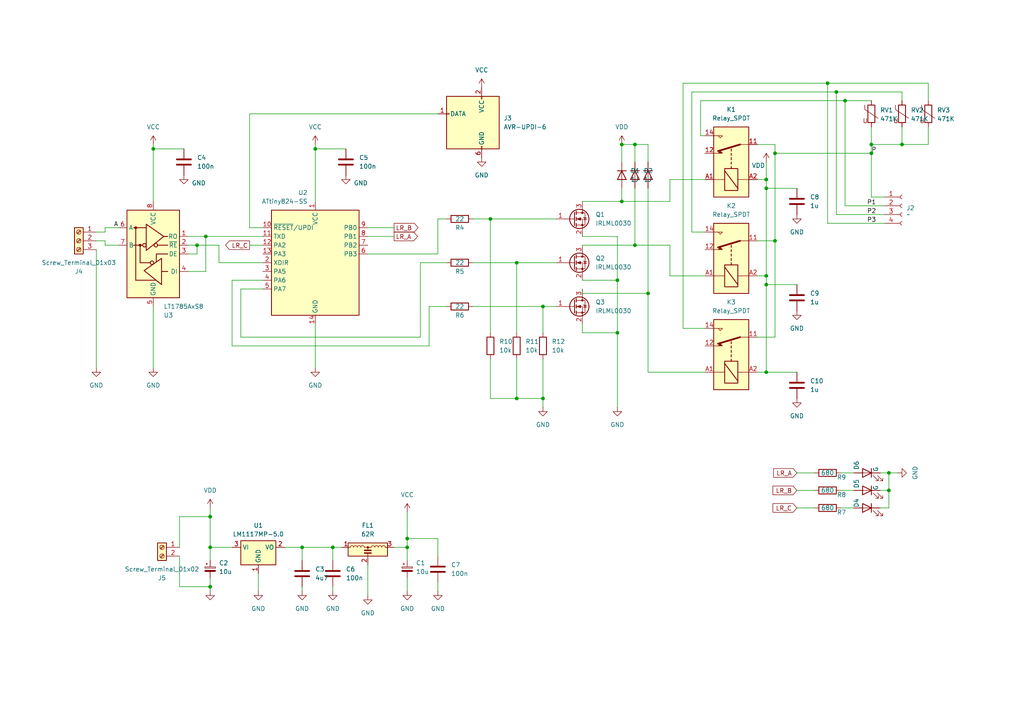
<source format=kicad_sch>
(kicad_sch
	(version 20231120)
	(generator "eeschema")
	(generator_version "8.0")
	(uuid "aeb2e146-8395-44c2-9b78-4c462bf5527a")
	(paper "A4")
	(lib_symbols
		(symbol "Connector:AVR-UPDI-6"
			(pin_names
				(offset 1.016)
			)
			(exclude_from_sim no)
			(in_bom yes)
			(on_board yes)
			(property "Reference" "J"
				(at -6.35 8.89 0)
				(effects
					(font
						(size 1.27 1.27)
					)
					(justify left)
				)
			)
			(property "Value" "AVR-UPDI-6"
				(at 0 8.89 0)
				(effects
					(font
						(size 1.27 1.27)
					)
					(justify left)
				)
			)
			(property "Footprint" ""
				(at -6.35 -1.27 90)
				(effects
					(font
						(size 1.27 1.27)
					)
					(hide yes)
				)
			)
			(property "Datasheet" "https://www.microchip.com/webdoc/GUID-9D10622A-5C16-4405-B092-1BDD437B4976/index.html?GUID-9B349315-2842-4189-B88C-49F4E1055D7F"
				(at -32.385 -13.97 0)
				(effects
					(font
						(size 1.27 1.27)
					)
					(hide yes)
				)
			)
			(property "Description" "Atmel 6-pin UPDI connector"
				(at 0 0 0)
				(effects
					(font
						(size 1.27 1.27)
					)
					(hide yes)
				)
			)
			(property "ki_keywords" "AVR UPDI Connector"
				(at 0 0 0)
				(effects
					(font
						(size 1.27 1.27)
					)
					(hide yes)
				)
			)
			(property "ki_fp_filters" "IDC?Header*2x03* Pin?Header*2x03*"
				(at 0 0 0)
				(effects
					(font
						(size 1.27 1.27)
					)
					(hide yes)
				)
			)
			(symbol "AVR-UPDI-6_0_1"
				(rectangle
					(start -2.667 -6.858)
					(end -2.413 -7.62)
					(stroke
						(width 0)
						(type default)
					)
					(fill
						(type none)
					)
				)
				(rectangle
					(start -2.667 7.62)
					(end -2.413 6.858)
					(stroke
						(width 0)
						(type default)
					)
					(fill
						(type none)
					)
				)
				(rectangle
					(start 7.62 2.667)
					(end 6.858 2.413)
					(stroke
						(width 0)
						(type default)
					)
					(fill
						(type none)
					)
				)
				(rectangle
					(start 7.62 7.62)
					(end -7.62 -7.62)
					(stroke
						(width 0.254)
						(type default)
					)
					(fill
						(type background)
					)
				)
			)
			(symbol "AVR-UPDI-6_1_1"
				(pin passive line
					(at 10.16 2.54 180)
					(length 2.54)
					(name "DATA"
						(effects
							(font
								(size 1.27 1.27)
							)
						)
					)
					(number "1"
						(effects
							(font
								(size 1.27 1.27)
							)
						)
					)
				)
				(pin passive line
					(at -2.54 10.16 270)
					(length 2.54)
					(name "VCC"
						(effects
							(font
								(size 1.27 1.27)
							)
						)
					)
					(number "2"
						(effects
							(font
								(size 1.27 1.27)
							)
						)
					)
				)
				(pin no_connect line
					(at 7.62 0 180)
					(length 2.54) hide
					(name "NC"
						(effects
							(font
								(size 1.27 1.27)
							)
						)
					)
					(number "3"
						(effects
							(font
								(size 1.27 1.27)
							)
						)
					)
				)
				(pin no_connect line
					(at 7.62 -2.54 180)
					(length 2.54) hide
					(name "NC"
						(effects
							(font
								(size 1.27 1.27)
							)
						)
					)
					(number "4"
						(effects
							(font
								(size 1.27 1.27)
							)
						)
					)
				)
				(pin no_connect line
					(at 7.62 -5.08 180)
					(length 2.54) hide
					(name "NC"
						(effects
							(font
								(size 1.27 1.27)
							)
						)
					)
					(number "5"
						(effects
							(font
								(size 1.27 1.27)
							)
						)
					)
				)
				(pin passive line
					(at -2.54 -10.16 90)
					(length 2.54)
					(name "GND"
						(effects
							(font
								(size 1.27 1.27)
							)
						)
					)
					(number "6"
						(effects
							(font
								(size 1.27 1.27)
							)
						)
					)
				)
			)
		)
		(symbol "Connector:Conn_01x04_Socket"
			(pin_names
				(offset 1.016) hide)
			(exclude_from_sim no)
			(in_bom yes)
			(on_board yes)
			(property "Reference" "J"
				(at 0 5.08 0)
				(effects
					(font
						(size 1.27 1.27)
					)
				)
			)
			(property "Value" "Conn_01x04_Socket"
				(at 0 -7.62 0)
				(effects
					(font
						(size 1.27 1.27)
					)
				)
			)
			(property "Footprint" ""
				(at 0 0 0)
				(effects
					(font
						(size 1.27 1.27)
					)
					(hide yes)
				)
			)
			(property "Datasheet" "~"
				(at 0 0 0)
				(effects
					(font
						(size 1.27 1.27)
					)
					(hide yes)
				)
			)
			(property "Description" "Generic connector, single row, 01x04, script generated"
				(at 0 0 0)
				(effects
					(font
						(size 1.27 1.27)
					)
					(hide yes)
				)
			)
			(property "ki_locked" ""
				(at 0 0 0)
				(effects
					(font
						(size 1.27 1.27)
					)
				)
			)
			(property "ki_keywords" "connector"
				(at 0 0 0)
				(effects
					(font
						(size 1.27 1.27)
					)
					(hide yes)
				)
			)
			(property "ki_fp_filters" "Connector*:*_1x??_*"
				(at 0 0 0)
				(effects
					(font
						(size 1.27 1.27)
					)
					(hide yes)
				)
			)
			(symbol "Conn_01x04_Socket_1_1"
				(arc
					(start 0 -4.572)
					(mid -0.5058 -5.08)
					(end 0 -5.588)
					(stroke
						(width 0.1524)
						(type default)
					)
					(fill
						(type none)
					)
				)
				(arc
					(start 0 -2.032)
					(mid -0.5058 -2.54)
					(end 0 -3.048)
					(stroke
						(width 0.1524)
						(type default)
					)
					(fill
						(type none)
					)
				)
				(polyline
					(pts
						(xy -1.27 -5.08) (xy -0.508 -5.08)
					)
					(stroke
						(width 0.1524)
						(type default)
					)
					(fill
						(type none)
					)
				)
				(polyline
					(pts
						(xy -1.27 -2.54) (xy -0.508 -2.54)
					)
					(stroke
						(width 0.1524)
						(type default)
					)
					(fill
						(type none)
					)
				)
				(polyline
					(pts
						(xy -1.27 0) (xy -0.508 0)
					)
					(stroke
						(width 0.1524)
						(type default)
					)
					(fill
						(type none)
					)
				)
				(polyline
					(pts
						(xy -1.27 2.54) (xy -0.508 2.54)
					)
					(stroke
						(width 0.1524)
						(type default)
					)
					(fill
						(type none)
					)
				)
				(arc
					(start 0 0.508)
					(mid -0.5058 0)
					(end 0 -0.508)
					(stroke
						(width 0.1524)
						(type default)
					)
					(fill
						(type none)
					)
				)
				(arc
					(start 0 3.048)
					(mid -0.5058 2.54)
					(end 0 2.032)
					(stroke
						(width 0.1524)
						(type default)
					)
					(fill
						(type none)
					)
				)
				(pin passive line
					(at -5.08 2.54 0)
					(length 3.81)
					(name "Pin_1"
						(effects
							(font
								(size 1.27 1.27)
							)
						)
					)
					(number "1"
						(effects
							(font
								(size 1.27 1.27)
							)
						)
					)
				)
				(pin passive line
					(at -5.08 0 0)
					(length 3.81)
					(name "Pin_2"
						(effects
							(font
								(size 1.27 1.27)
							)
						)
					)
					(number "2"
						(effects
							(font
								(size 1.27 1.27)
							)
						)
					)
				)
				(pin passive line
					(at -5.08 -2.54 0)
					(length 3.81)
					(name "Pin_3"
						(effects
							(font
								(size 1.27 1.27)
							)
						)
					)
					(number "3"
						(effects
							(font
								(size 1.27 1.27)
							)
						)
					)
				)
				(pin passive line
					(at -5.08 -5.08 0)
					(length 3.81)
					(name "Pin_4"
						(effects
							(font
								(size 1.27 1.27)
							)
						)
					)
					(number "4"
						(effects
							(font
								(size 1.27 1.27)
							)
						)
					)
				)
			)
		)
		(symbol "Connector:Screw_Terminal_01x02"
			(pin_names
				(offset 1.016) hide)
			(exclude_from_sim no)
			(in_bom yes)
			(on_board yes)
			(property "Reference" "J"
				(at 0 2.54 0)
				(effects
					(font
						(size 1.27 1.27)
					)
				)
			)
			(property "Value" "Screw_Terminal_01x02"
				(at 0 -5.08 0)
				(effects
					(font
						(size 1.27 1.27)
					)
				)
			)
			(property "Footprint" ""
				(at 0 0 0)
				(effects
					(font
						(size 1.27 1.27)
					)
					(hide yes)
				)
			)
			(property "Datasheet" "~"
				(at 0 0 0)
				(effects
					(font
						(size 1.27 1.27)
					)
					(hide yes)
				)
			)
			(property "Description" "Generic screw terminal, single row, 01x02, script generated (kicad-library-utils/schlib/autogen/connector/)"
				(at 0 0 0)
				(effects
					(font
						(size 1.27 1.27)
					)
					(hide yes)
				)
			)
			(property "ki_keywords" "screw terminal"
				(at 0 0 0)
				(effects
					(font
						(size 1.27 1.27)
					)
					(hide yes)
				)
			)
			(property "ki_fp_filters" "TerminalBlock*:*"
				(at 0 0 0)
				(effects
					(font
						(size 1.27 1.27)
					)
					(hide yes)
				)
			)
			(symbol "Screw_Terminal_01x02_1_1"
				(rectangle
					(start -1.27 1.27)
					(end 1.27 -3.81)
					(stroke
						(width 0.254)
						(type default)
					)
					(fill
						(type background)
					)
				)
				(circle
					(center 0 -2.54)
					(radius 0.635)
					(stroke
						(width 0.1524)
						(type default)
					)
					(fill
						(type none)
					)
				)
				(polyline
					(pts
						(xy -0.5334 -2.2098) (xy 0.3302 -3.048)
					)
					(stroke
						(width 0.1524)
						(type default)
					)
					(fill
						(type none)
					)
				)
				(polyline
					(pts
						(xy -0.5334 0.3302) (xy 0.3302 -0.508)
					)
					(stroke
						(width 0.1524)
						(type default)
					)
					(fill
						(type none)
					)
				)
				(polyline
					(pts
						(xy -0.3556 -2.032) (xy 0.508 -2.8702)
					)
					(stroke
						(width 0.1524)
						(type default)
					)
					(fill
						(type none)
					)
				)
				(polyline
					(pts
						(xy -0.3556 0.508) (xy 0.508 -0.3302)
					)
					(stroke
						(width 0.1524)
						(type default)
					)
					(fill
						(type none)
					)
				)
				(circle
					(center 0 0)
					(radius 0.635)
					(stroke
						(width 0.1524)
						(type default)
					)
					(fill
						(type none)
					)
				)
				(pin passive line
					(at -5.08 0 0)
					(length 3.81)
					(name "Pin_1"
						(effects
							(font
								(size 1.27 1.27)
							)
						)
					)
					(number "1"
						(effects
							(font
								(size 1.27 1.27)
							)
						)
					)
				)
				(pin passive line
					(at -5.08 -2.54 0)
					(length 3.81)
					(name "Pin_2"
						(effects
							(font
								(size 1.27 1.27)
							)
						)
					)
					(number "2"
						(effects
							(font
								(size 1.27 1.27)
							)
						)
					)
				)
			)
		)
		(symbol "Connector:Screw_Terminal_01x03"
			(pin_names
				(offset 1.016) hide)
			(exclude_from_sim no)
			(in_bom yes)
			(on_board yes)
			(property "Reference" "J"
				(at 0 5.08 0)
				(effects
					(font
						(size 1.27 1.27)
					)
				)
			)
			(property "Value" "Screw_Terminal_01x03"
				(at 0 -5.08 0)
				(effects
					(font
						(size 1.27 1.27)
					)
				)
			)
			(property "Footprint" ""
				(at 0 0 0)
				(effects
					(font
						(size 1.27 1.27)
					)
					(hide yes)
				)
			)
			(property "Datasheet" "~"
				(at 0 0 0)
				(effects
					(font
						(size 1.27 1.27)
					)
					(hide yes)
				)
			)
			(property "Description" "Generic screw terminal, single row, 01x03, script generated (kicad-library-utils/schlib/autogen/connector/)"
				(at 0 0 0)
				(effects
					(font
						(size 1.27 1.27)
					)
					(hide yes)
				)
			)
			(property "ki_keywords" "screw terminal"
				(at 0 0 0)
				(effects
					(font
						(size 1.27 1.27)
					)
					(hide yes)
				)
			)
			(property "ki_fp_filters" "TerminalBlock*:*"
				(at 0 0 0)
				(effects
					(font
						(size 1.27 1.27)
					)
					(hide yes)
				)
			)
			(symbol "Screw_Terminal_01x03_1_1"
				(rectangle
					(start -1.27 3.81)
					(end 1.27 -3.81)
					(stroke
						(width 0.254)
						(type default)
					)
					(fill
						(type background)
					)
				)
				(circle
					(center 0 -2.54)
					(radius 0.635)
					(stroke
						(width 0.1524)
						(type default)
					)
					(fill
						(type none)
					)
				)
				(polyline
					(pts
						(xy -0.5334 -2.2098) (xy 0.3302 -3.048)
					)
					(stroke
						(width 0.1524)
						(type default)
					)
					(fill
						(type none)
					)
				)
				(polyline
					(pts
						(xy -0.5334 0.3302) (xy 0.3302 -0.508)
					)
					(stroke
						(width 0.1524)
						(type default)
					)
					(fill
						(type none)
					)
				)
				(polyline
					(pts
						(xy -0.5334 2.8702) (xy 0.3302 2.032)
					)
					(stroke
						(width 0.1524)
						(type default)
					)
					(fill
						(type none)
					)
				)
				(polyline
					(pts
						(xy -0.3556 -2.032) (xy 0.508 -2.8702)
					)
					(stroke
						(width 0.1524)
						(type default)
					)
					(fill
						(type none)
					)
				)
				(polyline
					(pts
						(xy -0.3556 0.508) (xy 0.508 -0.3302)
					)
					(stroke
						(width 0.1524)
						(type default)
					)
					(fill
						(type none)
					)
				)
				(polyline
					(pts
						(xy -0.3556 3.048) (xy 0.508 2.2098)
					)
					(stroke
						(width 0.1524)
						(type default)
					)
					(fill
						(type none)
					)
				)
				(circle
					(center 0 0)
					(radius 0.635)
					(stroke
						(width 0.1524)
						(type default)
					)
					(fill
						(type none)
					)
				)
				(circle
					(center 0 2.54)
					(radius 0.635)
					(stroke
						(width 0.1524)
						(type default)
					)
					(fill
						(type none)
					)
				)
				(pin passive line
					(at -5.08 2.54 0)
					(length 3.81)
					(name "Pin_1"
						(effects
							(font
								(size 1.27 1.27)
							)
						)
					)
					(number "1"
						(effects
							(font
								(size 1.27 1.27)
							)
						)
					)
				)
				(pin passive line
					(at -5.08 0 0)
					(length 3.81)
					(name "Pin_2"
						(effects
							(font
								(size 1.27 1.27)
							)
						)
					)
					(number "2"
						(effects
							(font
								(size 1.27 1.27)
							)
						)
					)
				)
				(pin passive line
					(at -5.08 -2.54 0)
					(length 3.81)
					(name "Pin_3"
						(effects
							(font
								(size 1.27 1.27)
							)
						)
					)
					(number "3"
						(effects
							(font
								(size 1.27 1.27)
							)
						)
					)
				)
			)
		)
		(symbol "Device:C"
			(pin_numbers hide)
			(pin_names
				(offset 0.254)
			)
			(exclude_from_sim no)
			(in_bom yes)
			(on_board yes)
			(property "Reference" "C"
				(at 0.635 2.54 0)
				(effects
					(font
						(size 1.27 1.27)
					)
					(justify left)
				)
			)
			(property "Value" "C"
				(at 0.635 -2.54 0)
				(effects
					(font
						(size 1.27 1.27)
					)
					(justify left)
				)
			)
			(property "Footprint" ""
				(at 0.9652 -3.81 0)
				(effects
					(font
						(size 1.27 1.27)
					)
					(hide yes)
				)
			)
			(property "Datasheet" "~"
				(at 0 0 0)
				(effects
					(font
						(size 1.27 1.27)
					)
					(hide yes)
				)
			)
			(property "Description" "Unpolarized capacitor"
				(at 0 0 0)
				(effects
					(font
						(size 1.27 1.27)
					)
					(hide yes)
				)
			)
			(property "ki_keywords" "cap capacitor"
				(at 0 0 0)
				(effects
					(font
						(size 1.27 1.27)
					)
					(hide yes)
				)
			)
			(property "ki_fp_filters" "C_*"
				(at 0 0 0)
				(effects
					(font
						(size 1.27 1.27)
					)
					(hide yes)
				)
			)
			(symbol "C_0_1"
				(polyline
					(pts
						(xy -2.032 -0.762) (xy 2.032 -0.762)
					)
					(stroke
						(width 0.508)
						(type default)
					)
					(fill
						(type none)
					)
				)
				(polyline
					(pts
						(xy -2.032 0.762) (xy 2.032 0.762)
					)
					(stroke
						(width 0.508)
						(type default)
					)
					(fill
						(type none)
					)
				)
			)
			(symbol "C_1_1"
				(pin passive line
					(at 0 3.81 270)
					(length 2.794)
					(name "~"
						(effects
							(font
								(size 1.27 1.27)
							)
						)
					)
					(number "1"
						(effects
							(font
								(size 1.27 1.27)
							)
						)
					)
				)
				(pin passive line
					(at 0 -3.81 90)
					(length 2.794)
					(name "~"
						(effects
							(font
								(size 1.27 1.27)
							)
						)
					)
					(number "2"
						(effects
							(font
								(size 1.27 1.27)
							)
						)
					)
				)
			)
		)
		(symbol "Device:C_Polarized_Small"
			(pin_numbers hide)
			(pin_names
				(offset 0.254) hide)
			(exclude_from_sim no)
			(in_bom yes)
			(on_board yes)
			(property "Reference" "C"
				(at 0.254 1.778 0)
				(effects
					(font
						(size 1.27 1.27)
					)
					(justify left)
				)
			)
			(property "Value" "C_Polarized_Small"
				(at 0.254 -2.032 0)
				(effects
					(font
						(size 1.27 1.27)
					)
					(justify left)
				)
			)
			(property "Footprint" ""
				(at 0 0 0)
				(effects
					(font
						(size 1.27 1.27)
					)
					(hide yes)
				)
			)
			(property "Datasheet" "~"
				(at 0 0 0)
				(effects
					(font
						(size 1.27 1.27)
					)
					(hide yes)
				)
			)
			(property "Description" "Polarized capacitor, small symbol"
				(at 0 0 0)
				(effects
					(font
						(size 1.27 1.27)
					)
					(hide yes)
				)
			)
			(property "ki_keywords" "cap capacitor"
				(at 0 0 0)
				(effects
					(font
						(size 1.27 1.27)
					)
					(hide yes)
				)
			)
			(property "ki_fp_filters" "CP_*"
				(at 0 0 0)
				(effects
					(font
						(size 1.27 1.27)
					)
					(hide yes)
				)
			)
			(symbol "C_Polarized_Small_0_1"
				(rectangle
					(start -1.524 -0.3048)
					(end 1.524 -0.6858)
					(stroke
						(width 0)
						(type default)
					)
					(fill
						(type outline)
					)
				)
				(rectangle
					(start -1.524 0.6858)
					(end 1.524 0.3048)
					(stroke
						(width 0)
						(type default)
					)
					(fill
						(type none)
					)
				)
				(polyline
					(pts
						(xy -1.27 1.524) (xy -0.762 1.524)
					)
					(stroke
						(width 0)
						(type default)
					)
					(fill
						(type none)
					)
				)
				(polyline
					(pts
						(xy -1.016 1.27) (xy -1.016 1.778)
					)
					(stroke
						(width 0)
						(type default)
					)
					(fill
						(type none)
					)
				)
			)
			(symbol "C_Polarized_Small_1_1"
				(pin passive line
					(at 0 2.54 270)
					(length 1.8542)
					(name "~"
						(effects
							(font
								(size 1.27 1.27)
							)
						)
					)
					(number "1"
						(effects
							(font
								(size 1.27 1.27)
							)
						)
					)
				)
				(pin passive line
					(at 0 -2.54 90)
					(length 1.8542)
					(name "~"
						(effects
							(font
								(size 1.27 1.27)
							)
						)
					)
					(number "2"
						(effects
							(font
								(size 1.27 1.27)
							)
						)
					)
				)
			)
		)
		(symbol "Device:Filter_EMI_LCL"
			(pin_names
				(offset 0.254) hide)
			(exclude_from_sim no)
			(in_bom yes)
			(on_board yes)
			(property "Reference" "FL"
				(at 0 6.985 0)
				(effects
					(font
						(size 1.27 1.27)
					)
				)
			)
			(property "Value" "Filter_EMI_LCL"
				(at 0 5.08 0)
				(effects
					(font
						(size 1.27 1.27)
					)
				)
			)
			(property "Footprint" ""
				(at 0 0 90)
				(effects
					(font
						(size 1.27 1.27)
					)
					(hide yes)
				)
			)
			(property "Datasheet" "http://www.murata.com/~/media/webrenewal/support/library/catalog/products/emc/emifil/c31e.ashx?la=en-gb"
				(at 0 0 90)
				(effects
					(font
						(size 1.27 1.27)
					)
					(hide yes)
				)
			)
			(property "Description" "EMI T-filter (LCL)"
				(at 0 0 0)
				(effects
					(font
						(size 1.27 1.27)
					)
					(hide yes)
				)
			)
			(property "ki_keywords" "EMI T-filter"
				(at 0 0 0)
				(effects
					(font
						(size 1.27 1.27)
					)
					(hide yes)
				)
			)
			(property "ki_fp_filters" "Filter* Resonator*"
				(at 0 0 0)
				(effects
					(font
						(size 1.27 1.27)
					)
					(hide yes)
				)
			)
			(symbol "Filter_EMI_LCL_0_1"
				(rectangle
					(start -5.715 3.81)
					(end 5.715 0)
					(stroke
						(width 0.254)
						(type default)
					)
					(fill
						(type background)
					)
				)
				(arc
					(start -4.064 2.54)
					(mid -4.572 3.0458)
					(end -5.08 2.54)
					(stroke
						(width 0)
						(type default)
					)
					(fill
						(type none)
					)
				)
				(arc
					(start -3.048 2.54)
					(mid -3.556 3.0458)
					(end -4.064 2.54)
					(stroke
						(width 0)
						(type default)
					)
					(fill
						(type none)
					)
				)
				(arc
					(start -2.032 2.54)
					(mid -2.54 3.0458)
					(end -3.048 2.54)
					(stroke
						(width 0)
						(type default)
					)
					(fill
						(type none)
					)
				)
				(rectangle
					(start -1.016 0.762)
					(end 1.016 1.016)
					(stroke
						(width 0)
						(type default)
					)
					(fill
						(type outline)
					)
				)
				(arc
					(start -1.016 2.54)
					(mid -1.524 3.0458)
					(end -2.032 2.54)
					(stroke
						(width 0)
						(type default)
					)
					(fill
						(type none)
					)
				)
				(polyline
					(pts
						(xy -1.016 2.54) (xy 1.016 2.54)
					)
					(stroke
						(width 0)
						(type default)
					)
					(fill
						(type none)
					)
				)
				(polyline
					(pts
						(xy 0 0.762) (xy 0 0)
					)
					(stroke
						(width 0)
						(type default)
					)
					(fill
						(type none)
					)
				)
				(polyline
					(pts
						(xy 0 2.54) (xy 0 1.778)
					)
					(stroke
						(width 0)
						(type default)
					)
					(fill
						(type none)
					)
				)
				(circle
					(center 0 2.54)
					(radius 0.254)
					(stroke
						(width 0)
						(type default)
					)
					(fill
						(type outline)
					)
				)
				(rectangle
					(start 1.016 1.524)
					(end -1.016 1.778)
					(stroke
						(width 0)
						(type default)
					)
					(fill
						(type outline)
					)
				)
				(arc
					(start 2.032 2.54)
					(mid 1.524 3.0458)
					(end 1.016 2.54)
					(stroke
						(width 0)
						(type default)
					)
					(fill
						(type none)
					)
				)
				(arc
					(start 3.048 2.54)
					(mid 2.54 3.0458)
					(end 2.032 2.54)
					(stroke
						(width 0)
						(type default)
					)
					(fill
						(type none)
					)
				)
				(arc
					(start 4.064 2.54)
					(mid 3.556 3.0458)
					(end 3.048 2.54)
					(stroke
						(width 0)
						(type default)
					)
					(fill
						(type none)
					)
				)
				(arc
					(start 5.08 2.54)
					(mid 4.572 3.0458)
					(end 4.064 2.54)
					(stroke
						(width 0)
						(type default)
					)
					(fill
						(type none)
					)
				)
			)
			(symbol "Filter_EMI_LCL_1_1"
				(pin passive line
					(at -7.62 2.54 0)
					(length 2.54)
					(name "1"
						(effects
							(font
								(size 1.27 1.27)
							)
						)
					)
					(number "1"
						(effects
							(font
								(size 1.27 1.27)
							)
						)
					)
				)
				(pin passive line
					(at 0 -2.54 90)
					(length 2.54)
					(name "2"
						(effects
							(font
								(size 1.27 1.27)
							)
						)
					)
					(number "2"
						(effects
							(font
								(size 1.27 1.27)
							)
						)
					)
				)
				(pin passive line
					(at 7.62 2.54 180)
					(length 2.54)
					(name "3"
						(effects
							(font
								(size 1.27 1.27)
							)
						)
					)
					(number "3"
						(effects
							(font
								(size 1.27 1.27)
							)
						)
					)
				)
			)
		)
		(symbol "Device:LED"
			(pin_numbers hide)
			(pin_names
				(offset 1.016) hide)
			(exclude_from_sim no)
			(in_bom yes)
			(on_board yes)
			(property "Reference" "D"
				(at 0 2.54 0)
				(effects
					(font
						(size 1.27 1.27)
					)
				)
			)
			(property "Value" "LED"
				(at 0 -2.54 0)
				(effects
					(font
						(size 1.27 1.27)
					)
				)
			)
			(property "Footprint" ""
				(at 0 0 0)
				(effects
					(font
						(size 1.27 1.27)
					)
					(hide yes)
				)
			)
			(property "Datasheet" "~"
				(at 0 0 0)
				(effects
					(font
						(size 1.27 1.27)
					)
					(hide yes)
				)
			)
			(property "Description" "Light emitting diode"
				(at 0 0 0)
				(effects
					(font
						(size 1.27 1.27)
					)
					(hide yes)
				)
			)
			(property "ki_keywords" "LED diode"
				(at 0 0 0)
				(effects
					(font
						(size 1.27 1.27)
					)
					(hide yes)
				)
			)
			(property "ki_fp_filters" "LED* LED_SMD:* LED_THT:*"
				(at 0 0 0)
				(effects
					(font
						(size 1.27 1.27)
					)
					(hide yes)
				)
			)
			(symbol "LED_0_1"
				(polyline
					(pts
						(xy -1.27 -1.27) (xy -1.27 1.27)
					)
					(stroke
						(width 0.254)
						(type default)
					)
					(fill
						(type none)
					)
				)
				(polyline
					(pts
						(xy -1.27 0) (xy 1.27 0)
					)
					(stroke
						(width 0)
						(type default)
					)
					(fill
						(type none)
					)
				)
				(polyline
					(pts
						(xy 1.27 -1.27) (xy 1.27 1.27) (xy -1.27 0) (xy 1.27 -1.27)
					)
					(stroke
						(width 0.254)
						(type default)
					)
					(fill
						(type none)
					)
				)
				(polyline
					(pts
						(xy -3.048 -0.762) (xy -4.572 -2.286) (xy -3.81 -2.286) (xy -4.572 -2.286) (xy -4.572 -1.524)
					)
					(stroke
						(width 0)
						(type default)
					)
					(fill
						(type none)
					)
				)
				(polyline
					(pts
						(xy -1.778 -0.762) (xy -3.302 -2.286) (xy -2.54 -2.286) (xy -3.302 -2.286) (xy -3.302 -1.524)
					)
					(stroke
						(width 0)
						(type default)
					)
					(fill
						(type none)
					)
				)
			)
			(symbol "LED_1_1"
				(pin passive line
					(at -3.81 0 0)
					(length 2.54)
					(name "K"
						(effects
							(font
								(size 1.27 1.27)
							)
						)
					)
					(number "1"
						(effects
							(font
								(size 1.27 1.27)
							)
						)
					)
				)
				(pin passive line
					(at 3.81 0 180)
					(length 2.54)
					(name "A"
						(effects
							(font
								(size 1.27 1.27)
							)
						)
					)
					(number "2"
						(effects
							(font
								(size 1.27 1.27)
							)
						)
					)
				)
			)
		)
		(symbol "Device:R"
			(pin_numbers hide)
			(pin_names
				(offset 0)
			)
			(exclude_from_sim no)
			(in_bom yes)
			(on_board yes)
			(property "Reference" "R"
				(at 2.032 0 90)
				(effects
					(font
						(size 1.27 1.27)
					)
				)
			)
			(property "Value" "R"
				(at 0 0 90)
				(effects
					(font
						(size 1.27 1.27)
					)
				)
			)
			(property "Footprint" ""
				(at -1.778 0 90)
				(effects
					(font
						(size 1.27 1.27)
					)
					(hide yes)
				)
			)
			(property "Datasheet" "~"
				(at 0 0 0)
				(effects
					(font
						(size 1.27 1.27)
					)
					(hide yes)
				)
			)
			(property "Description" "Resistor"
				(at 0 0 0)
				(effects
					(font
						(size 1.27 1.27)
					)
					(hide yes)
				)
			)
			(property "ki_keywords" "R res resistor"
				(at 0 0 0)
				(effects
					(font
						(size 1.27 1.27)
					)
					(hide yes)
				)
			)
			(property "ki_fp_filters" "R_*"
				(at 0 0 0)
				(effects
					(font
						(size 1.27 1.27)
					)
					(hide yes)
				)
			)
			(symbol "R_0_1"
				(rectangle
					(start -1.016 -2.54)
					(end 1.016 2.54)
					(stroke
						(width 0.254)
						(type default)
					)
					(fill
						(type none)
					)
				)
			)
			(symbol "R_1_1"
				(pin passive line
					(at 0 3.81 270)
					(length 1.27)
					(name "~"
						(effects
							(font
								(size 1.27 1.27)
							)
						)
					)
					(number "1"
						(effects
							(font
								(size 1.27 1.27)
							)
						)
					)
				)
				(pin passive line
					(at 0 -3.81 90)
					(length 1.27)
					(name "~"
						(effects
							(font
								(size 1.27 1.27)
							)
						)
					)
					(number "2"
						(effects
							(font
								(size 1.27 1.27)
							)
						)
					)
				)
			)
		)
		(symbol "Device:Varistor"
			(pin_numbers hide)
			(pin_names
				(offset 0)
			)
			(exclude_from_sim no)
			(in_bom yes)
			(on_board yes)
			(property "Reference" "RV"
				(at 3.175 0 90)
				(effects
					(font
						(size 1.27 1.27)
					)
				)
			)
			(property "Value" "Varistor"
				(at -3.175 0 90)
				(effects
					(font
						(size 1.27 1.27)
					)
				)
			)
			(property "Footprint" ""
				(at -1.778 0 90)
				(effects
					(font
						(size 1.27 1.27)
					)
					(hide yes)
				)
			)
			(property "Datasheet" "~"
				(at 0 0 0)
				(effects
					(font
						(size 1.27 1.27)
					)
					(hide yes)
				)
			)
			(property "Description" "Voltage dependent resistor"
				(at 0 0 0)
				(effects
					(font
						(size 1.27 1.27)
					)
					(hide yes)
				)
			)
			(property "Sim.Name" "kicad_builtin_varistor"
				(at 0 0 0)
				(effects
					(font
						(size 1.27 1.27)
					)
					(hide yes)
				)
			)
			(property "Sim.Device" "SUBCKT"
				(at 0 0 0)
				(effects
					(font
						(size 1.27 1.27)
					)
					(hide yes)
				)
			)
			(property "Sim.Pins" "1=A 2=B"
				(at 0 0 0)
				(effects
					(font
						(size 1.27 1.27)
					)
					(hide yes)
				)
			)
			(property "Sim.Params" "threshold=1k"
				(at 0 0 0)
				(effects
					(font
						(size 1.27 1.27)
					)
					(hide yes)
				)
			)
			(property "Sim.Library" "${KICAD7_SYMBOL_DIR}/Simulation_SPICE.sp"
				(at 0 0 0)
				(effects
					(font
						(size 1.27 1.27)
					)
					(hide yes)
				)
			)
			(property "ki_keywords" "VDR resistance"
				(at 0 0 0)
				(effects
					(font
						(size 1.27 1.27)
					)
					(hide yes)
				)
			)
			(property "ki_fp_filters" "RV_* Varistor*"
				(at 0 0 0)
				(effects
					(font
						(size 1.27 1.27)
					)
					(hide yes)
				)
			)
			(symbol "Varistor_0_0"
				(text "U"
					(at -1.778 -2.032 0)
					(effects
						(font
							(size 1.27 1.27)
						)
					)
				)
			)
			(symbol "Varistor_0_1"
				(rectangle
					(start -1.016 -2.54)
					(end 1.016 2.54)
					(stroke
						(width 0.254)
						(type default)
					)
					(fill
						(type none)
					)
				)
				(polyline
					(pts
						(xy -1.905 2.54) (xy -1.905 1.27) (xy 1.905 -1.27)
					)
					(stroke
						(width 0)
						(type default)
					)
					(fill
						(type none)
					)
				)
			)
			(symbol "Varistor_1_1"
				(pin passive line
					(at 0 3.81 270)
					(length 1.27)
					(name "~"
						(effects
							(font
								(size 1.27 1.27)
							)
						)
					)
					(number "1"
						(effects
							(font
								(size 1.27 1.27)
							)
						)
					)
				)
				(pin passive line
					(at 0 -3.81 90)
					(length 1.27)
					(name "~"
						(effects
							(font
								(size 1.27 1.27)
							)
						)
					)
					(number "2"
						(effects
							(font
								(size 1.27 1.27)
							)
						)
					)
				)
			)
		)
		(symbol "Diode:US1D"
			(pin_numbers hide)
			(pin_names hide)
			(exclude_from_sim no)
			(in_bom yes)
			(on_board yes)
			(property "Reference" "D"
				(at 0 2.54 0)
				(effects
					(font
						(size 1.27 1.27)
					)
				)
			)
			(property "Value" "US1D"
				(at 0 -2.54 0)
				(effects
					(font
						(size 1.27 1.27)
					)
				)
			)
			(property "Footprint" "Diode_SMD:D_SMA"
				(at 0 -4.445 0)
				(effects
					(font
						(size 1.27 1.27)
					)
					(hide yes)
				)
			)
			(property "Datasheet" "https://www.diodes.com/assets/Datasheets/ds16008.pdf"
				(at 0 0 0)
				(effects
					(font
						(size 1.27 1.27)
					)
					(hide yes)
				)
			)
			(property "Description" "200V, 1A, General Purpose Rectifier Diode, SMA(DO-214AC)"
				(at 0 0 0)
				(effects
					(font
						(size 1.27 1.27)
					)
					(hide yes)
				)
			)
			(property "Sim.Device" "D"
				(at 0 0 0)
				(effects
					(font
						(size 1.27 1.27)
					)
					(hide yes)
				)
			)
			(property "Sim.Pins" "1=K 2=A"
				(at 0 0 0)
				(effects
					(font
						(size 1.27 1.27)
					)
					(hide yes)
				)
			)
			(property "ki_keywords" "Ultra Fast"
				(at 0 0 0)
				(effects
					(font
						(size 1.27 1.27)
					)
					(hide yes)
				)
			)
			(property "ki_fp_filters" "D*SMA*"
				(at 0 0 0)
				(effects
					(font
						(size 1.27 1.27)
					)
					(hide yes)
				)
			)
			(symbol "US1D_0_1"
				(polyline
					(pts
						(xy -1.27 1.27) (xy -1.27 -1.27)
					)
					(stroke
						(width 0.254)
						(type default)
					)
					(fill
						(type none)
					)
				)
				(polyline
					(pts
						(xy 1.27 0) (xy -1.27 0)
					)
					(stroke
						(width 0)
						(type default)
					)
					(fill
						(type none)
					)
				)
				(polyline
					(pts
						(xy 1.27 1.27) (xy 1.27 -1.27) (xy -1.27 0) (xy 1.27 1.27)
					)
					(stroke
						(width 0.254)
						(type default)
					)
					(fill
						(type none)
					)
				)
			)
			(symbol "US1D_1_1"
				(pin passive line
					(at -3.81 0 0)
					(length 2.54)
					(name "K"
						(effects
							(font
								(size 1.27 1.27)
							)
						)
					)
					(number "1"
						(effects
							(font
								(size 1.27 1.27)
							)
						)
					)
				)
				(pin passive line
					(at 3.81 0 180)
					(length 2.54)
					(name "A"
						(effects
							(font
								(size 1.27 1.27)
							)
						)
					)
					(number "2"
						(effects
							(font
								(size 1.27 1.27)
							)
						)
					)
				)
			)
		)
		(symbol "Interface_UART:LT1785AxS8"
			(exclude_from_sim no)
			(in_bom yes)
			(on_board yes)
			(property "Reference" "U"
				(at -6.985 13.97 0)
				(effects
					(font
						(size 1.27 1.27)
					)
				)
			)
			(property "Value" "LT1785AxS8"
				(at 7.62 13.97 0)
				(effects
					(font
						(size 1.27 1.27)
					)
				)
			)
			(property "Footprint" "Package_SO:SOIC-8_3.9x4.9mm_P1.27mm"
				(at 0 -22.86 0)
				(effects
					(font
						(size 1.27 1.27)
					)
					(hide yes)
				)
			)
			(property "Datasheet" "https://www.analog.com/media/en/technical-documentation/data-sheets/LT1785-1785A-1791-1791A.pdf"
				(at -12.7 2.54 0)
				(effects
					(font
						(size 1.27 1.27)
					)
					(hide yes)
				)
			)
			(property "Description" "RS-485, RS-422 Half duplex 250kbps transceiver, fail-safe receiver, SOIC-8"
				(at 0 0 0)
				(effects
					(font
						(size 1.27 1.27)
					)
					(hide yes)
				)
			)
			(property "ki_keywords" "RS485 RS422 transceiver half duplex"
				(at 0 0 0)
				(effects
					(font
						(size 1.27 1.27)
					)
					(hide yes)
				)
			)
			(property "ki_fp_filters" "SOIC*3.9x4.9mm*P1.27mm*"
				(at 0 0 0)
				(effects
					(font
						(size 1.27 1.27)
					)
					(hide yes)
				)
			)
			(symbol "LT1785AxS8_0_1"
				(rectangle
					(start -7.62 12.7)
					(end 7.62 -12.7)
					(stroke
						(width 0.254)
						(type default)
					)
					(fill
						(type background)
					)
				)
				(polyline
					(pts
						(xy -4.191 2.54) (xy -1.27 2.54)
					)
					(stroke
						(width 0.254)
						(type default)
					)
					(fill
						(type none)
					)
				)
				(polyline
					(pts
						(xy -2.54 -5.08) (xy -4.191 -5.08)
					)
					(stroke
						(width 0.254)
						(type default)
					)
					(fill
						(type none)
					)
				)
				(polyline
					(pts
						(xy -0.635 -7.62) (xy 5.08 -7.62)
					)
					(stroke
						(width 0.254)
						(type default)
					)
					(fill
						(type none)
					)
				)
				(polyline
					(pts
						(xy 0.889 -2.54) (xy 3.81 -2.54)
					)
					(stroke
						(width 0.254)
						(type default)
					)
					(fill
						(type none)
					)
				)
				(polyline
					(pts
						(xy 2.032 7.62) (xy 5.715 7.62)
					)
					(stroke
						(width 0.254)
						(type default)
					)
					(fill
						(type none)
					)
				)
				(polyline
					(pts
						(xy 3.048 2.54) (xy 5.715 2.54)
					)
					(stroke
						(width 0.254)
						(type default)
					)
					(fill
						(type none)
					)
				)
				(polyline
					(pts
						(xy 3.81 -2.54) (xy 3.81 2.54)
					)
					(stroke
						(width 0.254)
						(type default)
					)
					(fill
						(type none)
					)
				)
				(polyline
					(pts
						(xy 5.08 -7.62) (xy 5.08 7.62)
					)
					(stroke
						(width 0.254)
						(type default)
					)
					(fill
						(type none)
					)
				)
				(polyline
					(pts
						(xy -4.191 0) (xy -0.889 0) (xy -0.889 -2.286)
					)
					(stroke
						(width 0.254)
						(type default)
					)
					(fill
						(type none)
					)
				)
				(polyline
					(pts
						(xy -3.175 5.08) (xy -4.191 5.08) (xy -4.064 5.08)
					)
					(stroke
						(width 0.254)
						(type default)
					)
					(fill
						(type none)
					)
				)
				(polyline
					(pts
						(xy -2.413 -5.08) (xy -2.413 -1.27) (xy 2.667 -4.826) (xy -2.413 -8.89) (xy -2.413 -5.08)
					)
					(stroke
						(width 0.254)
						(type default)
					)
					(fill
						(type none)
					)
				)
				(circle
					(center 0.381 -2.54)
					(radius 0.508)
					(stroke
						(width 0.254)
						(type default)
					)
					(fill
						(type none)
					)
				)
				(circle
					(center 3.81 2.54)
					(radius 0.2794)
					(stroke
						(width 0.254)
						(type default)
					)
					(fill
						(type outline)
					)
				)
			)
			(symbol "LT1785AxS8_1_1"
				(circle
					(center -0.762 2.54)
					(radius 0.508)
					(stroke
						(width 0.254)
						(type default)
					)
					(fill
						(type none)
					)
				)
				(polyline
					(pts
						(xy 2.032 4.826) (xy 2.032 8.636) (xy -3.048 5.08) (xy 2.032 1.016) (xy 2.032 4.826)
					)
					(stroke
						(width 0.254)
						(type default)
					)
					(fill
						(type none)
					)
				)
				(circle
					(center 2.54 2.54)
					(radius 0.508)
					(stroke
						(width 0.254)
						(type default)
					)
					(fill
						(type none)
					)
				)
				(circle
					(center 5.08 7.62)
					(radius 0.2794)
					(stroke
						(width 0.254)
						(type default)
					)
					(fill
						(type outline)
					)
				)
				(pin output line
					(at -10.16 5.08 0)
					(length 2.54)
					(name "RO"
						(effects
							(font
								(size 1.27 1.27)
							)
						)
					)
					(number "1"
						(effects
							(font
								(size 1.27 1.27)
							)
						)
					)
				)
				(pin input line
					(at -10.16 2.54 0)
					(length 2.54)
					(name "~{RE}"
						(effects
							(font
								(size 1.27 1.27)
							)
						)
					)
					(number "2"
						(effects
							(font
								(size 1.27 1.27)
							)
						)
					)
				)
				(pin input line
					(at -10.16 0 0)
					(length 2.54)
					(name "DE"
						(effects
							(font
								(size 1.27 1.27)
							)
						)
					)
					(number "3"
						(effects
							(font
								(size 1.27 1.27)
							)
						)
					)
				)
				(pin input line
					(at -10.16 -5.08 0)
					(length 2.54)
					(name "DI"
						(effects
							(font
								(size 1.27 1.27)
							)
						)
					)
					(number "4"
						(effects
							(font
								(size 1.27 1.27)
							)
						)
					)
				)
				(pin power_in line
					(at 0 -15.24 90)
					(length 2.54)
					(name "GND"
						(effects
							(font
								(size 1.27 1.27)
							)
						)
					)
					(number "5"
						(effects
							(font
								(size 1.27 1.27)
							)
						)
					)
				)
				(pin bidirectional line
					(at 10.16 7.62 180)
					(length 2.54)
					(name "A"
						(effects
							(font
								(size 1.27 1.27)
							)
						)
					)
					(number "6"
						(effects
							(font
								(size 1.27 1.27)
							)
						)
					)
				)
				(pin bidirectional line
					(at 10.16 2.54 180)
					(length 2.54)
					(name "B"
						(effects
							(font
								(size 1.27 1.27)
							)
						)
					)
					(number "7"
						(effects
							(font
								(size 1.27 1.27)
							)
						)
					)
				)
				(pin power_in line
					(at 0 15.24 270)
					(length 2.54)
					(name "VCC"
						(effects
							(font
								(size 1.27 1.27)
							)
						)
					)
					(number "8"
						(effects
							(font
								(size 1.27 1.27)
							)
						)
					)
				)
			)
		)
		(symbol "MCU_Microchip_ATtiny:ATtiny824-SS"
			(exclude_from_sim no)
			(in_bom yes)
			(on_board yes)
			(property "Reference" "U"
				(at -12.7 16.51 0)
				(effects
					(font
						(size 1.27 1.27)
					)
					(justify left bottom)
				)
			)
			(property "Value" "ATtiny824-SS"
				(at 2.54 -16.51 0)
				(effects
					(font
						(size 1.27 1.27)
					)
					(justify left top)
				)
			)
			(property "Footprint" "Package_SO:SOIC-14_3.9x8.7mm_P1.27mm"
				(at 0 0 0)
				(effects
					(font
						(size 1.27 1.27)
						(italic yes)
					)
					(hide yes)
				)
			)
			(property "Datasheet" "https://ww1.microchip.com/downloads/en/DeviceDoc/ATtiny424-426-427-824-826-827-DataSheet-DS40002311A.pdf"
				(at 0 0 0)
				(effects
					(font
						(size 1.27 1.27)
					)
					(hide yes)
				)
			)
			(property "Description" "20MHz, 8kB Flash, 1kB SRAM, 128B EEPROM, SOIC-14"
				(at 0 0 0)
				(effects
					(font
						(size 1.27 1.27)
					)
					(hide yes)
				)
			)
			(property "ki_keywords" "AVR 8bit Microcontroller tinyAVR"
				(at 0 0 0)
				(effects
					(font
						(size 1.27 1.27)
					)
					(hide yes)
				)
			)
			(property "ki_fp_filters" "SOIC*3.9x8.7mm*P1.27mm*"
				(at 0 0 0)
				(effects
					(font
						(size 1.27 1.27)
					)
					(hide yes)
				)
			)
			(symbol "ATtiny824-SS_0_1"
				(rectangle
					(start -12.7 15.24)
					(end 12.7 -15.24)
					(stroke
						(width 0.254)
						(type default)
					)
					(fill
						(type background)
					)
				)
			)
			(symbol "ATtiny824-SS_1_1"
				(pin power_in line
					(at 0 17.78 270)
					(length 2.54)
					(name "VCC"
						(effects
							(font
								(size 1.27 1.27)
							)
						)
					)
					(number "1"
						(effects
							(font
								(size 1.27 1.27)
							)
						)
					)
				)
				(pin bidirectional line
					(at 15.24 10.16 180)
					(length 2.54)
					(name "PA0"
						(effects
							(font
								(size 1.27 1.27)
							)
						)
					)
					(number "10"
						(effects
							(font
								(size 1.27 1.27)
							)
						)
					)
					(alternate "LUT0-IN0" input line)
					(alternate "~{RESET}/UPDI" bidirectional line)
				)
				(pin bidirectional line
					(at 15.24 7.62 180)
					(length 2.54)
					(name "PA1"
						(effects
							(font
								(size 1.27 1.27)
							)
						)
					)
					(number "11"
						(effects
							(font
								(size 1.27 1.27)
							)
						)
					)
					(alternate "AIN1" input line)
					(alternate "LUT0-IN1" input line)
					(alternate "MOSI" bidirectional line)
					(alternate "TXD" output line)
				)
				(pin bidirectional line
					(at 15.24 5.08 180)
					(length 2.54)
					(name "PA2"
						(effects
							(font
								(size 1.27 1.27)
							)
						)
					)
					(number "12"
						(effects
							(font
								(size 1.27 1.27)
							)
						)
					)
					(alternate "AIN2" input line)
					(alternate "EVOUTA" output line)
					(alternate "LUT0-IN2" input line)
					(alternate "MISO" bidirectional line)
					(alternate "RXD" input line)
				)
				(pin bidirectional line
					(at 15.24 2.54 180)
					(length 2.54)
					(name "PA3"
						(effects
							(font
								(size 1.27 1.27)
							)
						)
					)
					(number "13"
						(effects
							(font
								(size 1.27 1.27)
							)
						)
					)
					(alternate "1.WO" output line)
					(alternate "AIN3" input line)
					(alternate "EXTCLK" passive line)
					(alternate "SCK" bidirectional line)
					(alternate "WO3" output line)
					(alternate "XCK" output line)
				)
				(pin power_in line
					(at 0 -17.78 90)
					(length 2.54)
					(name "GND"
						(effects
							(font
								(size 1.27 1.27)
							)
						)
					)
					(number "14"
						(effects
							(font
								(size 1.27 1.27)
							)
						)
					)
				)
				(pin bidirectional line
					(at 15.24 0 180)
					(length 2.54)
					(name "PA4"
						(effects
							(font
								(size 1.27 1.27)
							)
						)
					)
					(number "2"
						(effects
							(font
								(size 1.27 1.27)
							)
						)
					)
					(alternate "!{SS}" input line)
					(alternate "AIN4" input line)
					(alternate "LUT0-OUT" output line)
					(alternate "WO4" output line)
					(alternate "XDIR" output line)
				)
				(pin bidirectional line
					(at 15.24 -2.54 180)
					(length 2.54)
					(name "PA5"
						(effects
							(font
								(size 1.27 1.27)
							)
						)
					)
					(number "3"
						(effects
							(font
								(size 1.27 1.27)
							)
						)
					)
					(alternate "0,WO" output line)
					(alternate "AIN5" input line)
					(alternate "OUT" output line)
					(alternate "VREFA" passive line)
					(alternate "WO5" output line)
				)
				(pin bidirectional line
					(at 15.24 -5.08 180)
					(length 2.54)
					(name "PA6"
						(effects
							(font
								(size 1.27 1.27)
							)
						)
					)
					(number "4"
						(effects
							(font
								(size 1.27 1.27)
							)
						)
					)
					(alternate "AIN6" input line)
					(alternate "AINN0" input line)
				)
				(pin bidirectional line
					(at 15.24 -7.62 180)
					(length 2.54)
					(name "PA7"
						(effects
							(font
								(size 1.27 1.27)
							)
						)
					)
					(number "5"
						(effects
							(font
								(size 1.27 1.27)
							)
						)
					)
					(alternate "AIN7" input line)
					(alternate "AINP0" input line)
					(alternate "EVOUTA" output line)
					(alternate "LUT1-OUT" output line)
				)
				(pin bidirectional line
					(at -15.24 2.54 0)
					(length 2.54)
					(name "PB3"
						(effects
							(font
								(size 1.27 1.27)
							)
						)
					)
					(number "6"
						(effects
							(font
								(size 1.27 1.27)
							)
						)
					)
					(alternate "LUT2-OUT" output line)
					(alternate "RxD" input line)
					(alternate "TOSC1" passive line)
					(alternate "WO0" output line)
				)
				(pin bidirectional line
					(at -15.24 5.08 0)
					(length 2.54)
					(name "PB2"
						(effects
							(font
								(size 1.27 1.27)
							)
						)
					)
					(number "7"
						(effects
							(font
								(size 1.27 1.27)
							)
						)
					)
					(alternate "LUT2-IN2" input line)
					(alternate "TOSC2" passive line)
					(alternate "TxD" output line)
					(alternate "WO2" output line)
				)
				(pin bidirectional line
					(at -15.24 7.62 0)
					(length 2.54)
					(name "PB1"
						(effects
							(font
								(size 1.27 1.27)
							)
						)
					)
					(number "8"
						(effects
							(font
								(size 1.27 1.27)
							)
						)
					)
					(alternate "AIN10" input line)
					(alternate "AINP2" input line)
					(alternate "LUT2-IN1" input line)
					(alternate "SDA" open_collector line)
					(alternate "WO1" output line)
					(alternate "XCK" output line)
				)
				(pin bidirectional line
					(at -15.24 10.16 0)
					(length 2.54)
					(name "PB0"
						(effects
							(font
								(size 1.27 1.27)
							)
						)
					)
					(number "9"
						(effects
							(font
								(size 1.27 1.27)
							)
						)
					)
					(alternate "AIN11" input line)
					(alternate "AINN2" input line)
					(alternate "SCL" open_collector line)
					(alternate "WO0" output line)
					(alternate "XDIR" output line)
				)
			)
		)
		(symbol "Regulator_Linear:LM1117MP-5.0"
			(exclude_from_sim no)
			(in_bom yes)
			(on_board yes)
			(property "Reference" "U"
				(at -3.81 3.175 0)
				(effects
					(font
						(size 1.27 1.27)
					)
				)
			)
			(property "Value" "LM1117MP-5.0"
				(at 0 3.175 0)
				(effects
					(font
						(size 1.27 1.27)
					)
					(justify left)
				)
			)
			(property "Footprint" "Package_TO_SOT_SMD:SOT-223-3_TabPin2"
				(at 0 0 0)
				(effects
					(font
						(size 1.27 1.27)
					)
					(hide yes)
				)
			)
			(property "Datasheet" "http://www.ti.com/lit/ds/symlink/lm1117.pdf"
				(at 0 0 0)
				(effects
					(font
						(size 1.27 1.27)
					)
					(hide yes)
				)
			)
			(property "Description" "800mA Low-Dropout Linear Regulator, 5.0V fixed output, SOT-223"
				(at 0 0 0)
				(effects
					(font
						(size 1.27 1.27)
					)
					(hide yes)
				)
			)
			(property "ki_keywords" "linear regulator ldo fixed positive"
				(at 0 0 0)
				(effects
					(font
						(size 1.27 1.27)
					)
					(hide yes)
				)
			)
			(property "ki_fp_filters" "SOT?223*"
				(at 0 0 0)
				(effects
					(font
						(size 1.27 1.27)
					)
					(hide yes)
				)
			)
			(symbol "LM1117MP-5.0_0_1"
				(rectangle
					(start -5.08 -5.08)
					(end 5.08 1.905)
					(stroke
						(width 0.254)
						(type default)
					)
					(fill
						(type background)
					)
				)
			)
			(symbol "LM1117MP-5.0_1_1"
				(pin power_in line
					(at 0 -7.62 90)
					(length 2.54)
					(name "GND"
						(effects
							(font
								(size 1.27 1.27)
							)
						)
					)
					(number "1"
						(effects
							(font
								(size 1.27 1.27)
							)
						)
					)
				)
				(pin power_out line
					(at 7.62 0 180)
					(length 2.54)
					(name "VO"
						(effects
							(font
								(size 1.27 1.27)
							)
						)
					)
					(number "2"
						(effects
							(font
								(size 1.27 1.27)
							)
						)
					)
				)
				(pin power_in line
					(at -7.62 0 0)
					(length 2.54)
					(name "VI"
						(effects
							(font
								(size 1.27 1.27)
							)
						)
					)
					(number "3"
						(effects
							(font
								(size 1.27 1.27)
							)
						)
					)
				)
			)
		)
		(symbol "Relay:Relay_SPDT"
			(exclude_from_sim no)
			(in_bom yes)
			(on_board yes)
			(property "Reference" "K"
				(at 11.43 3.81 0)
				(effects
					(font
						(size 1.27 1.27)
					)
					(justify left)
				)
			)
			(property "Value" "Relay_SPDT"
				(at 11.43 1.27 0)
				(effects
					(font
						(size 1.27 1.27)
					)
					(justify left)
				)
			)
			(property "Footprint" ""
				(at 11.43 -1.27 0)
				(effects
					(font
						(size 1.27 1.27)
					)
					(justify left)
					(hide yes)
				)
			)
			(property "Datasheet" "~"
				(at 0 0 0)
				(effects
					(font
						(size 1.27 1.27)
					)
					(hide yes)
				)
			)
			(property "Description" "Relay SPDT, monostable, EN50005"
				(at 0 0 0)
				(effects
					(font
						(size 1.27 1.27)
					)
					(hide yes)
				)
			)
			(property "ki_keywords" "1P2T 1-Form-C single pole throw"
				(at 0 0 0)
				(effects
					(font
						(size 1.27 1.27)
					)
					(hide yes)
				)
			)
			(property "ki_fp_filters" "Relay?SPDT*"
				(at 0 0 0)
				(effects
					(font
						(size 1.27 1.27)
					)
					(hide yes)
				)
			)
			(symbol "Relay_SPDT_0_0"
				(polyline
					(pts
						(xy 7.62 5.08) (xy 7.62 2.54) (xy 6.985 3.175) (xy 7.62 3.81)
					)
					(stroke
						(width 0)
						(type default)
					)
					(fill
						(type none)
					)
				)
			)
			(symbol "Relay_SPDT_0_1"
				(rectangle
					(start -10.16 5.08)
					(end 10.16 -5.08)
					(stroke
						(width 0.254)
						(type default)
					)
					(fill
						(type background)
					)
				)
				(rectangle
					(start -8.255 1.905)
					(end -1.905 -1.905)
					(stroke
						(width 0.254)
						(type default)
					)
					(fill
						(type none)
					)
				)
				(polyline
					(pts
						(xy -7.62 -1.905) (xy -2.54 1.905)
					)
					(stroke
						(width 0.254)
						(type default)
					)
					(fill
						(type none)
					)
				)
				(polyline
					(pts
						(xy -5.08 -5.08) (xy -5.08 -1.905)
					)
					(stroke
						(width 0)
						(type default)
					)
					(fill
						(type none)
					)
				)
				(polyline
					(pts
						(xy -5.08 5.08) (xy -5.08 1.905)
					)
					(stroke
						(width 0)
						(type default)
					)
					(fill
						(type none)
					)
				)
				(polyline
					(pts
						(xy -1.905 0) (xy -1.27 0)
					)
					(stroke
						(width 0.254)
						(type default)
					)
					(fill
						(type none)
					)
				)
				(polyline
					(pts
						(xy -0.635 0) (xy 0 0)
					)
					(stroke
						(width 0.254)
						(type default)
					)
					(fill
						(type none)
					)
				)
				(polyline
					(pts
						(xy 0.635 0) (xy 1.27 0)
					)
					(stroke
						(width 0.254)
						(type default)
					)
					(fill
						(type none)
					)
				)
				(polyline
					(pts
						(xy 1.905 0) (xy 2.54 0)
					)
					(stroke
						(width 0.254)
						(type default)
					)
					(fill
						(type none)
					)
				)
				(polyline
					(pts
						(xy 3.175 0) (xy 3.81 0)
					)
					(stroke
						(width 0.254)
						(type default)
					)
					(fill
						(type none)
					)
				)
				(polyline
					(pts
						(xy 5.08 -2.54) (xy 3.175 3.81)
					)
					(stroke
						(width 0.508)
						(type default)
					)
					(fill
						(type none)
					)
				)
				(polyline
					(pts
						(xy 5.08 -2.54) (xy 5.08 -5.08)
					)
					(stroke
						(width 0)
						(type default)
					)
					(fill
						(type none)
					)
				)
				(polyline
					(pts
						(xy 2.54 5.08) (xy 2.54 2.54) (xy 3.175 3.175) (xy 2.54 3.81)
					)
					(stroke
						(width 0)
						(type default)
					)
					(fill
						(type outline)
					)
				)
			)
			(symbol "Relay_SPDT_1_1"
				(pin passive line
					(at 5.08 -7.62 90)
					(length 2.54)
					(name "~"
						(effects
							(font
								(size 1.27 1.27)
							)
						)
					)
					(number "11"
						(effects
							(font
								(size 1.27 1.27)
							)
						)
					)
				)
				(pin passive line
					(at 2.54 7.62 270)
					(length 2.54)
					(name "~"
						(effects
							(font
								(size 1.27 1.27)
							)
						)
					)
					(number "12"
						(effects
							(font
								(size 1.27 1.27)
							)
						)
					)
				)
				(pin passive line
					(at 7.62 7.62 270)
					(length 2.54)
					(name "~"
						(effects
							(font
								(size 1.27 1.27)
							)
						)
					)
					(number "14"
						(effects
							(font
								(size 1.27 1.27)
							)
						)
					)
				)
				(pin passive line
					(at -5.08 7.62 270)
					(length 2.54)
					(name "~"
						(effects
							(font
								(size 1.27 1.27)
							)
						)
					)
					(number "A1"
						(effects
							(font
								(size 1.27 1.27)
							)
						)
					)
				)
				(pin passive line
					(at -5.08 -7.62 90)
					(length 2.54)
					(name "~"
						(effects
							(font
								(size 1.27 1.27)
							)
						)
					)
					(number "A2"
						(effects
							(font
								(size 1.27 1.27)
							)
						)
					)
				)
			)
		)
		(symbol "Transistor_FET:IRLML0030"
			(pin_names hide)
			(exclude_from_sim no)
			(in_bom yes)
			(on_board yes)
			(property "Reference" "Q"
				(at 5.08 1.905 0)
				(effects
					(font
						(size 1.27 1.27)
					)
					(justify left)
				)
			)
			(property "Value" "IRLML0030"
				(at 5.08 0 0)
				(effects
					(font
						(size 1.27 1.27)
					)
					(justify left)
				)
			)
			(property "Footprint" "Package_TO_SOT_SMD:SOT-23"
				(at 5.08 -1.905 0)
				(effects
					(font
						(size 1.27 1.27)
						(italic yes)
					)
					(justify left)
					(hide yes)
				)
			)
			(property "Datasheet" "https://www.infineon.com/dgdl/irlml0030pbf.pdf?fileId=5546d462533600a401535664773825df"
				(at 0 0 0)
				(effects
					(font
						(size 1.27 1.27)
					)
					(justify left)
					(hide yes)
				)
			)
			(property "Description" "5.3A Id, 30V Vds, 27mOhm Rds, N-Channel HEXFET Power MOSFET, SOT-23"
				(at 0 0 0)
				(effects
					(font
						(size 1.27 1.27)
					)
					(hide yes)
				)
			)
			(property "ki_keywords" "N-Channel HEXFET MOSFET Logic-Level"
				(at 0 0 0)
				(effects
					(font
						(size 1.27 1.27)
					)
					(hide yes)
				)
			)
			(property "ki_fp_filters" "SOT?23*"
				(at 0 0 0)
				(effects
					(font
						(size 1.27 1.27)
					)
					(hide yes)
				)
			)
			(symbol "IRLML0030_0_1"
				(polyline
					(pts
						(xy 0.254 0) (xy -2.54 0)
					)
					(stroke
						(width 0)
						(type default)
					)
					(fill
						(type none)
					)
				)
				(polyline
					(pts
						(xy 0.254 1.905) (xy 0.254 -1.905)
					)
					(stroke
						(width 0.254)
						(type default)
					)
					(fill
						(type none)
					)
				)
				(polyline
					(pts
						(xy 0.762 -1.27) (xy 0.762 -2.286)
					)
					(stroke
						(width 0.254)
						(type default)
					)
					(fill
						(type none)
					)
				)
				(polyline
					(pts
						(xy 0.762 0.508) (xy 0.762 -0.508)
					)
					(stroke
						(width 0.254)
						(type default)
					)
					(fill
						(type none)
					)
				)
				(polyline
					(pts
						(xy 0.762 2.286) (xy 0.762 1.27)
					)
					(stroke
						(width 0.254)
						(type default)
					)
					(fill
						(type none)
					)
				)
				(polyline
					(pts
						(xy 2.54 2.54) (xy 2.54 1.778)
					)
					(stroke
						(width 0)
						(type default)
					)
					(fill
						(type none)
					)
				)
				(polyline
					(pts
						(xy 2.54 -2.54) (xy 2.54 0) (xy 0.762 0)
					)
					(stroke
						(width 0)
						(type default)
					)
					(fill
						(type none)
					)
				)
				(polyline
					(pts
						(xy 0.762 -1.778) (xy 3.302 -1.778) (xy 3.302 1.778) (xy 0.762 1.778)
					)
					(stroke
						(width 0)
						(type default)
					)
					(fill
						(type none)
					)
				)
				(polyline
					(pts
						(xy 1.016 0) (xy 2.032 0.381) (xy 2.032 -0.381) (xy 1.016 0)
					)
					(stroke
						(width 0)
						(type default)
					)
					(fill
						(type outline)
					)
				)
				(polyline
					(pts
						(xy 2.794 0.508) (xy 2.921 0.381) (xy 3.683 0.381) (xy 3.81 0.254)
					)
					(stroke
						(width 0)
						(type default)
					)
					(fill
						(type none)
					)
				)
				(polyline
					(pts
						(xy 3.302 0.381) (xy 2.921 -0.254) (xy 3.683 -0.254) (xy 3.302 0.381)
					)
					(stroke
						(width 0)
						(type default)
					)
					(fill
						(type none)
					)
				)
				(circle
					(center 1.651 0)
					(radius 2.794)
					(stroke
						(width 0.254)
						(type default)
					)
					(fill
						(type none)
					)
				)
				(circle
					(center 2.54 -1.778)
					(radius 0.254)
					(stroke
						(width 0)
						(type default)
					)
					(fill
						(type outline)
					)
				)
				(circle
					(center 2.54 1.778)
					(radius 0.254)
					(stroke
						(width 0)
						(type default)
					)
					(fill
						(type outline)
					)
				)
			)
			(symbol "IRLML0030_1_1"
				(pin input line
					(at -5.08 0 0)
					(length 2.54)
					(name "G"
						(effects
							(font
								(size 1.27 1.27)
							)
						)
					)
					(number "1"
						(effects
							(font
								(size 1.27 1.27)
							)
						)
					)
				)
				(pin passive line
					(at 2.54 -5.08 90)
					(length 2.54)
					(name "S"
						(effects
							(font
								(size 1.27 1.27)
							)
						)
					)
					(number "2"
						(effects
							(font
								(size 1.27 1.27)
							)
						)
					)
				)
				(pin passive line
					(at 2.54 5.08 270)
					(length 2.54)
					(name "D"
						(effects
							(font
								(size 1.27 1.27)
							)
						)
					)
					(number "3"
						(effects
							(font
								(size 1.27 1.27)
							)
						)
					)
				)
			)
		)
		(symbol "power:GND"
			(power)
			(pin_numbers hide)
			(pin_names
				(offset 0) hide)
			(exclude_from_sim no)
			(in_bom yes)
			(on_board yes)
			(property "Reference" "#PWR"
				(at 0 -6.35 0)
				(effects
					(font
						(size 1.27 1.27)
					)
					(hide yes)
				)
			)
			(property "Value" "GND"
				(at 0 -3.81 0)
				(effects
					(font
						(size 1.27 1.27)
					)
				)
			)
			(property "Footprint" ""
				(at 0 0 0)
				(effects
					(font
						(size 1.27 1.27)
					)
					(hide yes)
				)
			)
			(property "Datasheet" ""
				(at 0 0 0)
				(effects
					(font
						(size 1.27 1.27)
					)
					(hide yes)
				)
			)
			(property "Description" "Power symbol creates a global label with name \"GND\" , ground"
				(at 0 0 0)
				(effects
					(font
						(size 1.27 1.27)
					)
					(hide yes)
				)
			)
			(property "ki_keywords" "global power"
				(at 0 0 0)
				(effects
					(font
						(size 1.27 1.27)
					)
					(hide yes)
				)
			)
			(symbol "GND_0_1"
				(polyline
					(pts
						(xy 0 0) (xy 0 -1.27) (xy 1.27 -1.27) (xy 0 -2.54) (xy -1.27 -1.27) (xy 0 -1.27)
					)
					(stroke
						(width 0)
						(type default)
					)
					(fill
						(type none)
					)
				)
			)
			(symbol "GND_1_1"
				(pin power_in line
					(at 0 0 270)
					(length 0)
					(name "~"
						(effects
							(font
								(size 1.27 1.27)
							)
						)
					)
					(number "1"
						(effects
							(font
								(size 1.27 1.27)
							)
						)
					)
				)
			)
		)
		(symbol "power:VCC"
			(power)
			(pin_numbers hide)
			(pin_names
				(offset 0) hide)
			(exclude_from_sim no)
			(in_bom yes)
			(on_board yes)
			(property "Reference" "#PWR"
				(at 0 -3.81 0)
				(effects
					(font
						(size 1.27 1.27)
					)
					(hide yes)
				)
			)
			(property "Value" "VCC"
				(at 0 3.556 0)
				(effects
					(font
						(size 1.27 1.27)
					)
				)
			)
			(property "Footprint" ""
				(at 0 0 0)
				(effects
					(font
						(size 1.27 1.27)
					)
					(hide yes)
				)
			)
			(property "Datasheet" ""
				(at 0 0 0)
				(effects
					(font
						(size 1.27 1.27)
					)
					(hide yes)
				)
			)
			(property "Description" "Power symbol creates a global label with name \"VCC\""
				(at 0 0 0)
				(effects
					(font
						(size 1.27 1.27)
					)
					(hide yes)
				)
			)
			(property "ki_keywords" "global power"
				(at 0 0 0)
				(effects
					(font
						(size 1.27 1.27)
					)
					(hide yes)
				)
			)
			(symbol "VCC_0_1"
				(polyline
					(pts
						(xy -0.762 1.27) (xy 0 2.54)
					)
					(stroke
						(width 0)
						(type default)
					)
					(fill
						(type none)
					)
				)
				(polyline
					(pts
						(xy 0 0) (xy 0 2.54)
					)
					(stroke
						(width 0)
						(type default)
					)
					(fill
						(type none)
					)
				)
				(polyline
					(pts
						(xy 0 2.54) (xy 0.762 1.27)
					)
					(stroke
						(width 0)
						(type default)
					)
					(fill
						(type none)
					)
				)
			)
			(symbol "VCC_1_1"
				(pin power_in line
					(at 0 0 90)
					(length 0)
					(name "~"
						(effects
							(font
								(size 1.27 1.27)
							)
						)
					)
					(number "1"
						(effects
							(font
								(size 1.27 1.27)
							)
						)
					)
				)
			)
		)
		(symbol "power:VDD"
			(power)
			(pin_names
				(offset 0)
			)
			(exclude_from_sim no)
			(in_bom yes)
			(on_board yes)
			(property "Reference" "#PWR"
				(at 0 -3.81 0)
				(effects
					(font
						(size 1.27 1.27)
					)
					(hide yes)
				)
			)
			(property "Value" "VDD"
				(at 0 3.81 0)
				(effects
					(font
						(size 1.27 1.27)
					)
				)
			)
			(property "Footprint" ""
				(at 0 0 0)
				(effects
					(font
						(size 1.27 1.27)
					)
					(hide yes)
				)
			)
			(property "Datasheet" ""
				(at 0 0 0)
				(effects
					(font
						(size 1.27 1.27)
					)
					(hide yes)
				)
			)
			(property "Description" "Power symbol creates a global label with name \"VDD\""
				(at 0 0 0)
				(effects
					(font
						(size 1.27 1.27)
					)
					(hide yes)
				)
			)
			(property "ki_keywords" "global power"
				(at 0 0 0)
				(effects
					(font
						(size 1.27 1.27)
					)
					(hide yes)
				)
			)
			(symbol "VDD_0_1"
				(polyline
					(pts
						(xy -0.762 1.27) (xy 0 2.54)
					)
					(stroke
						(width 0)
						(type default)
					)
					(fill
						(type none)
					)
				)
				(polyline
					(pts
						(xy 0 0) (xy 0 2.54)
					)
					(stroke
						(width 0)
						(type default)
					)
					(fill
						(type none)
					)
				)
				(polyline
					(pts
						(xy 0 2.54) (xy 0.762 1.27)
					)
					(stroke
						(width 0)
						(type default)
					)
					(fill
						(type none)
					)
				)
			)
			(symbol "VDD_1_1"
				(pin power_in line
					(at 0 0 90)
					(length 0) hide
					(name "VDD"
						(effects
							(font
								(size 1.27 1.27)
							)
						)
					)
					(number "1"
						(effects
							(font
								(size 1.27 1.27)
							)
						)
					)
				)
			)
		)
	)
	(junction
		(at 222.25 107.95)
		(diameter 0)
		(color 0 0 0 0)
		(uuid "04d37af6-c7e6-4777-a84a-b2b269a8cadf")
	)
	(junction
		(at 44.45 43.18)
		(diameter 0)
		(color 0 0 0 0)
		(uuid "05ef9c8b-189e-437d-8739-3526aa270d48")
	)
	(junction
		(at 149.86 76.2)
		(diameter 0)
		(color 0 0 0 0)
		(uuid "06e93583-3c24-4edc-8dd0-92a43df29223")
	)
	(junction
		(at 242.57 26.67)
		(diameter 0)
		(color 0 0 0 0)
		(uuid "0c418c01-46c3-4717-a73b-1e790ced5ff8")
	)
	(junction
		(at 60.96 158.75)
		(diameter 0)
		(color 0 0 0 0)
		(uuid "123164fc-630e-417b-8c16-0f01100c0c58")
	)
	(junction
		(at 87.63 158.75)
		(diameter 0)
		(color 0 0 0 0)
		(uuid "19a5f365-b67c-4de2-8269-07da4e2ebc8f")
	)
	(junction
		(at 118.11 158.75)
		(diameter 0)
		(color 0 0 0 0)
		(uuid "23e2f792-663f-4220-aad3-726e6922d8c4")
	)
	(junction
		(at 91.44 43.18)
		(diameter 0)
		(color 0 0 0 0)
		(uuid "393b78f3-aade-497c-a7dd-c8b2783faf84")
	)
	(junction
		(at 252.73 44.45)
		(diameter 0)
		(color 0 0 0 0)
		(uuid "3c544060-2c00-4c1e-bec8-483694e99c0b")
	)
	(junction
		(at 59.69 68.58)
		(diameter 0)
		(color 0 0 0 0)
		(uuid "4617094c-65ce-486a-a388-794c867d0b31")
	)
	(junction
		(at 157.48 115.57)
		(diameter 0)
		(color 0 0 0 0)
		(uuid "54b6a966-e100-4219-9188-9322610b3500")
	)
	(junction
		(at 142.24 63.5)
		(diameter 0)
		(color 0 0 0 0)
		(uuid "59a0552b-e91d-4723-b3af-c06f51025d13")
	)
	(junction
		(at 184.15 41.91)
		(diameter 0)
		(color 0 0 0 0)
		(uuid "59e70fa3-587b-4f17-94f4-6bd7b4dbbd69")
	)
	(junction
		(at 222.25 52.07)
		(diameter 0)
		(color 0 0 0 0)
		(uuid "5ae6c52a-8e5a-4094-96da-dea0c5e63390")
	)
	(junction
		(at 261.62 41.91)
		(diameter 0)
		(color 0 0 0 0)
		(uuid "5b149033-2e3d-4dda-8438-f50f78496ab1")
	)
	(junction
		(at 60.96 149.86)
		(diameter 0)
		(color 0 0 0 0)
		(uuid "6378693f-dfb8-4c82-a9ad-25cb41e09825")
	)
	(junction
		(at 179.07 81.28)
		(diameter 0)
		(color 0 0 0 0)
		(uuid "6eab43ed-4cda-4e41-adac-39d79ca6f25f")
	)
	(junction
		(at 57.15 71.12)
		(diameter 0)
		(color 0 0 0 0)
		(uuid "7c58c5d0-72c6-4ddf-911a-1363bf7444c2")
	)
	(junction
		(at 257.81 137.16)
		(diameter 0)
		(color 0 0 0 0)
		(uuid "7f818879-679e-406d-9b18-6c652548b522")
	)
	(junction
		(at 149.86 115.57)
		(diameter 0)
		(color 0 0 0 0)
		(uuid "8d9e875a-daee-429e-b82f-5f2db9efa658")
	)
	(junction
		(at 257.81 142.24)
		(diameter 0)
		(color 0 0 0 0)
		(uuid "93e8c4a5-1eff-40b8-9c11-b3942027f04a")
	)
	(junction
		(at 187.96 85.09)
		(diameter 0)
		(color 0 0 0 0)
		(uuid "98163354-d7d1-44f7-a814-c49ba2945daf")
	)
	(junction
		(at 179.07 96.52)
		(diameter 0)
		(color 0 0 0 0)
		(uuid "9b496218-7031-43e1-bf68-3bebba2f5750")
	)
	(junction
		(at 222.25 80.01)
		(diameter 0)
		(color 0 0 0 0)
		(uuid "9d1f5071-722c-4a5b-bcd3-612fefb2acef")
	)
	(junction
		(at 96.52 158.75)
		(diameter 0)
		(color 0 0 0 0)
		(uuid "a48e01b4-a9e9-426e-96fb-ecdc041f8921")
	)
	(junction
		(at 245.11 29.21)
		(diameter 0)
		(color 0 0 0 0)
		(uuid "a61dd7dc-da32-4aec-9aa6-6b615a06b19d")
	)
	(junction
		(at 184.15 71.12)
		(diameter 0)
		(color 0 0 0 0)
		(uuid "af8e0266-0d75-4ece-b853-f0455e6e9e4e")
	)
	(junction
		(at 180.34 41.91)
		(diameter 0)
		(color 0 0 0 0)
		(uuid "b6da5dd9-ed80-4ae1-8011-211d0bb146de")
	)
	(junction
		(at 60.96 170.18)
		(diameter 0)
		(color 0 0 0 0)
		(uuid "ba1da114-0789-4f76-9e51-6cc7d0d6239c")
	)
	(junction
		(at 252.73 41.91)
		(diameter 0)
		(color 0 0 0 0)
		(uuid "c4cfb979-90ec-4805-9508-26dec561fe8e")
	)
	(junction
		(at 224.79 69.85)
		(diameter 0)
		(color 0 0 0 0)
		(uuid "cfa5c6f7-3d9e-46e0-95fc-0715c9ab1480")
	)
	(junction
		(at 157.48 88.9)
		(diameter 0)
		(color 0 0 0 0)
		(uuid "d5f0f850-01f4-4f8c-ab8a-e65789b68422")
	)
	(junction
		(at 180.34 58.42)
		(diameter 0)
		(color 0 0 0 0)
		(uuid "dcf569ed-7549-4457-8132-dad242f17de7")
	)
	(junction
		(at 222.25 82.55)
		(diameter 0)
		(color 0 0 0 0)
		(uuid "e4c851b4-a470-4a5a-abd5-068f7848bccf")
	)
	(junction
		(at 224.79 44.45)
		(diameter 0)
		(color 0 0 0 0)
		(uuid "f3cfaf12-93e1-4c1e-9a54-bbf9ad6148e9")
	)
	(junction
		(at 118.11 156.21)
		(diameter 0)
		(color 0 0 0 0)
		(uuid "f4b47c6c-1365-4766-94ed-35179d099426")
	)
	(junction
		(at 222.25 54.61)
		(diameter 0)
		(color 0 0 0 0)
		(uuid "f8f9e27d-0591-4054-9740-7b55e8bcbbce")
	)
	(junction
		(at 240.03 24.13)
		(diameter 0)
		(color 0 0 0 0)
		(uuid "fcdc7157-7ca8-4270-8ec7-fc0010aff733")
	)
	(wire
		(pts
			(xy 219.71 80.01) (xy 222.25 80.01)
		)
		(stroke
			(width 0)
			(type default)
		)
		(uuid "01da633b-89d9-4275-b9f1-9cf8b44890df")
	)
	(wire
		(pts
			(xy 72.39 66.04) (xy 72.39 33.02)
		)
		(stroke
			(width 0)
			(type default)
		)
		(uuid "034f8a41-614f-4718-8d72-801c42fa62aa")
	)
	(wire
		(pts
			(xy 142.24 104.14) (xy 142.24 115.57)
		)
		(stroke
			(width 0)
			(type default)
		)
		(uuid "0472c881-34cc-491b-8360-c12cdb3e5358")
	)
	(wire
		(pts
			(xy 74.93 166.37) (xy 74.93 171.45)
		)
		(stroke
			(width 0)
			(type default)
		)
		(uuid "04a6536d-f1b1-4093-aac6-a0dc344e6016")
	)
	(wire
		(pts
			(xy 127 161.29) (xy 127 156.21)
		)
		(stroke
			(width 0)
			(type default)
		)
		(uuid "05383ffe-d240-4eaf-badc-53014ff26248")
	)
	(wire
		(pts
			(xy 118.11 158.75) (xy 118.11 162.56)
		)
		(stroke
			(width 0)
			(type default)
		)
		(uuid "053aa80b-3a54-4cab-affe-724c8e2b7881")
	)
	(wire
		(pts
			(xy 157.48 96.52) (xy 157.48 88.9)
		)
		(stroke
			(width 0)
			(type default)
		)
		(uuid "0677e3fb-fefc-4b46-b8d9-8038b2c1ee69")
	)
	(wire
		(pts
			(xy 252.73 44.45) (xy 252.73 57.15)
		)
		(stroke
			(width 0)
			(type default)
		)
		(uuid "07344636-6222-4e92-b083-013394774556")
	)
	(wire
		(pts
			(xy 106.68 163.83) (xy 106.68 172.72)
		)
		(stroke
			(width 0)
			(type default)
		)
		(uuid "07a814a6-b5be-40c0-add7-85c6d96cc93d")
	)
	(wire
		(pts
			(xy 44.45 43.18) (xy 44.45 58.42)
		)
		(stroke
			(width 0)
			(type default)
		)
		(uuid "0803a4a7-e7d9-4a94-a952-76be831fe225")
	)
	(wire
		(pts
			(xy 60.96 162.56) (xy 60.96 158.75)
		)
		(stroke
			(width 0)
			(type default)
		)
		(uuid "0dfefa22-e79c-48fb-b00d-861293216e6d")
	)
	(wire
		(pts
			(xy 187.96 107.95) (xy 204.47 107.95)
		)
		(stroke
			(width 0)
			(type default)
		)
		(uuid "0f0306bf-fe70-4146-832f-b1f6cd812f1f")
	)
	(wire
		(pts
			(xy 180.34 54.61) (xy 180.34 58.42)
		)
		(stroke
			(width 0)
			(type default)
		)
		(uuid "10df6af1-6b68-4ace-bd48-b6f3cacc018e")
	)
	(wire
		(pts
			(xy 224.79 69.85) (xy 224.79 97.79)
		)
		(stroke
			(width 0)
			(type default)
		)
		(uuid "11dcdaab-f7dd-400a-9725-5737ddff3729")
	)
	(wire
		(pts
			(xy 194.31 80.01) (xy 204.47 80.01)
		)
		(stroke
			(width 0)
			(type default)
		)
		(uuid "159cda9c-523d-4134-971e-88480008177d")
	)
	(wire
		(pts
			(xy 91.44 41.91) (xy 91.44 43.18)
		)
		(stroke
			(width 0)
			(type default)
		)
		(uuid "16cf6f82-fbae-4051-a032-85bf6c91a86d")
	)
	(wire
		(pts
			(xy 168.91 85.09) (xy 187.96 85.09)
		)
		(stroke
			(width 0)
			(type default)
		)
		(uuid "17fd93f3-5e45-4804-abb2-e39872987f6c")
	)
	(wire
		(pts
			(xy 222.25 80.01) (xy 222.25 82.55)
		)
		(stroke
			(width 0)
			(type default)
		)
		(uuid "189a7359-d288-431a-b423-568945e3c120")
	)
	(wire
		(pts
			(xy 219.71 41.91) (xy 224.79 41.91)
		)
		(stroke
			(width 0)
			(type default)
		)
		(uuid "1bc06357-bbef-454e-ba6f-a188d78f7652")
	)
	(wire
		(pts
			(xy 67.31 81.28) (xy 67.31 100.33)
		)
		(stroke
			(width 0)
			(type default)
		)
		(uuid "1ca2716b-83e8-4ef0-9ab7-975b97319ee9")
	)
	(wire
		(pts
			(xy 63.5 76.2) (xy 76.2 76.2)
		)
		(stroke
			(width 0)
			(type default)
		)
		(uuid "1d5b95fe-eece-4973-bcaf-3115b478cee0")
	)
	(wire
		(pts
			(xy 168.91 58.42) (xy 180.34 58.42)
		)
		(stroke
			(width 0)
			(type default)
		)
		(uuid "2059c4b0-5c94-470a-b6e5-76bd30490a96")
	)
	(wire
		(pts
			(xy 137.16 76.2) (xy 149.86 76.2)
		)
		(stroke
			(width 0)
			(type default)
		)
		(uuid "213fb8d8-412a-4f73-a519-a232fa99fd78")
	)
	(wire
		(pts
			(xy 184.15 41.91) (xy 187.96 41.91)
		)
		(stroke
			(width 0)
			(type default)
		)
		(uuid "217fe30b-5d4e-4735-ade4-3176d08aaf64")
	)
	(wire
		(pts
			(xy 255.27 137.16) (xy 257.81 137.16)
		)
		(stroke
			(width 0)
			(type default)
		)
		(uuid "229169a6-38a3-4389-bfc0-f35e949f1a87")
	)
	(wire
		(pts
			(xy 91.44 43.18) (xy 100.33 43.18)
		)
		(stroke
			(width 0)
			(type default)
		)
		(uuid "237e21fa-24e3-441f-bd4f-c45f30d735dd")
	)
	(wire
		(pts
			(xy 222.25 52.07) (xy 222.25 54.61)
		)
		(stroke
			(width 0)
			(type default)
		)
		(uuid "283a9f93-6e48-457f-8f36-792e106ea0cc")
	)
	(wire
		(pts
			(xy 184.15 41.91) (xy 184.15 46.99)
		)
		(stroke
			(width 0)
			(type default)
		)
		(uuid "2a47b789-fed0-4cbe-9398-a5e600cc03f4")
	)
	(wire
		(pts
			(xy 222.25 54.61) (xy 222.25 80.01)
		)
		(stroke
			(width 0)
			(type default)
		)
		(uuid "2d52ef12-f236-486f-8b4a-badfcbf1bbfa")
	)
	(wire
		(pts
			(xy 57.15 73.66) (xy 57.15 71.12)
		)
		(stroke
			(width 0)
			(type default)
		)
		(uuid "2f4c69bc-6ebf-4ac4-b90f-5e8d46f3f0f3")
	)
	(wire
		(pts
			(xy 52.07 161.29) (xy 52.07 170.18)
		)
		(stroke
			(width 0)
			(type default)
		)
		(uuid "316b6ca4-2571-4934-8482-408463271267")
	)
	(wire
		(pts
			(xy 180.34 41.91) (xy 184.15 41.91)
		)
		(stroke
			(width 0)
			(type default)
		)
		(uuid "323c11a3-67bd-4c97-8d4b-782b7d892954")
	)
	(wire
		(pts
			(xy 69.85 83.82) (xy 69.85 97.79)
		)
		(stroke
			(width 0)
			(type default)
		)
		(uuid "32aa40b0-22ce-469b-8f4d-46bc87ab1b75")
	)
	(wire
		(pts
			(xy 137.16 88.9) (xy 157.48 88.9)
		)
		(stroke
			(width 0)
			(type default)
		)
		(uuid "35589aae-28d4-4632-b184-92ccfac469af")
	)
	(wire
		(pts
			(xy 124.46 88.9) (xy 129.54 88.9)
		)
		(stroke
			(width 0)
			(type default)
		)
		(uuid "363c203a-196f-4d6d-8bf1-0180173a8fc8")
	)
	(wire
		(pts
			(xy 87.63 170.18) (xy 87.63 171.45)
		)
		(stroke
			(width 0)
			(type default)
		)
		(uuid "394496db-dbda-4e3e-ad23-c75aa1fd1621")
	)
	(wire
		(pts
			(xy 121.92 76.2) (xy 129.54 76.2)
		)
		(stroke
			(width 0)
			(type default)
		)
		(uuid "39e167db-23ca-4e38-944f-42abcb84b48b")
	)
	(wire
		(pts
			(xy 168.91 96.52) (xy 179.07 96.52)
		)
		(stroke
			(width 0)
			(type default)
		)
		(uuid "3a148b82-6b3a-4c10-b620-73159074d5aa")
	)
	(wire
		(pts
			(xy 245.11 59.69) (xy 256.54 59.69)
		)
		(stroke
			(width 0)
			(type default)
		)
		(uuid "3b717ab5-e16e-435e-969e-1aa934c5aea0")
	)
	(wire
		(pts
			(xy 27.94 67.31) (xy 30.48 67.31)
		)
		(stroke
			(width 0)
			(type default)
		)
		(uuid "3cd17a8c-4c05-4408-8fbf-da42b5dd7630")
	)
	(wire
		(pts
			(xy 261.62 26.67) (xy 261.62 29.21)
		)
		(stroke
			(width 0)
			(type default)
		)
		(uuid "3e8bee47-b7f7-4d5d-b2d8-2a47cf76dc15")
	)
	(wire
		(pts
			(xy 60.96 158.75) (xy 60.96 149.86)
		)
		(stroke
			(width 0)
			(type default)
		)
		(uuid "3e9ace72-0186-4b2a-8a21-6d95bb9a3828")
	)
	(wire
		(pts
			(xy 240.03 64.77) (xy 256.54 64.77)
		)
		(stroke
			(width 0)
			(type default)
		)
		(uuid "3f9a615e-92a5-420a-b0d1-ec9d64d4b178")
	)
	(wire
		(pts
			(xy 76.2 83.82) (xy 69.85 83.82)
		)
		(stroke
			(width 0)
			(type default)
		)
		(uuid "437744e6-e440-480a-9988-7e9f708eae32")
	)
	(wire
		(pts
			(xy 252.73 57.15) (xy 256.54 57.15)
		)
		(stroke
			(width 0)
			(type default)
		)
		(uuid "46d2e0de-18f2-459f-9b56-483c63d1238d")
	)
	(wire
		(pts
			(xy 219.71 97.79) (xy 224.79 97.79)
		)
		(stroke
			(width 0)
			(type default)
		)
		(uuid "47d68084-93b7-4337-ab6f-2542e04d725e")
	)
	(wire
		(pts
			(xy 257.81 137.16) (xy 257.81 142.24)
		)
		(stroke
			(width 0)
			(type default)
		)
		(uuid "47e4b800-c1ec-4dd0-8874-5201e2031961")
	)
	(wire
		(pts
			(xy 157.48 115.57) (xy 157.48 118.11)
		)
		(stroke
			(width 0)
			(type default)
		)
		(uuid "48283011-991a-425c-9700-2b34fcdca85b")
	)
	(wire
		(pts
			(xy 245.11 29.21) (xy 252.73 29.21)
		)
		(stroke
			(width 0)
			(type default)
		)
		(uuid "487070df-f555-4c8e-98fc-9abc02bc4e41")
	)
	(wire
		(pts
			(xy 118.11 167.64) (xy 118.11 171.45)
		)
		(stroke
			(width 0)
			(type default)
		)
		(uuid "488f8b8a-be28-4e9f-8889-078dc458595e")
	)
	(wire
		(pts
			(xy 187.96 41.91) (xy 187.96 46.99)
		)
		(stroke
			(width 0)
			(type default)
		)
		(uuid "4ae4e3f7-eca7-492d-a006-3566bf2addd0")
	)
	(wire
		(pts
			(xy 203.2 29.21) (xy 245.11 29.21)
		)
		(stroke
			(width 0)
			(type default)
		)
		(uuid "4cddefe1-a02d-44c7-81f2-0a1a40a990f4")
	)
	(wire
		(pts
			(xy 82.55 158.75) (xy 87.63 158.75)
		)
		(stroke
			(width 0)
			(type default)
		)
		(uuid "4ecb57de-77d1-4f0c-86f7-811fa3cf6ff0")
	)
	(wire
		(pts
			(xy 180.34 58.42) (xy 194.31 58.42)
		)
		(stroke
			(width 0)
			(type default)
		)
		(uuid "4ed41814-e225-460d-a1e0-82fd32d41c8b")
	)
	(wire
		(pts
			(xy 222.25 82.55) (xy 231.14 82.55)
		)
		(stroke
			(width 0)
			(type default)
		)
		(uuid "4eec6903-b4ac-46e8-9723-c7078c933fb0")
	)
	(wire
		(pts
			(xy 57.15 71.12) (xy 63.5 71.12)
		)
		(stroke
			(width 0)
			(type default)
		)
		(uuid "4f09d939-8cf1-41b6-b2fc-2bb8b2f615f4")
	)
	(wire
		(pts
			(xy 149.86 115.57) (xy 157.48 115.57)
		)
		(stroke
			(width 0)
			(type default)
		)
		(uuid "51ef0a3e-6934-4e0b-aa6d-1d31f672b99a")
	)
	(wire
		(pts
			(xy 245.11 29.21) (xy 245.11 59.69)
		)
		(stroke
			(width 0)
			(type default)
		)
		(uuid "52177aad-3a15-4f5d-85f7-8893e1432e75")
	)
	(wire
		(pts
			(xy 54.61 78.74) (xy 59.69 78.74)
		)
		(stroke
			(width 0)
			(type default)
		)
		(uuid "5259fea5-76a2-4e15-b21a-3907ed9fb27f")
	)
	(wire
		(pts
			(xy 179.07 68.58) (xy 179.07 81.28)
		)
		(stroke
			(width 0)
			(type default)
		)
		(uuid "5633e88b-34a8-44c8-b088-9b80cacee3ce")
	)
	(wire
		(pts
			(xy 231.14 147.32) (xy 236.22 147.32)
		)
		(stroke
			(width 0)
			(type default)
		)
		(uuid "56f66632-03fd-4701-bcce-82757c037b70")
	)
	(wire
		(pts
			(xy 127 73.66) (xy 127 63.5)
		)
		(stroke
			(width 0)
			(type default)
		)
		(uuid "574911ab-46dd-4229-bf8f-e1ea94f1dc7f")
	)
	(wire
		(pts
			(xy 203.2 39.37) (xy 203.2 29.21)
		)
		(stroke
			(width 0)
			(type default)
		)
		(uuid "57fa3503-cb75-43b0-a0ef-3cf33d1394d5")
	)
	(wire
		(pts
			(xy 91.44 93.98) (xy 91.44 106.68)
		)
		(stroke
			(width 0)
			(type default)
		)
		(uuid "592a7608-fa9f-4f7d-af08-5b7c2a5db565")
	)
	(wire
		(pts
			(xy 242.57 26.67) (xy 242.57 62.23)
		)
		(stroke
			(width 0)
			(type default)
		)
		(uuid "596c2d8c-30d0-49a6-ada8-295f2b59b094")
	)
	(wire
		(pts
			(xy 179.07 96.52) (xy 179.07 118.11)
		)
		(stroke
			(width 0)
			(type default)
		)
		(uuid "5b510c68-5f98-490b-b482-a85226113c66")
	)
	(wire
		(pts
			(xy 52.07 170.18) (xy 60.96 170.18)
		)
		(stroke
			(width 0)
			(type default)
		)
		(uuid "5cb20b60-83eb-496d-829d-457c31a9234b")
	)
	(wire
		(pts
			(xy 257.81 142.24) (xy 255.27 142.24)
		)
		(stroke
			(width 0)
			(type default)
		)
		(uuid "5def74d2-ecf6-4391-afda-3b26bb9d7d9b")
	)
	(wire
		(pts
			(xy 269.24 41.91) (xy 269.24 36.83)
		)
		(stroke
			(width 0)
			(type default)
		)
		(uuid "60b91edd-a0d9-4f75-8c95-2055c3cf0d40")
	)
	(wire
		(pts
			(xy 168.91 71.12) (xy 184.15 71.12)
		)
		(stroke
			(width 0)
			(type default)
		)
		(uuid "60f52df8-416d-417d-a5ac-32bcad58ab7a")
	)
	(wire
		(pts
			(xy 242.57 26.67) (xy 261.62 26.67)
		)
		(stroke
			(width 0)
			(type default)
		)
		(uuid "617edee2-c34c-4780-a763-1cf1d906a09a")
	)
	(wire
		(pts
			(xy 127 168.91) (xy 127 171.45)
		)
		(stroke
			(width 0)
			(type default)
		)
		(uuid "618964ca-75a5-4861-908d-e90f83a42fe8")
	)
	(wire
		(pts
			(xy 142.24 115.57) (xy 149.86 115.57)
		)
		(stroke
			(width 0)
			(type default)
		)
		(uuid "63ad4cd2-8f37-4ad0-a911-8952435fd817")
	)
	(wire
		(pts
			(xy 30.48 71.12) (xy 34.29 71.12)
		)
		(stroke
			(width 0)
			(type default)
		)
		(uuid "63b7dfcd-8cdb-4074-bf16-54e4eea7f91f")
	)
	(wire
		(pts
			(xy 168.91 85.09) (xy 168.91 83.82)
		)
		(stroke
			(width 0)
			(type default)
		)
		(uuid "64ce023d-ad5f-4de5-b3c0-92bfe3d4491a")
	)
	(wire
		(pts
			(xy 149.86 76.2) (xy 161.29 76.2)
		)
		(stroke
			(width 0)
			(type default)
		)
		(uuid "6871923e-4d50-4245-a29e-73f0a75a34fd")
	)
	(wire
		(pts
			(xy 121.92 97.79) (xy 121.92 76.2)
		)
		(stroke
			(width 0)
			(type default)
		)
		(uuid "68b472af-c850-4075-80c4-be25d7f326de")
	)
	(wire
		(pts
			(xy 149.86 104.14) (xy 149.86 115.57)
		)
		(stroke
			(width 0)
			(type default)
		)
		(uuid "68d49fda-5e18-4229-893f-10dc2db09930")
	)
	(wire
		(pts
			(xy 247.65 147.32) (xy 243.84 147.32)
		)
		(stroke
			(width 0)
			(type default)
		)
		(uuid "690bf8c1-04c3-4bc1-9d6a-d316f469c43f")
	)
	(wire
		(pts
			(xy 203.2 39.37) (xy 204.47 39.37)
		)
		(stroke
			(width 0)
			(type default)
		)
		(uuid "69c78d8d-e1eb-4ad8-8370-c26fb3b54bf7")
	)
	(wire
		(pts
			(xy 184.15 54.61) (xy 184.15 71.12)
		)
		(stroke
			(width 0)
			(type default)
		)
		(uuid "6a67164e-9095-4fe3-a373-8b81c9a0c108")
	)
	(wire
		(pts
			(xy 252.73 41.91) (xy 252.73 44.45)
		)
		(stroke
			(width 0)
			(type default)
		)
		(uuid "6a7a77f1-1a21-4cbc-9dce-8f97f5e27121")
	)
	(wire
		(pts
			(xy 168.91 68.58) (xy 179.07 68.58)
		)
		(stroke
			(width 0)
			(type default)
		)
		(uuid "6b43b3b1-0fe7-4782-9849-33c9ddd52dd8")
	)
	(wire
		(pts
			(xy 261.62 36.83) (xy 261.62 41.91)
		)
		(stroke
			(width 0)
			(type default)
		)
		(uuid "6b47d859-825c-42c7-81f2-ee720d4653a9")
	)
	(wire
		(pts
			(xy 44.45 43.18) (xy 53.34 43.18)
		)
		(stroke
			(width 0)
			(type default)
		)
		(uuid "6b99d0bb-bd75-4cc9-9cc2-b1f98f2bb6f7")
	)
	(wire
		(pts
			(xy 127 156.21) (xy 118.11 156.21)
		)
		(stroke
			(width 0)
			(type default)
		)
		(uuid "6bd5faed-b186-4f1d-aec6-b61cdda8c742")
	)
	(wire
		(pts
			(xy 257.81 147.32) (xy 255.27 147.32)
		)
		(stroke
			(width 0)
			(type default)
		)
		(uuid "6bd8d91d-53fc-4c20-a897-f5728ebe71a0")
	)
	(wire
		(pts
			(xy 187.96 54.61) (xy 187.96 85.09)
		)
		(stroke
			(width 0)
			(type default)
		)
		(uuid "6c35dd39-fa44-43fa-a09a-395ff92726f4")
	)
	(wire
		(pts
			(xy 118.11 156.21) (xy 118.11 158.75)
		)
		(stroke
			(width 0)
			(type default)
		)
		(uuid "6d049e76-b762-429c-a38c-b25decd87005")
	)
	(wire
		(pts
			(xy 240.03 24.13) (xy 269.24 24.13)
		)
		(stroke
			(width 0)
			(type default)
		)
		(uuid "71395d98-764b-4cd3-a634-77e3c25b7a2e")
	)
	(wire
		(pts
			(xy 127 63.5) (xy 129.54 63.5)
		)
		(stroke
			(width 0)
			(type default)
		)
		(uuid "71d03a3b-e7e5-45f3-9071-3640596eafb5")
	)
	(wire
		(pts
			(xy 59.69 68.58) (xy 54.61 68.58)
		)
		(stroke
			(width 0)
			(type default)
		)
		(uuid "7205daa7-acc6-4f9a-8b8d-0f926081c11c")
	)
	(wire
		(pts
			(xy 96.52 158.75) (xy 99.06 158.75)
		)
		(stroke
			(width 0)
			(type default)
		)
		(uuid "732997e9-6f1e-4aec-9ea9-091a23b45b07")
	)
	(wire
		(pts
			(xy 96.52 170.18) (xy 96.52 171.45)
		)
		(stroke
			(width 0)
			(type default)
		)
		(uuid "76a4a46c-0925-44ea-9f3a-feb049da570a")
	)
	(wire
		(pts
			(xy 69.85 97.79) (xy 121.92 97.79)
		)
		(stroke
			(width 0)
			(type default)
		)
		(uuid "775e4df9-2ce2-433b-bd37-74d1275f882a")
	)
	(wire
		(pts
			(xy 269.24 24.13) (xy 269.24 29.21)
		)
		(stroke
			(width 0)
			(type default)
		)
		(uuid "77b0c5ed-ef77-4fdc-ab7e-c78f8edb194c")
	)
	(wire
		(pts
			(xy 30.48 66.04) (xy 30.48 67.31)
		)
		(stroke
			(width 0)
			(type default)
		)
		(uuid "7c377ebf-7397-492e-a80d-9d0e3579240b")
	)
	(wire
		(pts
			(xy 91.44 43.18) (xy 91.44 58.42)
		)
		(stroke
			(width 0)
			(type default)
		)
		(uuid "7d49fd48-50ee-48e7-bf69-a195bf656ffa")
	)
	(wire
		(pts
			(xy 87.63 162.56) (xy 87.63 158.75)
		)
		(stroke
			(width 0)
			(type default)
		)
		(uuid "7f653237-b592-4e5c-a5e8-824583c09a6a")
	)
	(wire
		(pts
			(xy 200.66 26.67) (xy 242.57 26.67)
		)
		(stroke
			(width 0)
			(type default)
		)
		(uuid "848a15f0-14ae-4d62-8bd9-bfbff9de429f")
	)
	(wire
		(pts
			(xy 247.65 142.24) (xy 243.84 142.24)
		)
		(stroke
			(width 0)
			(type default)
		)
		(uuid "84aa1eda-5d66-47c4-bd7d-1ca1da77bedb")
	)
	(wire
		(pts
			(xy 231.14 137.16) (xy 236.22 137.16)
		)
		(stroke
			(width 0)
			(type default)
		)
		(uuid "85881131-ef61-401a-bc54-7f90498ecc7a")
	)
	(wire
		(pts
			(xy 60.96 167.64) (xy 60.96 170.18)
		)
		(stroke
			(width 0)
			(type default)
		)
		(uuid "88180267-05ee-47de-845a-052358b3fed8")
	)
	(wire
		(pts
			(xy 30.48 69.85) (xy 30.48 71.12)
		)
		(stroke
			(width 0)
			(type default)
		)
		(uuid "8a6680ac-4c85-4d1a-b467-7167b828fa76")
	)
	(wire
		(pts
			(xy 52.07 158.75) (xy 52.07 149.86)
		)
		(stroke
			(width 0)
			(type default)
		)
		(uuid "8a6a550c-8936-456d-8946-2f49f42cc44b")
	)
	(wire
		(pts
			(xy 222.25 107.95) (xy 231.14 107.95)
		)
		(stroke
			(width 0)
			(type default)
		)
		(uuid "8af69930-25d0-4605-a888-2b6f3cadfd3d")
	)
	(wire
		(pts
			(xy 142.24 63.5) (xy 161.29 63.5)
		)
		(stroke
			(width 0)
			(type default)
		)
		(uuid "8ce1b6dd-3459-4d08-a860-e9cbc016c474")
	)
	(wire
		(pts
			(xy 72.39 33.02) (xy 127 33.02)
		)
		(stroke
			(width 0)
			(type default)
		)
		(uuid "8dfd11ab-e993-4899-a6b9-7572805a9485")
	)
	(wire
		(pts
			(xy 137.16 63.5) (xy 142.24 63.5)
		)
		(stroke
			(width 0)
			(type default)
		)
		(uuid "8e5b89c8-d14a-49d3-a29e-addf16a76e0f")
	)
	(wire
		(pts
			(xy 54.61 71.12) (xy 57.15 71.12)
		)
		(stroke
			(width 0)
			(type default)
		)
		(uuid "90dedd7b-f3d8-4339-b598-7784f9ae0f9f")
	)
	(wire
		(pts
			(xy 27.94 106.68) (xy 27.94 72.39)
		)
		(stroke
			(width 0)
			(type default)
		)
		(uuid "91d4a9da-1d9a-46e7-9fd0-fbe64b26aba0")
	)
	(wire
		(pts
			(xy 60.96 158.75) (xy 67.31 158.75)
		)
		(stroke
			(width 0)
			(type default)
		)
		(uuid "923ba54b-ea8e-44af-a466-4e2be00c2e96")
	)
	(wire
		(pts
			(xy 63.5 71.12) (xy 63.5 76.2)
		)
		(stroke
			(width 0)
			(type default)
		)
		(uuid "9675eb46-2936-45e7-b7f7-c89229671881")
	)
	(wire
		(pts
			(xy 106.68 73.66) (xy 127 73.66)
		)
		(stroke
			(width 0)
			(type default)
		)
		(uuid "990d3851-f731-4e72-8923-4c4cc3b159c4")
	)
	(wire
		(pts
			(xy 168.91 81.28) (xy 179.07 81.28)
		)
		(stroke
			(width 0)
			(type default)
		)
		(uuid "99a2b5ee-0da5-4b09-954e-1d1001bd481c")
	)
	(wire
		(pts
			(xy 252.73 36.83) (xy 252.73 41.91)
		)
		(stroke
			(width 0)
			(type default)
		)
		(uuid "99ed81e9-4863-46ef-8114-f49501751a71")
	)
	(wire
		(pts
			(xy 222.25 46.99) (xy 222.25 52.07)
		)
		(stroke
			(width 0)
			(type default)
		)
		(uuid "9afdf10e-75cf-4f0d-9e02-fa4ac5bc6be3")
	)
	(wire
		(pts
			(xy 204.47 67.31) (xy 200.66 67.31)
		)
		(stroke
			(width 0)
			(type default)
		)
		(uuid "9f037ce9-bd3a-4b64-b61d-bb92226d32da")
	)
	(wire
		(pts
			(xy 224.79 44.45) (xy 224.79 69.85)
		)
		(stroke
			(width 0)
			(type default)
		)
		(uuid "a0c98cdb-ce6c-4b23-ab06-0c355e9e389f")
	)
	(wire
		(pts
			(xy 60.96 170.18) (xy 60.96 171.45)
		)
		(stroke
			(width 0)
			(type default)
		)
		(uuid "a0d42445-67be-4870-8825-80ea2efe3bdf")
	)
	(wire
		(pts
			(xy 222.25 54.61) (xy 231.14 54.61)
		)
		(stroke
			(width 0)
			(type default)
		)
		(uuid "a136334e-030b-4124-a2e4-1257d0255dd2")
	)
	(wire
		(pts
			(xy 243.84 137.16) (xy 247.65 137.16)
		)
		(stroke
			(width 0)
			(type default)
		)
		(uuid "a83310bb-0486-4037-b61c-0c22a46d204d")
	)
	(wire
		(pts
			(xy 200.66 67.31) (xy 200.66 26.67)
		)
		(stroke
			(width 0)
			(type default)
		)
		(uuid "a9426c93-9306-4018-a7cc-0936e61db3c4")
	)
	(wire
		(pts
			(xy 198.12 95.25) (xy 198.12 24.13)
		)
		(stroke
			(width 0)
			(type default)
		)
		(uuid "abcb308a-3ec6-4cf6-b285-ae9df24c67c2")
	)
	(wire
		(pts
			(xy 222.25 107.95) (xy 219.71 107.95)
		)
		(stroke
			(width 0)
			(type default)
		)
		(uuid "abe151ac-5027-46a6-b3ce-79b90b868b7a")
	)
	(wire
		(pts
			(xy 67.31 100.33) (xy 124.46 100.33)
		)
		(stroke
			(width 0)
			(type default)
		)
		(uuid "abff6635-7a04-4b34-aa1d-b8d46270c7b1")
	)
	(wire
		(pts
			(xy 27.94 69.85) (xy 30.48 69.85)
		)
		(stroke
			(width 0)
			(type default)
		)
		(uuid "ae2896ea-4c81-4eb8-a13f-3be2d8c430a7")
	)
	(wire
		(pts
			(xy 157.48 115.57) (xy 157.48 104.14)
		)
		(stroke
			(width 0)
			(type default)
		)
		(uuid "aef02329-2dc2-4ab4-b129-3ecc72b0a578")
	)
	(wire
		(pts
			(xy 96.52 158.75) (xy 96.52 162.56)
		)
		(stroke
			(width 0)
			(type default)
		)
		(uuid "af19f3eb-4225-4522-94d8-d03551a7a730")
	)
	(wire
		(pts
			(xy 52.07 149.86) (xy 60.96 149.86)
		)
		(stroke
			(width 0)
			(type default)
		)
		(uuid "b2797797-2c5f-4221-b2dd-c4566b2cbbf1")
	)
	(wire
		(pts
			(xy 252.73 41.91) (xy 261.62 41.91)
		)
		(stroke
			(width 0)
			(type default)
		)
		(uuid "b45fcb3a-beeb-4181-bff2-e40620cb463e")
	)
	(wire
		(pts
			(xy 242.57 62.23) (xy 256.54 62.23)
		)
		(stroke
			(width 0)
			(type default)
		)
		(uuid "b77a49d9-989e-4edb-a838-be298aab8a29")
	)
	(wire
		(pts
			(xy 124.46 100.33) (xy 124.46 88.9)
		)
		(stroke
			(width 0)
			(type default)
		)
		(uuid "b9ee168c-ba03-465f-9e70-68f7ec98073a")
	)
	(wire
		(pts
			(xy 231.14 142.24) (xy 236.22 142.24)
		)
		(stroke
			(width 0)
			(type default)
		)
		(uuid "ba992e82-a5d0-4a9d-82c4-80cd4f01c3e3")
	)
	(wire
		(pts
			(xy 59.69 68.58) (xy 59.69 78.74)
		)
		(stroke
			(width 0)
			(type default)
		)
		(uuid "bc28fc65-d6d6-4dd8-b5c9-5500bd49c430")
	)
	(wire
		(pts
			(xy 106.68 68.58) (xy 114.3 68.58)
		)
		(stroke
			(width 0)
			(type default)
		)
		(uuid "bc38f72a-dd39-4a67-a17e-a84b98da26bc")
	)
	(wire
		(pts
			(xy 179.07 81.28) (xy 179.07 96.52)
		)
		(stroke
			(width 0)
			(type default)
		)
		(uuid "bc3aa006-0b62-49aa-bf74-a772e0456c17")
	)
	(wire
		(pts
			(xy 222.25 82.55) (xy 222.25 107.95)
		)
		(stroke
			(width 0)
			(type default)
		)
		(uuid "c0868de9-9fae-4d5c-aab0-39f2cd494481")
	)
	(wire
		(pts
			(xy 194.31 58.42) (xy 194.31 52.07)
		)
		(stroke
			(width 0)
			(type default)
		)
		(uuid "c2b5ebc6-f279-48c6-bf93-60dec7e5a87c")
	)
	(wire
		(pts
			(xy 168.91 93.98) (xy 168.91 96.52)
		)
		(stroke
			(width 0)
			(type default)
		)
		(uuid "c5b9dbd1-8637-4a3c-9860-0b577aa3baee")
	)
	(wire
		(pts
			(xy 184.15 71.12) (xy 194.31 71.12)
		)
		(stroke
			(width 0)
			(type default)
		)
		(uuid "c61ade45-51bd-45a5-a4c3-bd6b74a6b409")
	)
	(wire
		(pts
			(xy 142.24 63.5) (xy 142.24 96.52)
		)
		(stroke
			(width 0)
			(type default)
		)
		(uuid "c72f13a8-f73d-4f34-982c-2a35b125be8c")
	)
	(wire
		(pts
			(xy 72.39 66.04) (xy 76.2 66.04)
		)
		(stroke
			(width 0)
			(type default)
		)
		(uuid "c7d86d57-40b5-4e1e-9efc-a938760012f8")
	)
	(wire
		(pts
			(xy 194.31 52.07) (xy 204.47 52.07)
		)
		(stroke
			(width 0)
			(type default)
		)
		(uuid "cafeb115-5f8c-403e-a7b4-e659239bd148")
	)
	(wire
		(pts
			(xy 44.45 106.68) (xy 44.45 88.9)
		)
		(stroke
			(width 0)
			(type default)
		)
		(uuid "cc210cd5-2414-4a43-a620-1cee26ed320b")
	)
	(wire
		(pts
			(xy 149.86 96.52) (xy 149.86 76.2)
		)
		(stroke
			(width 0)
			(type default)
		)
		(uuid "d29969cf-b946-42d0-ba83-9ca9c47f8e75")
	)
	(wire
		(pts
			(xy 204.47 95.25) (xy 198.12 95.25)
		)
		(stroke
			(width 0)
			(type default)
		)
		(uuid "d2bc32cf-03f3-4aae-8cd9-0998562ea082")
	)
	(wire
		(pts
			(xy 219.71 52.07) (xy 222.25 52.07)
		)
		(stroke
			(width 0)
			(type default)
		)
		(uuid "d2f0a155-c5a0-4022-b48a-99b2138ac8a6")
	)
	(wire
		(pts
			(xy 180.34 46.99) (xy 180.34 41.91)
		)
		(stroke
			(width 0)
			(type default)
		)
		(uuid "d3e7c048-96c0-47f0-a53a-1e20cb3c19da")
	)
	(wire
		(pts
			(xy 72.39 71.12) (xy 76.2 71.12)
		)
		(stroke
			(width 0)
			(type default)
		)
		(uuid "db0ecc82-9a90-471c-a704-e39700566d2a")
	)
	(wire
		(pts
			(xy 257.81 142.24) (xy 257.81 147.32)
		)
		(stroke
			(width 0)
			(type default)
		)
		(uuid "dd9b4330-e5f9-4c4b-b031-1251ff1ab924")
	)
	(wire
		(pts
			(xy 30.48 66.04) (xy 34.29 66.04)
		)
		(stroke
			(width 0)
			(type default)
		)
		(uuid "de6f6661-0640-47b0-81b3-cdaa07e0ddeb")
	)
	(wire
		(pts
			(xy 76.2 81.28) (xy 67.31 81.28)
		)
		(stroke
			(width 0)
			(type default)
		)
		(uuid "de93b582-1652-4deb-81a6-a063294101f8")
	)
	(wire
		(pts
			(xy 257.81 137.16) (xy 260.35 137.16)
		)
		(stroke
			(width 0)
			(type default)
		)
		(uuid "e14d0134-9e4d-4733-8880-89e2f85ac2c2")
	)
	(wire
		(pts
			(xy 87.63 158.75) (xy 96.52 158.75)
		)
		(stroke
			(width 0)
			(type default)
		)
		(uuid "e5dc0e5f-0d84-4da2-9e79-0333a88dc922")
	)
	(wire
		(pts
			(xy 240.03 24.13) (xy 240.03 64.77)
		)
		(stroke
			(width 0)
			(type default)
		)
		(uuid "ea406978-510b-49dd-81b2-2236f6dcf1e4")
	)
	(wire
		(pts
			(xy 114.3 158.75) (xy 118.11 158.75)
		)
		(stroke
			(width 0)
			(type default)
		)
		(uuid "eb17c2dd-9af3-4b0f-a6d6-8aae0a2e54cc")
	)
	(wire
		(pts
			(xy 118.11 148.59) (xy 118.11 156.21)
		)
		(stroke
			(width 0)
			(type default)
		)
		(uuid "eb19c4ac-c0b9-40b1-9574-3340df1ea3aa")
	)
	(wire
		(pts
			(xy 187.96 85.09) (xy 187.96 107.95)
		)
		(stroke
			(width 0)
			(type default)
		)
		(uuid "ebdf1a4e-dbe7-4f71-92b2-fa4dbc68eb93")
	)
	(wire
		(pts
			(xy 194.31 71.12) (xy 194.31 80.01)
		)
		(stroke
			(width 0)
			(type default)
		)
		(uuid "ee96980e-2cbc-4667-ab16-619e006f4127")
	)
	(wire
		(pts
			(xy 106.68 66.04) (xy 114.3 66.04)
		)
		(stroke
			(width 0)
			(type default)
		)
		(uuid "f06f2740-7e90-4837-b346-a8e2ae221fee")
	)
	(wire
		(pts
			(xy 198.12 24.13) (xy 240.03 24.13)
		)
		(stroke
			(width 0)
			(type default)
		)
		(uuid "f1bd1958-d4f6-4f2a-968a-d4c6057a6bc7")
	)
	(wire
		(pts
			(xy 54.61 73.66) (xy 57.15 73.66)
		)
		(stroke
			(width 0)
			(type default)
		)
		(uuid "f1c415ca-625e-45c6-b461-c4bc09b6fbe7")
	)
	(wire
		(pts
			(xy 59.69 68.58) (xy 76.2 68.58)
		)
		(stroke
			(width 0)
			(type default)
		)
		(uuid "f231c1b0-d859-4ae3-8b58-0d228894d980")
	)
	(wire
		(pts
			(xy 219.71 69.85) (xy 224.79 69.85)
		)
		(stroke
			(width 0)
			(type default)
		)
		(uuid "f402a8b0-40f1-4a58-b492-072daaabf74b")
	)
	(wire
		(pts
			(xy 157.48 88.9) (xy 161.29 88.9)
		)
		(stroke
			(width 0)
			(type default)
		)
		(uuid "f851d586-c3be-4024-9409-5643e25bbb89")
	)
	(wire
		(pts
			(xy 44.45 41.91) (xy 44.45 43.18)
		)
		(stroke
			(width 0)
			(type default)
		)
		(uuid "fc058590-e794-4986-b15c-7ddb4a2a4376")
	)
	(wire
		(pts
			(xy 261.62 41.91) (xy 269.24 41.91)
		)
		(stroke
			(width 0)
			(type default)
		)
		(uuid "fc3fd57a-6f27-419e-a7ff-3a4997c0524b")
	)
	(wire
		(pts
			(xy 60.96 149.86) (xy 60.96 147.32)
		)
		(stroke
			(width 0)
			(type default)
		)
		(uuid "fca61a22-0e70-48f1-a984-6d0dfa926298")
	)
	(wire
		(pts
			(xy 224.79 41.91) (xy 224.79 44.45)
		)
		(stroke
			(width 0)
			(type default)
		)
		(uuid "fdcbeb92-4f63-4d18-b187-bc1d09e1eb61")
	)
	(wire
		(pts
			(xy 224.79 44.45) (xy 252.73 44.45)
		)
		(stroke
			(width 0)
			(type default)
		)
		(uuid "fe9b8937-885c-443e-b7ea-9ae99de273a0")
	)
	(label "P3"
		(at 251.46 64.77 0)
		(fields_autoplaced yes)
		(effects
			(font
				(size 1.27 1.27)
			)
			(justify left bottom)
		)
		(uuid "2db93aa9-d3fa-442d-8e78-933fe752d1e5")
	)
	(label "P1"
		(at 251.46 59.69 0)
		(fields_autoplaced yes)
		(effects
			(font
				(size 1.27 1.27)
			)
			(justify left bottom)
		)
		(uuid "49096263-237b-459f-8fe2-0c825a54e4ae")
	)
	(label "P2"
		(at 251.46 62.23 0)
		(fields_autoplaced yes)
		(effects
			(font
				(size 1.27 1.27)
			)
			(justify left bottom)
		)
		(uuid "806e696a-d270-4605-ab02-5e0296c4bcfc")
	)
	(label "P"
		(at 252.73 44.45 0)
		(fields_autoplaced yes)
		(effects
			(font
				(size 1.27 1.27)
			)
			(justify left bottom)
		)
		(uuid "9a375a82-2482-4b68-849e-0413be6da90f")
	)
	(label "A"
		(at 33.02 66.04 0)
		(fields_autoplaced yes)
		(effects
			(font
				(size 1.27 1.27)
			)
			(justify left bottom)
		)
		(uuid "d97d5969-1809-47cb-b542-51689291733c")
	)
	(global_label "LR_A"
		(shape output)
		(at 114.3 68.58 0)
		(fields_autoplaced yes)
		(effects
			(font
				(size 1.27 1.27)
			)
			(justify left)
		)
		(uuid "4e32df73-dbf4-462b-bae9-639a21f3a7b2")
		(property "Intersheetrefs" "${INTERSHEET_REFS}"
			(at 121.6395 68.58 0)
			(effects
				(font
					(size 1.27 1.27)
				)
				(justify left)
				(hide yes)
			)
		)
	)
	(global_label "LR_B"
		(shape output)
		(at 114.3 66.04 0)
		(fields_autoplaced yes)
		(effects
			(font
				(size 1.27 1.27)
			)
			(justify left)
		)
		(uuid "937c10cb-f21f-44b8-a546-56408d03892f")
		(property "Intersheetrefs" "${INTERSHEET_REFS}"
			(at 121.8209 66.04 0)
			(effects
				(font
					(size 1.27 1.27)
				)
				(justify left)
				(hide yes)
			)
		)
	)
	(global_label "LR_C"
		(shape input)
		(at 231.14 147.32 180)
		(fields_autoplaced yes)
		(effects
			(font
				(size 1.27 1.27)
			)
			(justify right)
		)
		(uuid "a8d46a1f-583c-4041-b4b0-2e7b5f37035b")
		(property "Intersheetrefs" "${INTERSHEET_REFS}"
			(at 223.6191 147.32 0)
			(effects
				(font
					(size 1.27 1.27)
				)
				(justify right)
				(hide yes)
			)
		)
	)
	(global_label "LR_A"
		(shape input)
		(at 231.14 137.16 180)
		(fields_autoplaced yes)
		(effects
			(font
				(size 1.27 1.27)
			)
			(justify right)
		)
		(uuid "bd1a75fe-ed3c-48b9-afe5-861ab77af2f8")
		(property "Intersheetrefs" "${INTERSHEET_REFS}"
			(at 223.8005 137.16 0)
			(effects
				(font
					(size 1.27 1.27)
				)
				(justify right)
				(hide yes)
			)
		)
	)
	(global_label "LR_B"
		(shape input)
		(at 231.14 142.24 180)
		(fields_autoplaced yes)
		(effects
			(font
				(size 1.27 1.27)
			)
			(justify right)
		)
		(uuid "bf9cb599-8eed-4a4e-8e4c-27f0a63181ed")
		(property "Intersheetrefs" "${INTERSHEET_REFS}"
			(at 223.6191 142.24 0)
			(effects
				(font
					(size 1.27 1.27)
				)
				(justify right)
				(hide yes)
			)
		)
	)
	(global_label "LR_C"
		(shape output)
		(at 72.39 71.12 180)
		(fields_autoplaced yes)
		(effects
			(font
				(size 1.27 1.27)
			)
			(justify right)
		)
		(uuid "f6d0268b-6bc9-4920-9425-b0135b19b3ea")
		(property "Intersheetrefs" "${INTERSHEET_REFS}"
			(at 64.8691 71.12 0)
			(effects
				(font
					(size 1.27 1.27)
				)
				(justify right)
				(hide yes)
			)
		)
	)
	(symbol
		(lib_id "Device:Varistor")
		(at 252.73 33.02 0)
		(unit 1)
		(exclude_from_sim no)
		(in_bom yes)
		(on_board yes)
		(dnp no)
		(fields_autoplaced yes)
		(uuid "026535e2-5828-4f55-98f6-bd99b652a1d3")
		(property "Reference" "RV1"
			(at 255.27 31.9432 0)
			(effects
				(font
					(size 1.27 1.27)
				)
				(justify left)
			)
		)
		(property "Value" "471K"
			(at 255.27 34.4832 0)
			(effects
				(font
					(size 1.27 1.27)
				)
				(justify left)
			)
		)
		(property "Footprint" "Varistor:RV_Disc_D9mm_W3.3mm_P5mm"
			(at 250.952 33.02 90)
			(effects
				(font
					(size 1.27 1.27)
				)
				(hide yes)
			)
		)
		(property "Datasheet" "~"
			(at 252.73 33.02 0)
			(effects
				(font
					(size 1.27 1.27)
				)
				(hide yes)
			)
		)
		(property "Description" "Voltage dependent resistor"
			(at 252.73 33.02 0)
			(effects
				(font
					(size 1.27 1.27)
				)
				(hide yes)
			)
		)
		(property "Sim.Name" "kicad_builtin_varistor"
			(at 252.73 33.02 0)
			(effects
				(font
					(size 1.27 1.27)
				)
				(hide yes)
			)
		)
		(property "Sim.Device" "SUBCKT"
			(at 252.73 33.02 0)
			(effects
				(font
					(size 1.27 1.27)
				)
				(hide yes)
			)
		)
		(property "Sim.Pins" "1=A 2=B"
			(at 252.73 33.02 0)
			(effects
				(font
					(size 1.27 1.27)
				)
				(hide yes)
			)
		)
		(property "Sim.Params" "threshold=1k"
			(at 252.73 33.02 0)
			(effects
				(font
					(size 1.27 1.27)
				)
				(hide yes)
			)
		)
		(property "Sim.Library" "${KICAD7_SYMBOL_DIR}/Simulation_SPICE.sp"
			(at 252.73 33.02 0)
			(effects
				(font
					(size 1.27 1.27)
				)
				(hide yes)
			)
		)
		(pin "2"
			(uuid "c6e37a51-9bc9-4dbc-a3a3-8a7862f04cab")
		)
		(pin "1"
			(uuid "dc243b26-c68e-4670-aca4-750e5a52c1e1")
		)
		(instances
			(project ""
				(path "/aeb2e146-8395-44c2-9b78-4c462bf5527a"
					(reference "RV1")
					(unit 1)
				)
			)
		)
	)
	(symbol
		(lib_id "power:VCC")
		(at 118.11 148.59 0)
		(unit 1)
		(exclude_from_sim no)
		(in_bom yes)
		(on_board yes)
		(dnp no)
		(fields_autoplaced yes)
		(uuid "0375b242-ac32-4a2e-9ba0-d47f13379a4b")
		(property "Reference" "#PWR014"
			(at 118.11 152.4 0)
			(effects
				(font
					(size 1.27 1.27)
				)
				(hide yes)
			)
		)
		(property "Value" "VCC"
			(at 118.11 143.51 0)
			(effects
				(font
					(size 1.27 1.27)
				)
			)
		)
		(property "Footprint" ""
			(at 118.11 148.59 0)
			(effects
				(font
					(size 1.27 1.27)
				)
				(hide yes)
			)
		)
		(property "Datasheet" ""
			(at 118.11 148.59 0)
			(effects
				(font
					(size 1.27 1.27)
				)
				(hide yes)
			)
		)
		(property "Description" "Power symbol creates a global label with name \"VCC\""
			(at 118.11 148.59 0)
			(effects
				(font
					(size 1.27 1.27)
				)
				(hide yes)
			)
		)
		(pin "1"
			(uuid "e57576df-d987-4928-a163-95d8a1698585")
		)
		(instances
			(project ""
				(path "/aeb2e146-8395-44c2-9b78-4c462bf5527a"
					(reference "#PWR014")
					(unit 1)
				)
			)
		)
	)
	(symbol
		(lib_id "power:GND")
		(at 139.7 45.72 0)
		(unit 1)
		(exclude_from_sim no)
		(in_bom yes)
		(on_board yes)
		(dnp no)
		(fields_autoplaced yes)
		(uuid "06d340a6-90c5-4132-92d2-5140dcf18863")
		(property "Reference" "#PWR022"
			(at 139.7 52.07 0)
			(effects
				(font
					(size 1.27 1.27)
				)
				(hide yes)
			)
		)
		(property "Value" "GND"
			(at 139.7 50.8 0)
			(effects
				(font
					(size 1.27 1.27)
				)
			)
		)
		(property "Footprint" ""
			(at 139.7 45.72 0)
			(effects
				(font
					(size 1.27 1.27)
				)
				(hide yes)
			)
		)
		(property "Datasheet" ""
			(at 139.7 45.72 0)
			(effects
				(font
					(size 1.27 1.27)
				)
				(hide yes)
			)
		)
		(property "Description" "Power symbol creates a global label with name \"GND\" , ground"
			(at 139.7 45.72 0)
			(effects
				(font
					(size 1.27 1.27)
				)
				(hide yes)
			)
		)
		(pin "1"
			(uuid "ad6c8fa3-b3ae-491f-aee8-77332b81a16d")
		)
		(instances
			(project "relay"
				(path "/aeb2e146-8395-44c2-9b78-4c462bf5527a"
					(reference "#PWR022")
					(unit 1)
				)
			)
		)
	)
	(symbol
		(lib_id "power:VCC")
		(at 139.7 25.4 0)
		(unit 1)
		(exclude_from_sim no)
		(in_bom yes)
		(on_board yes)
		(dnp no)
		(fields_autoplaced yes)
		(uuid "0713f8a1-1a6b-4bfc-956f-051fb61cc23e")
		(property "Reference" "#PWR021"
			(at 139.7 29.21 0)
			(effects
				(font
					(size 1.27 1.27)
				)
				(hide yes)
			)
		)
		(property "Value" "VCC"
			(at 139.7 20.32 0)
			(effects
				(font
					(size 1.27 1.27)
				)
			)
		)
		(property "Footprint" ""
			(at 139.7 25.4 0)
			(effects
				(font
					(size 1.27 1.27)
				)
				(hide yes)
			)
		)
		(property "Datasheet" ""
			(at 139.7 25.4 0)
			(effects
				(font
					(size 1.27 1.27)
				)
				(hide yes)
			)
		)
		(property "Description" "Power symbol creates a global label with name \"VCC\""
			(at 139.7 25.4 0)
			(effects
				(font
					(size 1.27 1.27)
				)
				(hide yes)
			)
		)
		(pin "1"
			(uuid "8b2dcb7e-b334-47a4-8f49-0d47a0057307")
		)
		(instances
			(project "relay"
				(path "/aeb2e146-8395-44c2-9b78-4c462bf5527a"
					(reference "#PWR021")
					(unit 1)
				)
			)
		)
	)
	(symbol
		(lib_id "Device:C_Polarized_Small")
		(at 60.96 165.1 0)
		(unit 1)
		(exclude_from_sim no)
		(in_bom yes)
		(on_board yes)
		(dnp no)
		(fields_autoplaced yes)
		(uuid "0e00360e-edf0-43c5-bee8-da68586a27a7")
		(property "Reference" "C2"
			(at 63.5 163.2838 0)
			(effects
				(font
					(size 1.27 1.27)
				)
				(justify left)
			)
		)
		(property "Value" "10u"
			(at 63.5 165.8238 0)
			(effects
				(font
					(size 1.27 1.27)
				)
				(justify left)
			)
		)
		(property "Footprint" "Capacitor_Tantalum_SMD:CP_EIA-6032-28_Kemet-C"
			(at 60.96 165.1 0)
			(effects
				(font
					(size 1.27 1.27)
				)
				(hide yes)
			)
		)
		(property "Datasheet" "~"
			(at 60.96 165.1 0)
			(effects
				(font
					(size 1.27 1.27)
				)
				(hide yes)
			)
		)
		(property "Description" "Polarized capacitor, small symbol"
			(at 60.96 165.1 0)
			(effects
				(font
					(size 1.27 1.27)
				)
				(hide yes)
			)
		)
		(pin "2"
			(uuid "55e72d05-c127-4a5d-aa96-d421c4018e11")
		)
		(pin "1"
			(uuid "a7efa96d-d233-49a2-88ab-5ce131f0f661")
		)
		(instances
			(project "relay"
				(path "/aeb2e146-8395-44c2-9b78-4c462bf5527a"
					(reference "C2")
					(unit 1)
				)
			)
		)
	)
	(symbol
		(lib_id "power:GND")
		(at 106.68 172.72 0)
		(unit 1)
		(exclude_from_sim no)
		(in_bom yes)
		(on_board yes)
		(dnp no)
		(fields_autoplaced yes)
		(uuid "0e228eae-1905-4bdf-8a51-6d2bfae8db79")
		(property "Reference" "#PWR028"
			(at 106.68 179.07 0)
			(effects
				(font
					(size 1.27 1.27)
				)
				(hide yes)
			)
		)
		(property "Value" "GND"
			(at 106.68 177.8 0)
			(effects
				(font
					(size 1.27 1.27)
				)
			)
		)
		(property "Footprint" ""
			(at 106.68 172.72 0)
			(effects
				(font
					(size 1.27 1.27)
				)
				(hide yes)
			)
		)
		(property "Datasheet" ""
			(at 106.68 172.72 0)
			(effects
				(font
					(size 1.27 1.27)
				)
				(hide yes)
			)
		)
		(property "Description" "Power symbol creates a global label with name \"GND\" , ground"
			(at 106.68 172.72 0)
			(effects
				(font
					(size 1.27 1.27)
				)
				(hide yes)
			)
		)
		(pin "1"
			(uuid "a54ee2c3-c3d0-4a79-9d7e-e2c49f5a30c8")
		)
		(instances
			(project "relay"
				(path "/aeb2e146-8395-44c2-9b78-4c462bf5527a"
					(reference "#PWR028")
					(unit 1)
				)
			)
		)
	)
	(symbol
		(lib_id "power:GND")
		(at 91.44 106.68 0)
		(unit 1)
		(exclude_from_sim no)
		(in_bom yes)
		(on_board yes)
		(dnp no)
		(fields_autoplaced yes)
		(uuid "0f2c3933-b5bd-42b1-b6fd-b4783895d869")
		(property "Reference" "#PWR020"
			(at 91.44 113.03 0)
			(effects
				(font
					(size 1.27 1.27)
				)
				(hide yes)
			)
		)
		(property "Value" "GND"
			(at 91.44 111.76 0)
			(effects
				(font
					(size 1.27 1.27)
				)
			)
		)
		(property "Footprint" ""
			(at 91.44 106.68 0)
			(effects
				(font
					(size 1.27 1.27)
				)
				(hide yes)
			)
		)
		(property "Datasheet" ""
			(at 91.44 106.68 0)
			(effects
				(font
					(size 1.27 1.27)
				)
				(hide yes)
			)
		)
		(property "Description" "Power symbol creates a global label with name \"GND\" , ground"
			(at 91.44 106.68 0)
			(effects
				(font
					(size 1.27 1.27)
				)
				(hide yes)
			)
		)
		(pin "1"
			(uuid "1f96a023-3349-4788-a541-fecdf4e99c42")
		)
		(instances
			(project "relay"
				(path "/aeb2e146-8395-44c2-9b78-4c462bf5527a"
					(reference "#PWR020")
					(unit 1)
				)
			)
		)
	)
	(symbol
		(lib_id "Relay:Relay_SPDT")
		(at 212.09 74.93 90)
		(unit 1)
		(exclude_from_sim no)
		(in_bom yes)
		(on_board yes)
		(dnp no)
		(fields_autoplaced yes)
		(uuid "139011c8-28c0-4092-be6e-044f016968bb")
		(property "Reference" "K2"
			(at 212.09 59.69 90)
			(effects
				(font
					(size 1.27 1.27)
				)
			)
		)
		(property "Value" "Relay_SPDT"
			(at 212.09 62.23 90)
			(effects
				(font
					(size 1.27 1.27)
				)
			)
		)
		(property "Footprint" "Relay_THT:Relay_SPDT_Omron_G2RL-1-E"
			(at 213.36 63.5 0)
			(effects
				(font
					(size 1.27 1.27)
				)
				(justify left)
				(hide yes)
			)
		)
		(property "Datasheet" "~"
			(at 212.09 74.93 0)
			(effects
				(font
					(size 1.27 1.27)
				)
				(hide yes)
			)
		)
		(property "Description" "Relay SPDT, monostable, EN50005"
			(at 212.09 74.93 0)
			(effects
				(font
					(size 1.27 1.27)
				)
				(hide yes)
			)
		)
		(pin "A2"
			(uuid "2a42e0ef-0641-4c0c-8dea-9123a6f7c952")
		)
		(pin "12"
			(uuid "d86df707-aca1-4d37-a234-d2768ec48098")
		)
		(pin "14"
			(uuid "eef6b2fd-e4cc-4a29-b11f-bd860ffb73c0")
		)
		(pin "11"
			(uuid "8c643f53-01fd-439f-a8e2-7809a49f9247")
		)
		(pin "A1"
			(uuid "5fe47379-6a09-4664-9109-997ae80793bd")
		)
		(instances
			(project "relay"
				(path "/aeb2e146-8395-44c2-9b78-4c462bf5527a"
					(reference "K2")
					(unit 1)
				)
			)
		)
	)
	(symbol
		(lib_id "power:GND")
		(at 231.14 62.23 0)
		(unit 1)
		(exclude_from_sim no)
		(in_bom yes)
		(on_board yes)
		(dnp no)
		(fields_autoplaced yes)
		(uuid "14aa3b56-6819-4ab9-83d6-8abd5e88cc27")
		(property "Reference" "#PWR025"
			(at 231.14 68.58 0)
			(effects
				(font
					(size 1.27 1.27)
				)
				(hide yes)
			)
		)
		(property "Value" "GND"
			(at 231.14 67.31 0)
			(effects
				(font
					(size 1.27 1.27)
				)
			)
		)
		(property "Footprint" ""
			(at 231.14 62.23 0)
			(effects
				(font
					(size 1.27 1.27)
				)
				(hide yes)
			)
		)
		(property "Datasheet" ""
			(at 231.14 62.23 0)
			(effects
				(font
					(size 1.27 1.27)
				)
				(hide yes)
			)
		)
		(property "Description" "Power symbol creates a global label with name \"GND\" , ground"
			(at 231.14 62.23 0)
			(effects
				(font
					(size 1.27 1.27)
				)
				(hide yes)
			)
		)
		(pin "1"
			(uuid "921740ea-8190-4196-8f4c-bacebc255b05")
		)
		(instances
			(project "relay"
				(path "/aeb2e146-8395-44c2-9b78-4c462bf5527a"
					(reference "#PWR025")
					(unit 1)
				)
			)
		)
	)
	(symbol
		(lib_id "Device:C")
		(at 53.34 46.99 0)
		(unit 1)
		(exclude_from_sim no)
		(in_bom yes)
		(on_board yes)
		(dnp no)
		(fields_autoplaced yes)
		(uuid "17cd7119-4a02-4b5c-9c60-120b15fa6937")
		(property "Reference" "C4"
			(at 57.15 45.7199 0)
			(effects
				(font
					(size 1.27 1.27)
				)
				(justify left)
			)
		)
		(property "Value" "100n"
			(at 57.15 48.2599 0)
			(effects
				(font
					(size 1.27 1.27)
				)
				(justify left)
			)
		)
		(property "Footprint" "Capacitor_SMD:C_0805_2012Metric_Pad1.18x1.45mm_HandSolder"
			(at 54.3052 50.8 0)
			(effects
				(font
					(size 1.27 1.27)
				)
				(hide yes)
			)
		)
		(property "Datasheet" "~"
			(at 53.34 46.99 0)
			(effects
				(font
					(size 1.27 1.27)
				)
				(hide yes)
			)
		)
		(property "Description" "Unpolarized capacitor"
			(at 53.34 46.99 0)
			(effects
				(font
					(size 1.27 1.27)
				)
				(hide yes)
			)
		)
		(pin "1"
			(uuid "f39997b8-f387-42ed-b61d-50beebb81a48")
		)
		(pin "2"
			(uuid "5dfdfa27-e679-4c05-a4ea-9e1f00c7748c")
		)
		(instances
			(project "relay"
				(path "/aeb2e146-8395-44c2-9b78-4c462bf5527a"
					(reference "C4")
					(unit 1)
				)
			)
		)
	)
	(symbol
		(lib_id "power:GND")
		(at 27.94 106.68 0)
		(unit 1)
		(exclude_from_sim no)
		(in_bom yes)
		(on_board yes)
		(dnp no)
		(fields_autoplaced yes)
		(uuid "2268e9ee-40fb-4fd0-913b-647f0e7fc2dc")
		(property "Reference" "#PWR08"
			(at 27.94 113.03 0)
			(effects
				(font
					(size 1.27 1.27)
				)
				(hide yes)
			)
		)
		(property "Value" "GND"
			(at 27.94 111.76 0)
			(effects
				(font
					(size 1.27 1.27)
				)
			)
		)
		(property "Footprint" ""
			(at 27.94 106.68 0)
			(effects
				(font
					(size 1.27 1.27)
				)
				(hide yes)
			)
		)
		(property "Datasheet" ""
			(at 27.94 106.68 0)
			(effects
				(font
					(size 1.27 1.27)
				)
				(hide yes)
			)
		)
		(property "Description" "Power symbol creates a global label with name \"GND\" , ground"
			(at 27.94 106.68 0)
			(effects
				(font
					(size 1.27 1.27)
				)
				(hide yes)
			)
		)
		(pin "1"
			(uuid "54ac8f45-5ca4-478c-afb9-92ee4f087312")
		)
		(instances
			(project "relay"
				(path "/aeb2e146-8395-44c2-9b78-4c462bf5527a"
					(reference "#PWR08")
					(unit 1)
				)
			)
		)
	)
	(symbol
		(lib_id "Device:LED")
		(at 251.46 142.24 0)
		(mirror y)
		(unit 1)
		(exclude_from_sim no)
		(in_bom yes)
		(on_board yes)
		(dnp no)
		(uuid "28be8032-1f76-4027-9d6d-3dd2c454ec03")
		(property "Reference" "D5"
			(at 248.412 138.938 90)
			(effects
				(font
					(size 1.27 1.27)
				)
				(justify right)
			)
		)
		(property "Value" "G"
			(at 254 140.716 90)
			(effects
				(font
					(size 1.27 1.27)
				)
				(justify right)
			)
		)
		(property "Footprint" "LED_THT:LED_D3.0mm"
			(at 251.46 142.24 0)
			(effects
				(font
					(size 1.27 1.27)
				)
				(hide yes)
			)
		)
		(property "Datasheet" "~"
			(at 251.46 142.24 0)
			(effects
				(font
					(size 1.27 1.27)
				)
				(hide yes)
			)
		)
		(property "Description" ""
			(at 251.46 142.24 0)
			(effects
				(font
					(size 1.27 1.27)
				)
				(hide yes)
			)
		)
		(pin "1"
			(uuid "6b0a69f9-6cd5-4b6e-87e3-1132d861f0e2")
		)
		(pin "2"
			(uuid "b19e5bab-3847-4b6c-8e1c-d1abd50e1610")
		)
		(instances
			(project "relay"
				(path "/aeb2e146-8395-44c2-9b78-4c462bf5527a"
					(reference "D5")
					(unit 1)
				)
			)
		)
	)
	(symbol
		(lib_id "Device:C")
		(at 231.14 58.42 0)
		(unit 1)
		(exclude_from_sim no)
		(in_bom yes)
		(on_board yes)
		(dnp no)
		(uuid "2e0d23d2-119f-4e47-8b1c-e6a370995d0f")
		(property "Reference" "C8"
			(at 234.95 57.1499 0)
			(effects
				(font
					(size 1.27 1.27)
				)
				(justify left)
			)
		)
		(property "Value" "1u"
			(at 234.95 59.6899 0)
			(effects
				(font
					(size 1.27 1.27)
				)
				(justify left)
			)
		)
		(property "Footprint" "Capacitor_SMD:C_1206_3216Metric_Pad1.33x1.80mm_HandSolder"
			(at 232.1052 62.23 0)
			(effects
				(font
					(size 1.27 1.27)
				)
				(hide yes)
			)
		)
		(property "Datasheet" "~"
			(at 231.14 58.42 0)
			(effects
				(font
					(size 1.27 1.27)
				)
				(hide yes)
			)
		)
		(property "Description" "Unpolarized capacitor"
			(at 231.14 58.42 0)
			(effects
				(font
					(size 1.27 1.27)
				)
				(hide yes)
			)
		)
		(pin "2"
			(uuid "7160d370-5b90-4bab-bba3-39b087076980")
		)
		(pin "1"
			(uuid "dc9df51f-466f-4d29-8ee2-ce5f5d51e30c")
		)
		(instances
			(project ""
				(path "/aeb2e146-8395-44c2-9b78-4c462bf5527a"
					(reference "C8")
					(unit 1)
				)
			)
		)
	)
	(symbol
		(lib_id "Device:C")
		(at 87.63 166.37 0)
		(unit 1)
		(exclude_from_sim no)
		(in_bom yes)
		(on_board yes)
		(dnp no)
		(fields_autoplaced yes)
		(uuid "2fa44efe-afc4-4b3c-b15c-7c5b5ef34f10")
		(property "Reference" "C3"
			(at 91.44 165.0999 0)
			(effects
				(font
					(size 1.27 1.27)
				)
				(justify left)
			)
		)
		(property "Value" "4u7"
			(at 91.44 167.6399 0)
			(effects
				(font
					(size 1.27 1.27)
				)
				(justify left)
			)
		)
		(property "Footprint" "Capacitor_SMD:C_1206_3216Metric_Pad1.33x1.80mm_HandSolder"
			(at 88.5952 170.18 0)
			(effects
				(font
					(size 1.27 1.27)
				)
				(hide yes)
			)
		)
		(property "Datasheet" "~"
			(at 87.63 166.37 0)
			(effects
				(font
					(size 1.27 1.27)
				)
				(hide yes)
			)
		)
		(property "Description" "Unpolarized capacitor"
			(at 87.63 166.37 0)
			(effects
				(font
					(size 1.27 1.27)
				)
				(hide yes)
			)
		)
		(pin "1"
			(uuid "a93b4ca9-7f8d-45f2-8e36-5a3cb7182c2d")
		)
		(pin "2"
			(uuid "8dcf9d7a-b382-4a37-b3d8-0ca7fa4b01c3")
		)
		(instances
			(project "relay"
				(path "/aeb2e146-8395-44c2-9b78-4c462bf5527a"
					(reference "C3")
					(unit 1)
				)
			)
		)
	)
	(symbol
		(lib_id "Device:R")
		(at 133.35 76.2 90)
		(mirror x)
		(unit 1)
		(exclude_from_sim no)
		(in_bom yes)
		(on_board yes)
		(dnp no)
		(uuid "343ad8ef-623e-425e-b6b5-89d0761f8787")
		(property "Reference" "R5"
			(at 133.35 78.74 90)
			(effects
				(font
					(size 1.27 1.27)
				)
			)
		)
		(property "Value" "22"
			(at 133.35 76.2 90)
			(effects
				(font
					(size 1.27 1.27)
				)
			)
		)
		(property "Footprint" "Resistor_SMD:R_1206_3216Metric_Pad1.30x1.75mm_HandSolder"
			(at 133.35 74.422 90)
			(effects
				(font
					(size 1.27 1.27)
				)
				(hide yes)
			)
		)
		(property "Datasheet" "~"
			(at 133.35 76.2 0)
			(effects
				(font
					(size 1.27 1.27)
				)
				(hide yes)
			)
		)
		(property "Description" ""
			(at 133.35 76.2 0)
			(effects
				(font
					(size 1.27 1.27)
				)
				(hide yes)
			)
		)
		(pin "1"
			(uuid "53ec443a-e741-419a-b681-55a4d561b636")
		)
		(pin "2"
			(uuid "9783c1bb-b02c-4075-afa3-c8b2d6f0a3b7")
		)
		(instances
			(project "relay"
				(path "/aeb2e146-8395-44c2-9b78-4c462bf5527a"
					(reference "R5")
					(unit 1)
				)
			)
		)
	)
	(symbol
		(lib_id "Device:R")
		(at 133.35 88.9 90)
		(mirror x)
		(unit 1)
		(exclude_from_sim no)
		(in_bom yes)
		(on_board yes)
		(dnp no)
		(uuid "3ca6cbad-e23d-4573-b1f0-970156bd5b85")
		(property "Reference" "R6"
			(at 133.35 91.44 90)
			(effects
				(font
					(size 1.27 1.27)
				)
			)
		)
		(property "Value" "22"
			(at 133.35 88.9 90)
			(effects
				(font
					(size 1.27 1.27)
				)
			)
		)
		(property "Footprint" "Resistor_SMD:R_1206_3216Metric_Pad1.30x1.75mm_HandSolder"
			(at 133.35 87.122 90)
			(effects
				(font
					(size 1.27 1.27)
				)
				(hide yes)
			)
		)
		(property "Datasheet" "~"
			(at 133.35 88.9 0)
			(effects
				(font
					(size 1.27 1.27)
				)
				(hide yes)
			)
		)
		(property "Description" ""
			(at 133.35 88.9 0)
			(effects
				(font
					(size 1.27 1.27)
				)
				(hide yes)
			)
		)
		(pin "1"
			(uuid "dc5e2970-0cf0-451c-8a09-37af9f5c5a0e")
		)
		(pin "2"
			(uuid "a3c4c5eb-cc62-4991-8f24-0eeae2a2ff28")
		)
		(instances
			(project "relay"
				(path "/aeb2e146-8395-44c2-9b78-4c462bf5527a"
					(reference "R6")
					(unit 1)
				)
			)
		)
	)
	(symbol
		(lib_id "power:GND")
		(at 118.11 171.45 0)
		(unit 1)
		(exclude_from_sim no)
		(in_bom yes)
		(on_board yes)
		(dnp no)
		(fields_autoplaced yes)
		(uuid "41b5fb7d-9b79-4fb3-8517-9a1ebce0a778")
		(property "Reference" "#PWR012"
			(at 118.11 177.8 0)
			(effects
				(font
					(size 1.27 1.27)
				)
				(hide yes)
			)
		)
		(property "Value" "GND"
			(at 118.11 176.53 0)
			(effects
				(font
					(size 1.27 1.27)
				)
			)
		)
		(property "Footprint" ""
			(at 118.11 171.45 0)
			(effects
				(font
					(size 1.27 1.27)
				)
				(hide yes)
			)
		)
		(property "Datasheet" ""
			(at 118.11 171.45 0)
			(effects
				(font
					(size 1.27 1.27)
				)
				(hide yes)
			)
		)
		(property "Description" "Power symbol creates a global label with name \"GND\" , ground"
			(at 118.11 171.45 0)
			(effects
				(font
					(size 1.27 1.27)
				)
				(hide yes)
			)
		)
		(pin "1"
			(uuid "22e4d761-d2b5-4946-b774-be7c6b35f406")
		)
		(instances
			(project "relay"
				(path "/aeb2e146-8395-44c2-9b78-4c462bf5527a"
					(reference "#PWR012")
					(unit 1)
				)
			)
		)
	)
	(symbol
		(lib_id "Device:C")
		(at 96.52 166.37 0)
		(unit 1)
		(exclude_from_sim no)
		(in_bom yes)
		(on_board yes)
		(dnp no)
		(fields_autoplaced yes)
		(uuid "4c7bb0c4-9af0-457f-b5a3-80961caaaa82")
		(property "Reference" "C6"
			(at 100.33 165.0999 0)
			(effects
				(font
					(size 1.27 1.27)
				)
				(justify left)
			)
		)
		(property "Value" "100n"
			(at 100.33 167.6399 0)
			(effects
				(font
					(size 1.27 1.27)
				)
				(justify left)
			)
		)
		(property "Footprint" "Capacitor_SMD:C_0805_2012Metric_Pad1.18x1.45mm_HandSolder"
			(at 97.4852 170.18 0)
			(effects
				(font
					(size 1.27 1.27)
				)
				(hide yes)
			)
		)
		(property "Datasheet" "~"
			(at 96.52 166.37 0)
			(effects
				(font
					(size 1.27 1.27)
				)
				(hide yes)
			)
		)
		(property "Description" "Unpolarized capacitor"
			(at 96.52 166.37 0)
			(effects
				(font
					(size 1.27 1.27)
				)
				(hide yes)
			)
		)
		(pin "1"
			(uuid "dad79f57-e532-4ede-b02e-fd0a29b104a1")
		)
		(pin "2"
			(uuid "36382e1a-d4b2-4ef4-9e7c-0152f59198a9")
		)
		(instances
			(project "relay"
				(path "/aeb2e146-8395-44c2-9b78-4c462bf5527a"
					(reference "C6")
					(unit 1)
				)
			)
		)
	)
	(symbol
		(lib_id "Device:R")
		(at 240.03 147.32 90)
		(mirror x)
		(unit 1)
		(exclude_from_sim no)
		(in_bom yes)
		(on_board yes)
		(dnp no)
		(uuid "52387812-b74e-46ad-bdab-e9a9b41708d8")
		(property "Reference" "R7"
			(at 244.094 148.59 90)
			(effects
				(font
					(size 1.27 1.27)
				)
			)
		)
		(property "Value" "680"
			(at 240.03 147.32 90)
			(effects
				(font
					(size 1.27 1.27)
				)
			)
		)
		(property "Footprint" "Resistor_SMD:R_1206_3216Metric_Pad1.30x1.75mm_HandSolder"
			(at 240.03 145.542 90)
			(effects
				(font
					(size 1.27 1.27)
				)
				(hide yes)
			)
		)
		(property "Datasheet" "~"
			(at 240.03 147.32 0)
			(effects
				(font
					(size 1.27 1.27)
				)
				(hide yes)
			)
		)
		(property "Description" ""
			(at 240.03 147.32 0)
			(effects
				(font
					(size 1.27 1.27)
				)
				(hide yes)
			)
		)
		(pin "1"
			(uuid "1bc9a526-4e0d-468b-b313-fedcd501adf2")
		)
		(pin "2"
			(uuid "4be37017-2e69-4682-90f1-96a13252f9ff")
		)
		(instances
			(project "relay"
				(path "/aeb2e146-8395-44c2-9b78-4c462bf5527a"
					(reference "R7")
					(unit 1)
				)
			)
		)
	)
	(symbol
		(lib_id "power:VDD")
		(at 222.25 46.99 0)
		(mirror y)
		(unit 1)
		(exclude_from_sim no)
		(in_bom yes)
		(on_board yes)
		(dnp no)
		(uuid "59172d8b-b675-4773-bd4c-df9d2e099e5f")
		(property "Reference" "#PWR04"
			(at 222.25 50.8 0)
			(effects
				(font
					(size 1.27 1.27)
				)
				(hide yes)
			)
		)
		(property "Value" "VDD"
			(at 219.964 48.006 0)
			(effects
				(font
					(size 1.27 1.27)
				)
			)
		)
		(property "Footprint" ""
			(at 222.25 46.99 0)
			(effects
				(font
					(size 1.27 1.27)
				)
				(hide yes)
			)
		)
		(property "Datasheet" ""
			(at 222.25 46.99 0)
			(effects
				(font
					(size 1.27 1.27)
				)
				(hide yes)
			)
		)
		(property "Description" ""
			(at 222.25 46.99 0)
			(effects
				(font
					(size 1.27 1.27)
				)
				(hide yes)
			)
		)
		(pin "1"
			(uuid "5ace2687-288d-451e-a3eb-44389ce903df")
		)
		(instances
			(project "relay"
				(path "/aeb2e146-8395-44c2-9b78-4c462bf5527a"
					(reference "#PWR04")
					(unit 1)
				)
			)
		)
	)
	(symbol
		(lib_id "Device:C")
		(at 231.14 111.76 0)
		(unit 1)
		(exclude_from_sim no)
		(in_bom yes)
		(on_board yes)
		(dnp no)
		(fields_autoplaced yes)
		(uuid "5e6cb4fd-b555-47e8-bce6-ba8a2be93fa2")
		(property "Reference" "C10"
			(at 234.95 110.4899 0)
			(effects
				(font
					(size 1.27 1.27)
				)
				(justify left)
			)
		)
		(property "Value" "1u"
			(at 234.95 113.0299 0)
			(effects
				(font
					(size 1.27 1.27)
				)
				(justify left)
			)
		)
		(property "Footprint" "Capacitor_SMD:C_1206_3216Metric_Pad1.33x1.80mm_HandSolder"
			(at 232.1052 115.57 0)
			(effects
				(font
					(size 1.27 1.27)
				)
				(hide yes)
			)
		)
		(property "Datasheet" "~"
			(at 231.14 111.76 0)
			(effects
				(font
					(size 1.27 1.27)
				)
				(hide yes)
			)
		)
		(property "Description" "Unpolarized capacitor"
			(at 231.14 111.76 0)
			(effects
				(font
					(size 1.27 1.27)
				)
				(hide yes)
			)
		)
		(pin "2"
			(uuid "3784d042-8a16-4acd-a0fa-b67e241c2dd3")
		)
		(pin "1"
			(uuid "325282ea-c6d0-4bc9-83aa-33c92373cf76")
		)
		(instances
			(project "relay"
				(path "/aeb2e146-8395-44c2-9b78-4c462bf5527a"
					(reference "C10")
					(unit 1)
				)
			)
		)
	)
	(symbol
		(lib_id "power:VDD")
		(at 180.34 41.91 0)
		(unit 1)
		(exclude_from_sim no)
		(in_bom yes)
		(on_board yes)
		(dnp no)
		(fields_autoplaced yes)
		(uuid "5e787fbe-3520-45cc-a402-d53f8878e01f")
		(property "Reference" "#PWR02"
			(at 180.34 45.72 0)
			(effects
				(font
					(size 1.27 1.27)
				)
				(hide yes)
			)
		)
		(property "Value" "VDD"
			(at 180.34 36.83 0)
			(effects
				(font
					(size 1.27 1.27)
				)
			)
		)
		(property "Footprint" ""
			(at 180.34 41.91 0)
			(effects
				(font
					(size 1.27 1.27)
				)
				(hide yes)
			)
		)
		(property "Datasheet" ""
			(at 180.34 41.91 0)
			(effects
				(font
					(size 1.27 1.27)
				)
				(hide yes)
			)
		)
		(property "Description" ""
			(at 180.34 41.91 0)
			(effects
				(font
					(size 1.27 1.27)
				)
				(hide yes)
			)
		)
		(pin "1"
			(uuid "6a0f8433-1267-4628-954c-27db1fbf67dd")
		)
		(instances
			(project "relay"
				(path "/aeb2e146-8395-44c2-9b78-4c462bf5527a"
					(reference "#PWR02")
					(unit 1)
				)
			)
		)
	)
	(symbol
		(lib_id "power:GND")
		(at 96.52 171.45 0)
		(unit 1)
		(exclude_from_sim no)
		(in_bom yes)
		(on_board yes)
		(dnp no)
		(fields_autoplaced yes)
		(uuid "5ea7d51f-8331-4947-bd9b-c6660d69c264")
		(property "Reference" "#PWR023"
			(at 96.52 177.8 0)
			(effects
				(font
					(size 1.27 1.27)
				)
				(hide yes)
			)
		)
		(property "Value" "GND"
			(at 96.52 176.53 0)
			(effects
				(font
					(size 1.27 1.27)
				)
			)
		)
		(property "Footprint" ""
			(at 96.52 171.45 0)
			(effects
				(font
					(size 1.27 1.27)
				)
				(hide yes)
			)
		)
		(property "Datasheet" ""
			(at 96.52 171.45 0)
			(effects
				(font
					(size 1.27 1.27)
				)
				(hide yes)
			)
		)
		(property "Description" "Power symbol creates a global label with name \"GND\" , ground"
			(at 96.52 171.45 0)
			(effects
				(font
					(size 1.27 1.27)
				)
				(hide yes)
			)
		)
		(pin "1"
			(uuid "e82aa96f-39be-44d5-933d-892afe71963b")
		)
		(instances
			(project "relay"
				(path "/aeb2e146-8395-44c2-9b78-4c462bf5527a"
					(reference "#PWR023")
					(unit 1)
				)
			)
		)
	)
	(symbol
		(lib_id "Device:LED")
		(at 251.46 147.32 0)
		(mirror y)
		(unit 1)
		(exclude_from_sim no)
		(in_bom yes)
		(on_board yes)
		(dnp no)
		(uuid "69d9aaab-856e-4e2f-83e7-1631951e6cd6")
		(property "Reference" "D4"
			(at 248.412 144.526 90)
			(effects
				(font
					(size 1.27 1.27)
				)
				(justify right)
			)
		)
		(property "Value" "G"
			(at 254.3175 151.13 90)
			(effects
				(font
					(size 1.27 1.27)
				)
				(justify right)
				(hide yes)
			)
		)
		(property "Footprint" "LED_THT:LED_D3.0mm"
			(at 251.46 147.32 0)
			(effects
				(font
					(size 1.27 1.27)
				)
				(hide yes)
			)
		)
		(property "Datasheet" "~"
			(at 251.46 147.32 0)
			(effects
				(font
					(size 1.27 1.27)
				)
				(hide yes)
			)
		)
		(property "Description" ""
			(at 251.46 147.32 0)
			(effects
				(font
					(size 1.27 1.27)
				)
				(hide yes)
			)
		)
		(pin "1"
			(uuid "df69de1c-573c-4563-9af0-4f9ef95484ad")
		)
		(pin "2"
			(uuid "02bb1b32-d772-47a6-b327-7406dbb83c45")
		)
		(instances
			(project "relay"
				(path "/aeb2e146-8395-44c2-9b78-4c462bf5527a"
					(reference "D4")
					(unit 1)
				)
			)
		)
	)
	(symbol
		(lib_id "Diode:US1D")
		(at 187.96 50.8 270)
		(unit 1)
		(exclude_from_sim no)
		(in_bom yes)
		(on_board yes)
		(dnp no)
		(fields_autoplaced yes)
		(uuid "6d6f5bbe-79e5-412d-9a6c-9236bc9c27f1")
		(property "Reference" "D3"
			(at 190.5 49.53 90)
			(effects
				(font
					(size 1.27 1.27)
				)
				(justify left)
				(hide yes)
			)
		)
		(property "Value" "1J"
			(at 190.5 52.07 90)
			(effects
				(font
					(size 1.27 1.27)
				)
				(justify left)
				(hide yes)
			)
		)
		(property "Footprint" "Diode_SMD:D_SMA"
			(at 183.515 50.8 0)
			(effects
				(font
					(size 1.27 1.27)
				)
				(hide yes)
			)
		)
		(property "Datasheet" "https://www.diodes.com/assets/Datasheets/ds16008.pdf"
			(at 187.96 50.8 0)
			(effects
				(font
					(size 1.27 1.27)
				)
				(hide yes)
			)
		)
		(property "Description" ""
			(at 187.96 50.8 0)
			(effects
				(font
					(size 1.27 1.27)
				)
				(hide yes)
			)
		)
		(property "Sim.Device" "D"
			(at 187.96 50.8 0)
			(effects
				(font
					(size 1.27 1.27)
				)
				(hide yes)
			)
		)
		(property "Sim.Pins" "1=K 2=A"
			(at 187.96 50.8 0)
			(effects
				(font
					(size 1.27 1.27)
				)
				(hide yes)
			)
		)
		(pin "1"
			(uuid "54ce5e91-723b-4ff7-9334-625560e69c19")
		)
		(pin "2"
			(uuid "45cad687-b4b7-46d4-9a7d-082cdf94fd2c")
		)
		(instances
			(project "relay"
				(path "/aeb2e146-8395-44c2-9b78-4c462bf5527a"
					(reference "D3")
					(unit 1)
				)
			)
		)
	)
	(symbol
		(lib_id "power:GND")
		(at 53.34 50.8 0)
		(unit 1)
		(exclude_from_sim no)
		(in_bom yes)
		(on_board yes)
		(dnp no)
		(uuid "7050b968-ce81-4ec2-ad1d-034446e0f293")
		(property "Reference" "#PWR016"
			(at 53.34 57.15 0)
			(effects
				(font
					(size 1.27 1.27)
				)
				(hide yes)
			)
		)
		(property "Value" "GND"
			(at 57.658 53.086 0)
			(effects
				(font
					(size 1.27 1.27)
				)
			)
		)
		(property "Footprint" ""
			(at 53.34 50.8 0)
			(effects
				(font
					(size 1.27 1.27)
				)
				(hide yes)
			)
		)
		(property "Datasheet" ""
			(at 53.34 50.8 0)
			(effects
				(font
					(size 1.27 1.27)
				)
				(hide yes)
			)
		)
		(property "Description" "Power symbol creates a global label with name \"GND\" , ground"
			(at 53.34 50.8 0)
			(effects
				(font
					(size 1.27 1.27)
				)
				(hide yes)
			)
		)
		(pin "1"
			(uuid "d1a81273-f495-4c7e-b21e-fcfd75962b2f")
		)
		(instances
			(project "relay"
				(path "/aeb2e146-8395-44c2-9b78-4c462bf5527a"
					(reference "#PWR016")
					(unit 1)
				)
			)
		)
	)
	(symbol
		(lib_id "Diode:US1D")
		(at 184.15 50.8 270)
		(unit 1)
		(exclude_from_sim no)
		(in_bom yes)
		(on_board yes)
		(dnp no)
		(fields_autoplaced yes)
		(uuid "7543d98e-9c51-463d-adc3-f98693692d7e")
		(property "Reference" "D2"
			(at 186.69 49.53 90)
			(effects
				(font
					(size 1.27 1.27)
				)
				(justify left)
			)
		)
		(property "Value" "1J"
			(at 186.69 52.07 90)
			(effects
				(font
					(size 1.27 1.27)
				)
				(justify left)
			)
		)
		(property "Footprint" "Diode_SMD:D_SMA"
			(at 179.705 50.8 0)
			(effects
				(font
					(size 1.27 1.27)
				)
				(hide yes)
			)
		)
		(property "Datasheet" "https://www.diodes.com/assets/Datasheets/ds16008.pdf"
			(at 184.15 50.8 0)
			(effects
				(font
					(size 1.27 1.27)
				)
				(hide yes)
			)
		)
		(property "Description" ""
			(at 184.15 50.8 0)
			(effects
				(font
					(size 1.27 1.27)
				)
				(hide yes)
			)
		)
		(property "Sim.Device" "D"
			(at 184.15 50.8 0)
			(effects
				(font
					(size 1.27 1.27)
				)
				(hide yes)
			)
		)
		(property "Sim.Pins" "1=K 2=A"
			(at 184.15 50.8 0)
			(effects
				(font
					(size 1.27 1.27)
				)
				(hide yes)
			)
		)
		(pin "1"
			(uuid "54186828-ae24-4f22-ab3d-f3ab0ddb7196")
		)
		(pin "2"
			(uuid "6ceb6eac-f7ed-4bf1-a0a0-e32e8c94c137")
		)
		(instances
			(project "relay"
				(path "/aeb2e146-8395-44c2-9b78-4c462bf5527a"
					(reference "D2")
					(unit 1)
				)
			)
		)
	)
	(symbol
		(lib_id "power:GND")
		(at 100.33 50.8 0)
		(unit 1)
		(exclude_from_sim no)
		(in_bom yes)
		(on_board yes)
		(dnp no)
		(uuid "7a4e86ed-5bcd-40e6-a82d-cc47a6498931")
		(property "Reference" "#PWR018"
			(at 100.33 57.15 0)
			(effects
				(font
					(size 1.27 1.27)
				)
				(hide yes)
			)
		)
		(property "Value" "GND"
			(at 104.648 53.086 0)
			(effects
				(font
					(size 1.27 1.27)
				)
			)
		)
		(property "Footprint" ""
			(at 100.33 50.8 0)
			(effects
				(font
					(size 1.27 1.27)
				)
				(hide yes)
			)
		)
		(property "Datasheet" ""
			(at 100.33 50.8 0)
			(effects
				(font
					(size 1.27 1.27)
				)
				(hide yes)
			)
		)
		(property "Description" "Power symbol creates a global label with name \"GND\" , ground"
			(at 100.33 50.8 0)
			(effects
				(font
					(size 1.27 1.27)
				)
				(hide yes)
			)
		)
		(pin "1"
			(uuid "5f9739c1-375c-450f-900c-d097d7a50b2e")
		)
		(instances
			(project "relay"
				(path "/aeb2e146-8395-44c2-9b78-4c462bf5527a"
					(reference "#PWR018")
					(unit 1)
				)
			)
		)
	)
	(symbol
		(lib_id "Transistor_FET:IRLML0030")
		(at 166.37 88.9 0)
		(unit 1)
		(exclude_from_sim no)
		(in_bom yes)
		(on_board yes)
		(dnp no)
		(fields_autoplaced yes)
		(uuid "7b7033a2-207b-4d5e-bade-39ecbd4bf307")
		(property "Reference" "Q3"
			(at 172.72 87.63 0)
			(effects
				(font
					(size 1.27 1.27)
				)
				(justify left)
			)
		)
		(property "Value" "IRLML0030"
			(at 172.72 90.17 0)
			(effects
				(font
					(size 1.27 1.27)
				)
				(justify left)
			)
		)
		(property "Footprint" "Package_TO_SOT_SMD:SOT-23"
			(at 171.45 90.805 0)
			(effects
				(font
					(size 1.27 1.27)
					(italic yes)
				)
				(justify left)
				(hide yes)
			)
		)
		(property "Datasheet" "https://www.infineon.com/dgdl/irlml0030pbf.pdf?fileId=5546d462533600a401535664773825df"
			(at 166.37 88.9 0)
			(effects
				(font
					(size 1.27 1.27)
				)
				(justify left)
				(hide yes)
			)
		)
		(property "Description" ""
			(at 166.37 88.9 0)
			(effects
				(font
					(size 1.27 1.27)
				)
				(hide yes)
			)
		)
		(pin "1"
			(uuid "1540b930-14e6-4a0a-99f0-7752cca93e53")
		)
		(pin "2"
			(uuid "219c6a01-80ca-470e-9b16-3a47b397f74c")
		)
		(pin "3"
			(uuid "cef757ec-7c7b-42e8-a43e-bf7f76ad37fc")
		)
		(instances
			(project "relay"
				(path "/aeb2e146-8395-44c2-9b78-4c462bf5527a"
					(reference "Q3")
					(unit 1)
				)
			)
		)
	)
	(symbol
		(lib_id "Connector:Screw_Terminal_01x02")
		(at 46.99 158.75 0)
		(mirror y)
		(unit 1)
		(exclude_from_sim no)
		(in_bom yes)
		(on_board yes)
		(dnp no)
		(uuid "7dd5bf0c-8065-4823-8f7c-f7ad4d97d780")
		(property "Reference" "J5"
			(at 46.99 167.64 0)
			(effects
				(font
					(size 1.27 1.27)
				)
			)
		)
		(property "Value" "Screw_Terminal_01x02"
			(at 46.99 165.1 0)
			(effects
				(font
					(size 1.27 1.27)
				)
			)
		)
		(property "Footprint" "Connector_Phoenix_MC:PhoenixContact_MCV_1,5_2-G-3.81_1x02_P3.81mm_Vertical"
			(at 46.99 158.75 0)
			(effects
				(font
					(size 1.27 1.27)
				)
				(hide yes)
			)
		)
		(property "Datasheet" "~"
			(at 46.99 158.75 0)
			(effects
				(font
					(size 1.27 1.27)
				)
				(hide yes)
			)
		)
		(property "Description" "Generic screw terminal, single row, 01x02, script generated (kicad-library-utils/schlib/autogen/connector/)"
			(at 46.99 158.75 0)
			(effects
				(font
					(size 1.27 1.27)
				)
				(hide yes)
			)
		)
		(pin "1"
			(uuid "53bd1181-9818-4644-8c8a-d9bbab5dc785")
		)
		(pin "2"
			(uuid "5482d546-6117-4921-91f5-96b45fd74ec7")
		)
		(instances
			(project ""
				(path "/aeb2e146-8395-44c2-9b78-4c462bf5527a"
					(reference "J5")
					(unit 1)
				)
			)
		)
	)
	(symbol
		(lib_id "Device:Filter_EMI_LCL")
		(at 106.68 161.29 0)
		(unit 1)
		(exclude_from_sim no)
		(in_bom yes)
		(on_board yes)
		(dnp no)
		(fields_autoplaced yes)
		(uuid "7e8db74a-ecfd-4386-9041-5852efa786f8")
		(property "Reference" "FL1"
			(at 106.68 152.4 0)
			(effects
				(font
					(size 1.27 1.27)
				)
			)
		)
		(property "Value" "62R"
			(at 106.68 154.94 0)
			(effects
				(font
					(size 1.27 1.27)
				)
			)
		)
		(property "Footprint" "Adarwoo:Murata_NFM61R"
			(at 106.68 161.29 90)
			(effects
				(font
					(size 1.27 1.27)
				)
				(hide yes)
			)
		)
		(property "Datasheet" "http://www.murata.com/~/media/webrenewal/support/library/catalog/products/emc/emifil/c31e.ashx?la=en-gb"
			(at 106.68 161.29 90)
			(effects
				(font
					(size 1.27 1.27)
				)
				(hide yes)
			)
		)
		(property "Description" "EMI T-filter (LCL)"
			(at 106.68 161.29 0)
			(effects
				(font
					(size 1.27 1.27)
				)
				(hide yes)
			)
		)
		(pin "1"
			(uuid "ced79a96-7034-4c6a-8570-2fe51d572218")
		)
		(pin "3"
			(uuid "f6e9adce-9f74-4104-80cf-8d4b4fbcb1b9")
		)
		(pin "2"
			(uuid "b921fdaf-c04a-4ab0-b040-d3dba8dd554b")
		)
		(instances
			(project ""
				(path "/aeb2e146-8395-44c2-9b78-4c462bf5527a"
					(reference "FL1")
					(unit 1)
				)
			)
		)
	)
	(symbol
		(lib_id "Relay:Relay_SPDT")
		(at 212.09 46.99 90)
		(unit 1)
		(exclude_from_sim no)
		(in_bom yes)
		(on_board yes)
		(dnp no)
		(fields_autoplaced yes)
		(uuid "8640666f-aba4-4b62-acbc-4a57b51ba261")
		(property "Reference" "K1"
			(at 212.09 31.75 90)
			(effects
				(font
					(size 1.27 1.27)
				)
			)
		)
		(property "Value" "Relay_SPDT"
			(at 212.09 34.29 90)
			(effects
				(font
					(size 1.27 1.27)
				)
			)
		)
		(property "Footprint" "Relay_THT:Relay_SPDT_Omron_G2RL-1-E"
			(at 213.36 35.56 0)
			(effects
				(font
					(size 1.27 1.27)
				)
				(justify left)
				(hide yes)
			)
		)
		(property "Datasheet" "~"
			(at 212.09 46.99 0)
			(effects
				(font
					(size 1.27 1.27)
				)
				(hide yes)
			)
		)
		(property "Description" "Relay SPDT, monostable, EN50005"
			(at 212.09 46.99 0)
			(effects
				(font
					(size 1.27 1.27)
				)
				(hide yes)
			)
		)
		(pin "A2"
			(uuid "afd88f07-28ab-4a87-8f6a-6d214bf94913")
		)
		(pin "12"
			(uuid "bbcb721e-857b-40c9-bb6b-c9b8bad22c24")
		)
		(pin "14"
			(uuid "9e726c7d-4026-4c49-bed9-ccefc4523828")
		)
		(pin "11"
			(uuid "8571d87d-48ad-432f-97c6-a787a0b52826")
		)
		(pin "A1"
			(uuid "68dead9c-af0a-41f0-a083-f8233f7d57e8")
		)
		(instances
			(project ""
				(path "/aeb2e146-8395-44c2-9b78-4c462bf5527a"
					(reference "K1")
					(unit 1)
				)
			)
		)
	)
	(symbol
		(lib_id "Transistor_FET:IRLML0030")
		(at 166.37 76.2 0)
		(unit 1)
		(exclude_from_sim no)
		(in_bom yes)
		(on_board yes)
		(dnp no)
		(fields_autoplaced yes)
		(uuid "8c064d89-7ff7-4df2-9bbf-c501991d9148")
		(property "Reference" "Q2"
			(at 172.72 74.93 0)
			(effects
				(font
					(size 1.27 1.27)
				)
				(justify left)
			)
		)
		(property "Value" "IRLML0030"
			(at 172.72 77.47 0)
			(effects
				(font
					(size 1.27 1.27)
				)
				(justify left)
			)
		)
		(property "Footprint" "Package_TO_SOT_SMD:SOT-23"
			(at 171.45 78.105 0)
			(effects
				(font
					(size 1.27 1.27)
					(italic yes)
				)
				(justify left)
				(hide yes)
			)
		)
		(property "Datasheet" "https://www.infineon.com/dgdl/irlml0030pbf.pdf?fileId=5546d462533600a401535664773825df"
			(at 166.37 76.2 0)
			(effects
				(font
					(size 1.27 1.27)
				)
				(justify left)
				(hide yes)
			)
		)
		(property "Description" ""
			(at 166.37 76.2 0)
			(effects
				(font
					(size 1.27 1.27)
				)
				(hide yes)
			)
		)
		(pin "1"
			(uuid "1d90866d-5322-43a1-b122-4d65d9712cda")
		)
		(pin "2"
			(uuid "199f57ee-1484-451b-b4c4-c1311fb82e76")
		)
		(pin "3"
			(uuid "ae9b6fa1-e0f2-4952-b6b0-64fc4730fed5")
		)
		(instances
			(project "relay"
				(path "/aeb2e146-8395-44c2-9b78-4c462bf5527a"
					(reference "Q2")
					(unit 1)
				)
			)
		)
	)
	(symbol
		(lib_id "power:GND")
		(at 60.96 171.45 0)
		(unit 1)
		(exclude_from_sim no)
		(in_bom yes)
		(on_board yes)
		(dnp no)
		(fields_autoplaced yes)
		(uuid "9395eb83-25a0-49f2-a631-1d8cc71cc816")
		(property "Reference" "#PWR010"
			(at 60.96 177.8 0)
			(effects
				(font
					(size 1.27 1.27)
				)
				(hide yes)
			)
		)
		(property "Value" "GND"
			(at 60.96 176.53 0)
			(effects
				(font
					(size 1.27 1.27)
				)
				(hide yes)
			)
		)
		(property "Footprint" ""
			(at 60.96 171.45 0)
			(effects
				(font
					(size 1.27 1.27)
				)
				(hide yes)
			)
		)
		(property "Datasheet" ""
			(at 60.96 171.45 0)
			(effects
				(font
					(size 1.27 1.27)
				)
				(hide yes)
			)
		)
		(property "Description" "Power symbol creates a global label with name \"GND\" , ground"
			(at 60.96 171.45 0)
			(effects
				(font
					(size 1.27 1.27)
				)
				(hide yes)
			)
		)
		(pin "1"
			(uuid "150a26e0-58bd-4712-aa82-65737325b14e")
		)
		(instances
			(project "relay"
				(path "/aeb2e146-8395-44c2-9b78-4c462bf5527a"
					(reference "#PWR010")
					(unit 1)
				)
			)
		)
	)
	(symbol
		(lib_id "Connector:AVR-UPDI-6")
		(at 137.16 35.56 0)
		(mirror y)
		(unit 1)
		(exclude_from_sim no)
		(in_bom yes)
		(on_board yes)
		(dnp no)
		(fields_autoplaced yes)
		(uuid "972fc074-3ce3-46e4-ab46-97b39ae0980e")
		(property "Reference" "J3"
			(at 146.05 34.2899 0)
			(effects
				(font
					(size 1.27 1.27)
				)
				(justify right)
			)
		)
		(property "Value" "AVR-UPDI-6"
			(at 146.05 36.8299 0)
			(effects
				(font
					(size 1.27 1.27)
				)
				(justify right)
			)
		)
		(property "Footprint" "Connector_PinHeader_2.54mm:PinHeader_2x03_P2.54mm_Vertical"
			(at 143.51 36.83 90)
			(effects
				(font
					(size 1.27 1.27)
				)
				(hide yes)
			)
		)
		(property "Datasheet" "https://www.microchip.com/webdoc/GUID-9D10622A-5C16-4405-B092-1BDD437B4976/index.html?GUID-9B349315-2842-4189-B88C-49F4E1055D7F"
			(at 169.545 49.53 0)
			(effects
				(font
					(size 1.27 1.27)
				)
				(hide yes)
			)
		)
		(property "Description" "Atmel 6-pin UPDI connector"
			(at 137.16 35.56 0)
			(effects
				(font
					(size 1.27 1.27)
				)
				(hide yes)
			)
		)
		(pin "6"
			(uuid "7bd0512f-d18c-4e1b-bfef-15cf091621ae")
		)
		(pin "4"
			(uuid "84b2ee83-24a5-45a4-94d2-49a9ab880b35")
		)
		(pin "5"
			(uuid "99a343f7-6de6-4923-abec-e5f2ed0f7e98")
		)
		(pin "1"
			(uuid "681f0c5c-8dd4-4a59-8c06-ff7ad813ec7c")
		)
		(pin "2"
			(uuid "a98b70a6-234f-42c9-96c9-d21705797416")
		)
		(pin "3"
			(uuid "4d4617db-890b-4c53-933e-4c7b3e17206c")
		)
		(instances
			(project ""
				(path "/aeb2e146-8395-44c2-9b78-4c462bf5527a"
					(reference "J3")
					(unit 1)
				)
			)
		)
	)
	(symbol
		(lib_id "MCU_Microchip_ATtiny:ATtiny824-SS")
		(at 91.44 76.2 0)
		(mirror y)
		(unit 1)
		(exclude_from_sim no)
		(in_bom yes)
		(on_board yes)
		(dnp no)
		(uuid "9aedf410-f273-4385-b3be-4d4d6b67096f")
		(property "Reference" "U2"
			(at 89.2459 55.88 0)
			(effects
				(font
					(size 1.27 1.27)
				)
				(justify left)
			)
		)
		(property "Value" "ATtiny824-SS"
			(at 89.2459 58.42 0)
			(effects
				(font
					(size 1.27 1.27)
				)
				(justify left)
			)
		)
		(property "Footprint" "Package_SO:SOIC-14_3.9x8.7mm_P1.27mm"
			(at 91.44 76.2 0)
			(effects
				(font
					(size 1.27 1.27)
					(italic yes)
				)
				(hide yes)
			)
		)
		(property "Datasheet" "https://ww1.microchip.com/downloads/en/DeviceDoc/ATtiny424-426-427-824-826-827-DataSheet-DS40002311A.pdf"
			(at 91.44 76.2 0)
			(effects
				(font
					(size 1.27 1.27)
				)
				(hide yes)
			)
		)
		(property "Description" "20MHz, 8kB Flash, 1kB SRAM, 128B EEPROM, SOIC-14"
			(at 91.44 76.2 0)
			(effects
				(font
					(size 1.27 1.27)
				)
				(hide yes)
			)
		)
		(pin "1"
			(uuid "d863bcd6-a8ea-45d4-8678-a41fd6d133df")
		)
		(pin "14"
			(uuid "7c243fa7-6244-4fec-b517-06b82a55abef")
		)
		(pin "10"
			(uuid "a07736ae-53df-446e-b0f7-d997cf89101e")
			(alternate "~{RESET}/UPDI")
		)
		(pin "11"
			(uuid "c2137a51-a617-47c7-8b72-d0e78a04f751")
			(alternate "TXD")
		)
		(pin "7"
			(uuid "6f1dee4c-3a1a-4430-9098-58545288f977")
		)
		(pin "8"
			(uuid "93078033-4488-4f5c-bd5e-bd728c627a08")
		)
		(pin "3"
			(uuid "4aa6360b-e6cf-43df-a75f-29f99d8cb348")
		)
		(pin "13"
			(uuid "d076ee4c-a5ec-441f-9c38-09660e46ab11")
		)
		(pin "9"
			(uuid "9e47a816-a47e-4fb8-a432-297159563298")
		)
		(pin "5"
			(uuid "e5409bbb-e03c-4f59-aa0f-9480a381e3c6")
		)
		(pin "12"
			(uuid "053418e5-4158-430e-92d0-7cb211ccae79")
		)
		(pin "2"
			(uuid "3f5e5d3e-56c4-4d61-a39b-5357e262163a")
			(alternate "XDIR")
		)
		(pin "4"
			(uuid "b73bd39d-1c08-4b4b-a6d1-eee7d4e56046")
		)
		(pin "6"
			(uuid "8586f9d7-131f-4773-836e-5e0491d7a1bc")
		)
		(instances
			(project ""
				(path "/aeb2e146-8395-44c2-9b78-4c462bf5527a"
					(reference "U2")
					(unit 1)
				)
			)
		)
	)
	(symbol
		(lib_id "Diode:US1D")
		(at 180.34 50.8 270)
		(unit 1)
		(exclude_from_sim no)
		(in_bom yes)
		(on_board yes)
		(dnp no)
		(fields_autoplaced yes)
		(uuid "9d7d3a29-6d27-41ea-b2ce-1243e9839cfe")
		(property "Reference" "D1"
			(at 182.88 49.53 90)
			(effects
				(font
					(size 1.27 1.27)
				)
				(justify left)
			)
		)
		(property "Value" "1J"
			(at 182.88 52.07 90)
			(effects
				(font
					(size 1.27 1.27)
				)
				(justify left)
			)
		)
		(property "Footprint" "Diode_SMD:D_SMA"
			(at 175.895 50.8 0)
			(effects
				(font
					(size 1.27 1.27)
				)
				(hide yes)
			)
		)
		(property "Datasheet" "https://www.diodes.com/assets/Datasheets/ds16008.pdf"
			(at 180.34 50.8 0)
			(effects
				(font
					(size 1.27 1.27)
				)
				(hide yes)
			)
		)
		(property "Description" ""
			(at 180.34 50.8 0)
			(effects
				(font
					(size 1.27 1.27)
				)
				(hide yes)
			)
		)
		(property "Sim.Device" "D"
			(at 180.34 50.8 0)
			(effects
				(font
					(size 1.27 1.27)
				)
				(hide yes)
			)
		)
		(property "Sim.Pins" "1=K 2=A"
			(at 180.34 50.8 0)
			(effects
				(font
					(size 1.27 1.27)
				)
				(hide yes)
			)
		)
		(pin "1"
			(uuid "7b8c5fa3-0aa8-4964-b4e4-223243f9d9ec")
		)
		(pin "2"
			(uuid "19ff512e-4f35-40da-98b4-d97f3b4e0305")
		)
		(instances
			(project "relay"
				(path "/aeb2e146-8395-44c2-9b78-4c462bf5527a"
					(reference "D1")
					(unit 1)
				)
			)
		)
	)
	(symbol
		(lib_id "Connector:Conn_01x04_Socket")
		(at 261.62 59.69 0)
		(unit 1)
		(exclude_from_sim no)
		(in_bom yes)
		(on_board yes)
		(dnp no)
		(fields_autoplaced yes)
		(uuid "9e8b4eaa-65a9-4282-aafd-218861dcad8a")
		(property "Reference" "J2"
			(at 262.89 60.3249 0)
			(effects
				(font
					(size 1.27 1.27)
				)
				(justify left)
			)
		)
		(property "Value" "~"
			(at 262.89 62.23 0)
			(effects
				(font
					(size 1.27 1.27)
				)
				(justify left)
			)
		)
		(property "Footprint" "TerminalBlock_Phoenix:TerminalBlock_Phoenix_MKDS-1,5-4_1x04_P5.00mm_Horizontal"
			(at 261.62 59.69 0)
			(effects
				(font
					(size 1.27 1.27)
				)
				(hide yes)
			)
		)
		(property "Datasheet" "~"
			(at 261.62 59.69 0)
			(effects
				(font
					(size 1.27 1.27)
				)
				(hide yes)
			)
		)
		(property "Description" "Generic connector, single row, 01x04, script generated"
			(at 261.62 59.69 0)
			(effects
				(font
					(size 1.27 1.27)
				)
				(hide yes)
			)
		)
		(pin "1"
			(uuid "7c29e63c-4ade-462a-ad95-516241a251b3")
		)
		(pin "2"
			(uuid "dc3e280b-d7f2-49b5-8721-58acfbca26ef")
		)
		(pin "4"
			(uuid "d2252c85-05e5-49f2-ae46-137ae2f1b1a3")
		)
		(pin "3"
			(uuid "163fec1c-b48f-4010-8d1e-687c0df64e66")
		)
		(instances
			(project ""
				(path "/aeb2e146-8395-44c2-9b78-4c462bf5527a"
					(reference "J2")
					(unit 1)
				)
			)
		)
	)
	(symbol
		(lib_id "Device:C_Polarized_Small")
		(at 118.11 165.1 0)
		(unit 1)
		(exclude_from_sim no)
		(in_bom yes)
		(on_board yes)
		(dnp no)
		(fields_autoplaced yes)
		(uuid "a8aeb49f-9210-4180-80f3-2b1ad6ad644f")
		(property "Reference" "C1"
			(at 120.65 163.2838 0)
			(effects
				(font
					(size 1.27 1.27)
				)
				(justify left)
			)
		)
		(property "Value" "10u"
			(at 120.65 165.8238 0)
			(effects
				(font
					(size 1.27 1.27)
				)
				(justify left)
			)
		)
		(property "Footprint" "Capacitor_Tantalum_SMD:CP_EIA-6032-28_Kemet-C"
			(at 118.11 165.1 0)
			(effects
				(font
					(size 1.27 1.27)
				)
				(hide yes)
			)
		)
		(property "Datasheet" "~"
			(at 118.11 165.1 0)
			(effects
				(font
					(size 1.27 1.27)
				)
				(hide yes)
			)
		)
		(property "Description" "Polarized capacitor, small symbol"
			(at 118.11 165.1 0)
			(effects
				(font
					(size 1.27 1.27)
				)
				(hide yes)
			)
		)
		(pin "2"
			(uuid "60d09ca4-6b18-4181-b6a4-df982dca8bc7")
		)
		(pin "1"
			(uuid "f49293ce-cd9c-45da-a3b5-db990f7e910d")
		)
		(instances
			(project ""
				(path "/aeb2e146-8395-44c2-9b78-4c462bf5527a"
					(reference "C1")
					(unit 1)
				)
			)
		)
	)
	(symbol
		(lib_id "power:VDD")
		(at 60.96 147.32 0)
		(mirror y)
		(unit 1)
		(exclude_from_sim no)
		(in_bom yes)
		(on_board yes)
		(dnp no)
		(uuid "a9615415-b4ae-4cc0-bcc8-9811942bf5bc")
		(property "Reference" "#PWR07"
			(at 60.96 151.13 0)
			(effects
				(font
					(size 1.27 1.27)
				)
				(hide yes)
			)
		)
		(property "Value" "VDD"
			(at 60.96 142.24 0)
			(effects
				(font
					(size 1.27 1.27)
				)
			)
		)
		(property "Footprint" ""
			(at 60.96 147.32 0)
			(effects
				(font
					(size 1.27 1.27)
				)
				(hide yes)
			)
		)
		(property "Datasheet" ""
			(at 60.96 147.32 0)
			(effects
				(font
					(size 1.27 1.27)
				)
				(hide yes)
			)
		)
		(property "Description" ""
			(at 60.96 147.32 0)
			(effects
				(font
					(size 1.27 1.27)
				)
				(hide yes)
			)
		)
		(pin "1"
			(uuid "d9466545-f3ef-41da-9b89-0d0e614f7ef0")
		)
		(instances
			(project "relay"
				(path "/aeb2e146-8395-44c2-9b78-4c462bf5527a"
					(reference "#PWR07")
					(unit 1)
				)
			)
		)
	)
	(symbol
		(lib_id "power:GND")
		(at 231.14 115.57 0)
		(unit 1)
		(exclude_from_sim no)
		(in_bom yes)
		(on_board yes)
		(dnp no)
		(fields_autoplaced yes)
		(uuid "a9ec4e12-0e34-4206-a871-bd08b5b60a72")
		(property "Reference" "#PWR027"
			(at 231.14 121.92 0)
			(effects
				(font
					(size 1.27 1.27)
				)
				(hide yes)
			)
		)
		(property "Value" "GND"
			(at 231.14 120.65 0)
			(effects
				(font
					(size 1.27 1.27)
				)
			)
		)
		(property "Footprint" ""
			(at 231.14 115.57 0)
			(effects
				(font
					(size 1.27 1.27)
				)
				(hide yes)
			)
		)
		(property "Datasheet" ""
			(at 231.14 115.57 0)
			(effects
				(font
					(size 1.27 1.27)
				)
				(hide yes)
			)
		)
		(property "Description" "Power symbol creates a global label with name \"GND\" , ground"
			(at 231.14 115.57 0)
			(effects
				(font
					(size 1.27 1.27)
				)
				(hide yes)
			)
		)
		(pin "1"
			(uuid "9ce72bf1-98bd-4d53-912c-b4659e17c3c5")
		)
		(instances
			(project "relay"
				(path "/aeb2e146-8395-44c2-9b78-4c462bf5527a"
					(reference "#PWR027")
					(unit 1)
				)
			)
		)
	)
	(symbol
		(lib_id "Regulator_Linear:LM1117MP-5.0")
		(at 74.93 158.75 0)
		(unit 1)
		(exclude_from_sim no)
		(in_bom yes)
		(on_board yes)
		(dnp no)
		(fields_autoplaced yes)
		(uuid "aa35edc9-5702-4455-b20c-02dff491e57f")
		(property "Reference" "U1"
			(at 74.93 152.4 0)
			(effects
				(font
					(size 1.27 1.27)
				)
			)
		)
		(property "Value" "LM1117MP-5.0"
			(at 74.93 154.94 0)
			(effects
				(font
					(size 1.27 1.27)
				)
			)
		)
		(property "Footprint" "Package_TO_SOT_SMD:SOT-223-3_TabPin2"
			(at 74.93 158.75 0)
			(effects
				(font
					(size 1.27 1.27)
				)
				(hide yes)
			)
		)
		(property "Datasheet" "http://www.ti.com/lit/ds/symlink/lm1117.pdf"
			(at 74.93 158.75 0)
			(effects
				(font
					(size 1.27 1.27)
				)
				(hide yes)
			)
		)
		(property "Description" "800mA Low-Dropout Linear Regulator, 5.0V fixed output, SOT-223"
			(at 74.93 158.75 0)
			(effects
				(font
					(size 1.27 1.27)
				)
				(hide yes)
			)
		)
		(pin "2"
			(uuid "71825260-c655-4d28-ad27-b5fadefc2082")
		)
		(pin "3"
			(uuid "a836165b-8026-487f-a40e-06e0fba94296")
		)
		(pin "1"
			(uuid "47976327-9802-49b9-9eb5-05e2b8098136")
		)
		(instances
			(project ""
				(path "/aeb2e146-8395-44c2-9b78-4c462bf5527a"
					(reference "U1")
					(unit 1)
				)
			)
		)
	)
	(symbol
		(lib_id "power:GND")
		(at 74.93 171.45 0)
		(unit 1)
		(exclude_from_sim no)
		(in_bom yes)
		(on_board yes)
		(dnp no)
		(fields_autoplaced yes)
		(uuid "abb147a6-caeb-4f6b-89ed-0d8ad2a10e8b")
		(property "Reference" "#PWR013"
			(at 74.93 177.8 0)
			(effects
				(font
					(size 1.27 1.27)
				)
				(hide yes)
			)
		)
		(property "Value" "GND"
			(at 74.93 176.53 0)
			(effects
				(font
					(size 1.27 1.27)
				)
			)
		)
		(property "Footprint" ""
			(at 74.93 171.45 0)
			(effects
				(font
					(size 1.27 1.27)
				)
				(hide yes)
			)
		)
		(property "Datasheet" ""
			(at 74.93 171.45 0)
			(effects
				(font
					(size 1.27 1.27)
				)
				(hide yes)
			)
		)
		(property "Description" "Power symbol creates a global label with name \"GND\" , ground"
			(at 74.93 171.45 0)
			(effects
				(font
					(size 1.27 1.27)
				)
				(hide yes)
			)
		)
		(pin "1"
			(uuid "37ced04a-1ad8-4db5-a913-0faa1f78f80f")
		)
		(instances
			(project "relay"
				(path "/aeb2e146-8395-44c2-9b78-4c462bf5527a"
					(reference "#PWR013")
					(unit 1)
				)
			)
		)
	)
	(symbol
		(lib_id "Device:R")
		(at 142.24 100.33 0)
		(unit 1)
		(exclude_from_sim no)
		(in_bom yes)
		(on_board yes)
		(dnp no)
		(fields_autoplaced yes)
		(uuid "afb9a416-8b73-4577-a427-d9a6efba0ca6")
		(property "Reference" "R10"
			(at 144.78 99.0599 0)
			(effects
				(font
					(size 1.27 1.27)
				)
				(justify left)
			)
		)
		(property "Value" "10k"
			(at 144.78 101.5999 0)
			(effects
				(font
					(size 1.27 1.27)
				)
				(justify left)
			)
		)
		(property "Footprint" "Resistor_SMD:R_1206_3216Metric_Pad1.30x1.75mm_HandSolder"
			(at 140.462 100.33 90)
			(effects
				(font
					(size 1.27 1.27)
				)
				(hide yes)
			)
		)
		(property "Datasheet" "~"
			(at 142.24 100.33 0)
			(effects
				(font
					(size 1.27 1.27)
				)
				(hide yes)
			)
		)
		(property "Description" "Resistor"
			(at 142.24 100.33 0)
			(effects
				(font
					(size 1.27 1.27)
				)
				(hide yes)
			)
		)
		(pin "2"
			(uuid "69bd75fa-dcc5-446d-9527-e7750c6ef33f")
		)
		(pin "1"
			(uuid "39311f30-b577-4440-9bd9-d6c4f9f0fcbd")
		)
		(instances
			(project ""
				(path "/aeb2e146-8395-44c2-9b78-4c462bf5527a"
					(reference "R10")
					(unit 1)
				)
			)
		)
	)
	(symbol
		(lib_id "Device:R")
		(at 240.03 137.16 90)
		(mirror x)
		(unit 1)
		(exclude_from_sim no)
		(in_bom yes)
		(on_board yes)
		(dnp no)
		(uuid "b0618f8c-19ef-4d08-b229-f85295415b69")
		(property "Reference" "R9"
			(at 244.094 138.43 90)
			(effects
				(font
					(size 1.27 1.27)
				)
			)
		)
		(property "Value" "680"
			(at 240.03 137.16 90)
			(effects
				(font
					(size 1.27 1.27)
				)
			)
		)
		(property "Footprint" "Resistor_SMD:R_1206_3216Metric_Pad1.30x1.75mm_HandSolder"
			(at 240.03 135.382 90)
			(effects
				(font
					(size 1.27 1.27)
				)
				(hide yes)
			)
		)
		(property "Datasheet" "~"
			(at 240.03 137.16 0)
			(effects
				(font
					(size 1.27 1.27)
				)
				(hide yes)
			)
		)
		(property "Description" ""
			(at 240.03 137.16 0)
			(effects
				(font
					(size 1.27 1.27)
				)
				(hide yes)
			)
		)
		(pin "1"
			(uuid "02b8882f-b376-4055-94f2-c333e495b094")
		)
		(pin "2"
			(uuid "420aa592-6fb8-406f-846a-d2f595c70eef")
		)
		(instances
			(project "relay"
				(path "/aeb2e146-8395-44c2-9b78-4c462bf5527a"
					(reference "R9")
					(unit 1)
				)
			)
		)
	)
	(symbol
		(lib_id "Device:R")
		(at 133.35 63.5 90)
		(mirror x)
		(unit 1)
		(exclude_from_sim no)
		(in_bom yes)
		(on_board yes)
		(dnp no)
		(uuid "b52db13e-aaf7-4c11-a566-dc3c5f4229b8")
		(property "Reference" "R4"
			(at 133.35 66.04 90)
			(effects
				(font
					(size 1.27 1.27)
				)
			)
		)
		(property "Value" "22"
			(at 133.35 63.5 90)
			(effects
				(font
					(size 1.27 1.27)
				)
			)
		)
		(property "Footprint" "Resistor_SMD:R_1206_3216Metric_Pad1.30x1.75mm_HandSolder"
			(at 133.35 61.722 90)
			(effects
				(font
					(size 1.27 1.27)
				)
				(hide yes)
			)
		)
		(property "Datasheet" "~"
			(at 133.35 63.5 0)
			(effects
				(font
					(size 1.27 1.27)
				)
				(hide yes)
			)
		)
		(property "Description" ""
			(at 133.35 63.5 0)
			(effects
				(font
					(size 1.27 1.27)
				)
				(hide yes)
			)
		)
		(pin "1"
			(uuid "89f169cf-8eb7-4168-9faf-ca3e74a9ba42")
		)
		(pin "2"
			(uuid "3a4810ec-c27f-461f-afc9-2e887a68b5c9")
		)
		(instances
			(project "relay"
				(path "/aeb2e146-8395-44c2-9b78-4c462bf5527a"
					(reference "R4")
					(unit 1)
				)
			)
		)
	)
	(symbol
		(lib_id "power:GND")
		(at 157.48 118.11 0)
		(unit 1)
		(exclude_from_sim no)
		(in_bom yes)
		(on_board yes)
		(dnp no)
		(fields_autoplaced yes)
		(uuid "b98ce75d-0b0e-4ac3-ac41-716106d5aa1c")
		(property "Reference" "#PWR06"
			(at 157.48 124.46 0)
			(effects
				(font
					(size 1.27 1.27)
				)
				(hide yes)
			)
		)
		(property "Value" "GND"
			(at 157.48 123.19 0)
			(effects
				(font
					(size 1.27 1.27)
				)
			)
		)
		(property "Footprint" ""
			(at 157.48 118.11 0)
			(effects
				(font
					(size 1.27 1.27)
				)
				(hide yes)
			)
		)
		(property "Datasheet" ""
			(at 157.48 118.11 0)
			(effects
				(font
					(size 1.27 1.27)
				)
				(hide yes)
			)
		)
		(property "Description" "Power symbol creates a global label with name \"GND\" , ground"
			(at 157.48 118.11 0)
			(effects
				(font
					(size 1.27 1.27)
				)
				(hide yes)
			)
		)
		(pin "1"
			(uuid "4f6358bc-b441-476e-982b-34956d165bd7")
		)
		(instances
			(project "relay"
				(path "/aeb2e146-8395-44c2-9b78-4c462bf5527a"
					(reference "#PWR06")
					(unit 1)
				)
			)
		)
	)
	(symbol
		(lib_id "power:GND")
		(at 87.63 171.45 0)
		(unit 1)
		(exclude_from_sim no)
		(in_bom yes)
		(on_board yes)
		(dnp no)
		(fields_autoplaced yes)
		(uuid "bea0eb32-5028-4308-bd51-2d86f8d0c994")
		(property "Reference" "#PWR011"
			(at 87.63 177.8 0)
			(effects
				(font
					(size 1.27 1.27)
				)
				(hide yes)
			)
		)
		(property "Value" "GND"
			(at 87.63 176.53 0)
			(effects
				(font
					(size 1.27 1.27)
				)
			)
		)
		(property "Footprint" ""
			(at 87.63 171.45 0)
			(effects
				(font
					(size 1.27 1.27)
				)
				(hide yes)
			)
		)
		(property "Datasheet" ""
			(at 87.63 171.45 0)
			(effects
				(font
					(size 1.27 1.27)
				)
				(hide yes)
			)
		)
		(property "Description" "Power symbol creates a global label with name \"GND\" , ground"
			(at 87.63 171.45 0)
			(effects
				(font
					(size 1.27 1.27)
				)
				(hide yes)
			)
		)
		(pin "1"
			(uuid "808b1946-64d1-4c78-b07b-57097a8e2be3")
		)
		(instances
			(project "relay"
				(path "/aeb2e146-8395-44c2-9b78-4c462bf5527a"
					(reference "#PWR011")
					(unit 1)
				)
			)
		)
	)
	(symbol
		(lib_id "power:GND")
		(at 231.14 90.17 0)
		(unit 1)
		(exclude_from_sim no)
		(in_bom yes)
		(on_board yes)
		(dnp no)
		(fields_autoplaced yes)
		(uuid "c5544374-67e9-4a8f-b9b6-0ff148f3e837")
		(property "Reference" "#PWR026"
			(at 231.14 96.52 0)
			(effects
				(font
					(size 1.27 1.27)
				)
				(hide yes)
			)
		)
		(property "Value" "GND"
			(at 231.14 95.25 0)
			(effects
				(font
					(size 1.27 1.27)
				)
			)
		)
		(property "Footprint" ""
			(at 231.14 90.17 0)
			(effects
				(font
					(size 1.27 1.27)
				)
				(hide yes)
			)
		)
		(property "Datasheet" ""
			(at 231.14 90.17 0)
			(effects
				(font
					(size 1.27 1.27)
				)
				(hide yes)
			)
		)
		(property "Description" "Power symbol creates a global label with name \"GND\" , ground"
			(at 231.14 90.17 0)
			(effects
				(font
					(size 1.27 1.27)
				)
				(hide yes)
			)
		)
		(pin "1"
			(uuid "092a7377-7a13-4901-9ad4-f688bd7ad55b")
		)
		(instances
			(project "relay"
				(path "/aeb2e146-8395-44c2-9b78-4c462bf5527a"
					(reference "#PWR026")
					(unit 1)
				)
			)
		)
	)
	(symbol
		(lib_id "power:GND")
		(at 179.07 118.11 0)
		(unit 1)
		(exclude_from_sim no)
		(in_bom yes)
		(on_board yes)
		(dnp no)
		(fields_autoplaced yes)
		(uuid "c619fd02-0be2-4abf-86cd-3d671c987230")
		(property "Reference" "#PWR03"
			(at 179.07 124.46 0)
			(effects
				(font
					(size 1.27 1.27)
				)
				(hide yes)
			)
		)
		(property "Value" "GND"
			(at 179.07 123.19 0)
			(effects
				(font
					(size 1.27 1.27)
				)
			)
		)
		(property "Footprint" ""
			(at 179.07 118.11 0)
			(effects
				(font
					(size 1.27 1.27)
				)
				(hide yes)
			)
		)
		(property "Datasheet" ""
			(at 179.07 118.11 0)
			(effects
				(font
					(size 1.27 1.27)
				)
				(hide yes)
			)
		)
		(property "Description" "Power symbol creates a global label with name \"GND\" , ground"
			(at 179.07 118.11 0)
			(effects
				(font
					(size 1.27 1.27)
				)
				(hide yes)
			)
		)
		(pin "1"
			(uuid "44e1d420-26ee-467d-8a87-fb28770a61f1")
		)
		(instances
			(project ""
				(path "/aeb2e146-8395-44c2-9b78-4c462bf5527a"
					(reference "#PWR03")
					(unit 1)
				)
			)
		)
	)
	(symbol
		(lib_id "power:GND")
		(at 127 171.45 0)
		(unit 1)
		(exclude_from_sim no)
		(in_bom yes)
		(on_board yes)
		(dnp no)
		(fields_autoplaced yes)
		(uuid "cbbb623f-cb6b-4d0d-ae00-533d9eb98eaa")
		(property "Reference" "#PWR024"
			(at 127 177.8 0)
			(effects
				(font
					(size 1.27 1.27)
				)
				(hide yes)
			)
		)
		(property "Value" "GND"
			(at 127 176.53 0)
			(effects
				(font
					(size 1.27 1.27)
				)
			)
		)
		(property "Footprint" ""
			(at 127 171.45 0)
			(effects
				(font
					(size 1.27 1.27)
				)
				(hide yes)
			)
		)
		(property "Datasheet" ""
			(at 127 171.45 0)
			(effects
				(font
					(size 1.27 1.27)
				)
				(hide yes)
			)
		)
		(property "Description" "Power symbol creates a global label with name \"GND\" , ground"
			(at 127 171.45 0)
			(effects
				(font
					(size 1.27 1.27)
				)
				(hide yes)
			)
		)
		(pin "1"
			(uuid "eadbee8b-dcdc-42c1-bbe1-91c20972722d")
		)
		(instances
			(project "relay"
				(path "/aeb2e146-8395-44c2-9b78-4c462bf5527a"
					(reference "#PWR024")
					(unit 1)
				)
			)
		)
	)
	(symbol
		(lib_id "Device:Varistor")
		(at 269.24 33.02 0)
		(unit 1)
		(exclude_from_sim no)
		(in_bom yes)
		(on_board yes)
		(dnp no)
		(fields_autoplaced yes)
		(uuid "cc299672-f9d0-494a-983a-82591d4af151")
		(property "Reference" "RV3"
			(at 271.78 31.9432 0)
			(effects
				(font
					(size 1.27 1.27)
				)
				(justify left)
			)
		)
		(property "Value" "471K"
			(at 271.78 34.4832 0)
			(effects
				(font
					(size 1.27 1.27)
				)
				(justify left)
			)
		)
		(property "Footprint" "Varistor:RV_Disc_D9mm_W3.3mm_P5mm"
			(at 267.462 33.02 90)
			(effects
				(font
					(size 1.27 1.27)
				)
				(hide yes)
			)
		)
		(property "Datasheet" "~"
			(at 269.24 33.02 0)
			(effects
				(font
					(size 1.27 1.27)
				)
				(hide yes)
			)
		)
		(property "Description" "Voltage dependent resistor"
			(at 269.24 33.02 0)
			(effects
				(font
					(size 1.27 1.27)
				)
				(hide yes)
			)
		)
		(property "Sim.Name" "kicad_builtin_varistor"
			(at 269.24 33.02 0)
			(effects
				(font
					(size 1.27 1.27)
				)
				(hide yes)
			)
		)
		(property "Sim.Device" "SUBCKT"
			(at 269.24 33.02 0)
			(effects
				(font
					(size 1.27 1.27)
				)
				(hide yes)
			)
		)
		(property "Sim.Pins" "1=A 2=B"
			(at 269.24 33.02 0)
			(effects
				(font
					(size 1.27 1.27)
				)
				(hide yes)
			)
		)
		(property "Sim.Params" "threshold=1k"
			(at 269.24 33.02 0)
			(effects
				(font
					(size 1.27 1.27)
				)
				(hide yes)
			)
		)
		(property "Sim.Library" "${KICAD7_SYMBOL_DIR}/Simulation_SPICE.sp"
			(at 269.24 33.02 0)
			(effects
				(font
					(size 1.27 1.27)
				)
				(hide yes)
			)
		)
		(pin "2"
			(uuid "6279e7d2-3af9-4ce8-9524-1e0bc40bdbbb")
		)
		(pin "1"
			(uuid "675c5a30-3c87-4acc-9501-4c8f1ca09238")
		)
		(instances
			(project "relay"
				(path "/aeb2e146-8395-44c2-9b78-4c462bf5527a"
					(reference "RV3")
					(unit 1)
				)
			)
		)
	)
	(symbol
		(lib_id "Transistor_FET:IRLML0030")
		(at 166.37 63.5 0)
		(unit 1)
		(exclude_from_sim no)
		(in_bom yes)
		(on_board yes)
		(dnp no)
		(fields_autoplaced yes)
		(uuid "e06bce1e-187b-4730-8b4c-dc82e04eed5c")
		(property "Reference" "Q1"
			(at 172.72 62.23 0)
			(effects
				(font
					(size 1.27 1.27)
				)
				(justify left)
			)
		)
		(property "Value" "IRLML0030"
			(at 172.72 64.77 0)
			(effects
				(font
					(size 1.27 1.27)
				)
				(justify left)
			)
		)
		(property "Footprint" "Package_TO_SOT_SMD:SOT-23"
			(at 171.45 65.405 0)
			(effects
				(font
					(size 1.27 1.27)
					(italic yes)
				)
				(justify left)
				(hide yes)
			)
		)
		(property "Datasheet" "https://www.infineon.com/dgdl/irlml0030pbf.pdf?fileId=5546d462533600a401535664773825df"
			(at 166.37 63.5 0)
			(effects
				(font
					(size 1.27 1.27)
				)
				(justify left)
				(hide yes)
			)
		)
		(property "Description" ""
			(at 166.37 63.5 0)
			(effects
				(font
					(size 1.27 1.27)
				)
				(hide yes)
			)
		)
		(pin "1"
			(uuid "13c16765-3c3d-440b-bd73-e03bab6db9b7")
		)
		(pin "2"
			(uuid "4e98206d-0fad-4a7b-9789-c58ed7d51dcb")
		)
		(pin "3"
			(uuid "3876660e-3b53-44d1-965f-992105609320")
		)
		(instances
			(project "relay"
				(path "/aeb2e146-8395-44c2-9b78-4c462bf5527a"
					(reference "Q1")
					(unit 1)
				)
			)
		)
	)
	(symbol
		(lib_id "Device:Varistor")
		(at 261.62 33.02 0)
		(unit 1)
		(exclude_from_sim no)
		(in_bom yes)
		(on_board yes)
		(dnp no)
		(fields_autoplaced yes)
		(uuid "e0d40742-4c73-4754-8a63-6d692a3279cc")
		(property "Reference" "RV2"
			(at 264.16 31.9432 0)
			(effects
				(font
					(size 1.27 1.27)
				)
				(justify left)
			)
		)
		(property "Value" "471K"
			(at 264.16 34.4832 0)
			(effects
				(font
					(size 1.27 1.27)
				)
				(justify left)
			)
		)
		(property "Footprint" "Varistor:RV_Disc_D9mm_W3.3mm_P5mm"
			(at 259.842 33.02 90)
			(effects
				(font
					(size 1.27 1.27)
				)
				(hide yes)
			)
		)
		(property "Datasheet" "~"
			(at 261.62 33.02 0)
			(effects
				(font
					(size 1.27 1.27)
				)
				(hide yes)
			)
		)
		(property "Description" "Voltage dependent resistor"
			(at 261.62 33.02 0)
			(effects
				(font
					(size 1.27 1.27)
				)
				(hide yes)
			)
		)
		(property "Sim.Name" "kicad_builtin_varistor"
			(at 261.62 33.02 0)
			(effects
				(font
					(size 1.27 1.27)
				)
				(hide yes)
			)
		)
		(property "Sim.Device" "SUBCKT"
			(at 261.62 33.02 0)
			(effects
				(font
					(size 1.27 1.27)
				)
				(hide yes)
			)
		)
		(property "Sim.Pins" "1=A 2=B"
			(at 261.62 33.02 0)
			(effects
				(font
					(size 1.27 1.27)
				)
				(hide yes)
			)
		)
		(property "Sim.Params" "threshold=1k"
			(at 261.62 33.02 0)
			(effects
				(font
					(size 1.27 1.27)
				)
				(hide yes)
			)
		)
		(property "Sim.Library" "${KICAD7_SYMBOL_DIR}/Simulation_SPICE.sp"
			(at 261.62 33.02 0)
			(effects
				(font
					(size 1.27 1.27)
				)
				(hide yes)
			)
		)
		(pin "2"
			(uuid "eb682f65-377f-447a-8e71-f2c2e111e971")
		)
		(pin "1"
			(uuid "f638dbd3-3661-4d51-81ca-6cf510989aa4")
		)
		(instances
			(project "relay"
				(path "/aeb2e146-8395-44c2-9b78-4c462bf5527a"
					(reference "RV2")
					(unit 1)
				)
			)
		)
	)
	(symbol
		(lib_id "power:VCC")
		(at 44.45 41.91 0)
		(unit 1)
		(exclude_from_sim no)
		(in_bom yes)
		(on_board yes)
		(dnp no)
		(fields_autoplaced yes)
		(uuid "e0da168f-1012-4afc-99a3-d9272dbaaa81")
		(property "Reference" "#PWR015"
			(at 44.45 45.72 0)
			(effects
				(font
					(size 1.27 1.27)
				)
				(hide yes)
			)
		)
		(property "Value" "VCC"
			(at 44.45 36.83 0)
			(effects
				(font
					(size 1.27 1.27)
				)
			)
		)
		(property "Footprint" ""
			(at 44.45 41.91 0)
			(effects
				(font
					(size 1.27 1.27)
				)
				(hide yes)
			)
		)
		(property "Datasheet" ""
			(at 44.45 41.91 0)
			(effects
				(font
					(size 1.27 1.27)
				)
				(hide yes)
			)
		)
		(property "Description" "Power symbol creates a global label with name \"VCC\""
			(at 44.45 41.91 0)
			(effects
				(font
					(size 1.27 1.27)
				)
				(hide yes)
			)
		)
		(pin "1"
			(uuid "cda26682-8480-4aca-bf74-8489cf5567cd")
		)
		(instances
			(project "relay"
				(path "/aeb2e146-8395-44c2-9b78-4c462bf5527a"
					(reference "#PWR015")
					(unit 1)
				)
			)
		)
	)
	(symbol
		(lib_id "power:VCC")
		(at 91.44 41.91 0)
		(unit 1)
		(exclude_from_sim no)
		(in_bom yes)
		(on_board yes)
		(dnp no)
		(fields_autoplaced yes)
		(uuid "e187a1f7-7839-41a7-bf0b-c4f3c1505e31")
		(property "Reference" "#PWR017"
			(at 91.44 45.72 0)
			(effects
				(font
					(size 1.27 1.27)
				)
				(hide yes)
			)
		)
		(property "Value" "VCC"
			(at 91.44 36.83 0)
			(effects
				(font
					(size 1.27 1.27)
				)
			)
		)
		(property "Footprint" ""
			(at 91.44 41.91 0)
			(effects
				(font
					(size 1.27 1.27)
				)
				(hide yes)
			)
		)
		(property "Datasheet" ""
			(at 91.44 41.91 0)
			(effects
				(font
					(size 1.27 1.27)
				)
				(hide yes)
			)
		)
		(property "Description" "Power symbol creates a global label with name \"VCC\""
			(at 91.44 41.91 0)
			(effects
				(font
					(size 1.27 1.27)
				)
				(hide yes)
			)
		)
		(pin "1"
			(uuid "7961cc05-3288-4de9-917a-a3eb68ce81d7")
		)
		(instances
			(project "relay"
				(path "/aeb2e146-8395-44c2-9b78-4c462bf5527a"
					(reference "#PWR017")
					(unit 1)
				)
			)
		)
	)
	(symbol
		(lib_id "power:GND")
		(at 44.45 106.68 0)
		(unit 1)
		(exclude_from_sim no)
		(in_bom yes)
		(on_board yes)
		(dnp no)
		(fields_autoplaced yes)
		(uuid "e1a6f9de-9f42-4f0a-9036-08c8bc4ad036")
		(property "Reference" "#PWR019"
			(at 44.45 113.03 0)
			(effects
				(font
					(size 1.27 1.27)
				)
				(hide yes)
			)
		)
		(property "Value" "GND"
			(at 44.45 111.76 0)
			(effects
				(font
					(size 1.27 1.27)
				)
			)
		)
		(property "Footprint" ""
			(at 44.45 106.68 0)
			(effects
				(font
					(size 1.27 1.27)
				)
				(hide yes)
			)
		)
		(property "Datasheet" ""
			(at 44.45 106.68 0)
			(effects
				(font
					(size 1.27 1.27)
				)
				(hide yes)
			)
		)
		(property "Description" "Power symbol creates a global label with name \"GND\" , ground"
			(at 44.45 106.68 0)
			(effects
				(font
					(size 1.27 1.27)
				)
				(hide yes)
			)
		)
		(pin "1"
			(uuid "a141de6a-4d83-4467-b14b-1b87d99fd6d2")
		)
		(instances
			(project "relay"
				(path "/aeb2e146-8395-44c2-9b78-4c462bf5527a"
					(reference "#PWR019")
					(unit 1)
				)
			)
		)
	)
	(symbol
		(lib_id "power:GND")
		(at 260.35 137.16 90)
		(unit 1)
		(exclude_from_sim no)
		(in_bom yes)
		(on_board yes)
		(dnp no)
		(fields_autoplaced yes)
		(uuid "e900fc9e-0354-4101-8616-37e5cd25601a")
		(property "Reference" "#PWR05"
			(at 266.7 137.16 0)
			(effects
				(font
					(size 1.27 1.27)
				)
				(hide yes)
			)
		)
		(property "Value" "GND"
			(at 265.43 137.16 0)
			(effects
				(font
					(size 1.27 1.27)
				)
			)
		)
		(property "Footprint" ""
			(at 260.35 137.16 0)
			(effects
				(font
					(size 1.27 1.27)
				)
				(hide yes)
			)
		)
		(property "Datasheet" ""
			(at 260.35 137.16 0)
			(effects
				(font
					(size 1.27 1.27)
				)
				(hide yes)
			)
		)
		(property "Description" "Power symbol creates a global label with name \"GND\" , ground"
			(at 260.35 137.16 0)
			(effects
				(font
					(size 1.27 1.27)
				)
				(hide yes)
			)
		)
		(pin "1"
			(uuid "5353c990-80c4-43c7-a805-4845a9d9992a")
		)
		(instances
			(project "relay"
				(path "/aeb2e146-8395-44c2-9b78-4c462bf5527a"
					(reference "#PWR05")
					(unit 1)
				)
			)
		)
	)
	(symbol
		(lib_id "Interface_UART:LT1785AxS8")
		(at 44.45 73.66 0)
		(mirror y)
		(unit 1)
		(exclude_from_sim no)
		(in_bom yes)
		(on_board yes)
		(dnp no)
		(uuid "ea7586d6-2d38-455a-a4bd-a29db5e3f18b")
		(property "Reference" "U3"
			(at 47.4665 91.44 0)
			(effects
				(font
					(size 1.27 1.27)
				)
				(justify right)
			)
		)
		(property "Value" "LT1785AxS8"
			(at 47.4665 88.9 0)
			(effects
				(font
					(size 1.27 1.27)
				)
				(justify right)
			)
		)
		(property "Footprint" "Package_SO:SOIC-8_3.9x4.9mm_P1.27mm"
			(at 44.45 96.52 0)
			(effects
				(font
					(size 1.27 1.27)
				)
				(hide yes)
			)
		)
		(property "Datasheet" "https://www.analog.com/media/en/technical-documentation/data-sheets/LT1785-1785A-1791-1791A.pdf"
			(at 57.15 71.12 0)
			(effects
				(font
					(size 1.27 1.27)
				)
				(hide yes)
			)
		)
		(property "Description" "RS-485, RS-422 Half duplex 250kbps transceiver, fail-safe receiver, SOIC-8"
			(at 44.45 73.66 0)
			(effects
				(font
					(size 1.27 1.27)
				)
				(hide yes)
			)
		)
		(pin "7"
			(uuid "26e97498-16d8-4f9f-a014-cc8289f1c140")
		)
		(pin "3"
			(uuid "2761da39-a9a5-441f-8501-b0ad58ca78df")
		)
		(pin "4"
			(uuid "af9c6cb3-b07a-4ea4-bc25-fcc35957d97d")
		)
		(pin "8"
			(uuid "7ffa58fd-7728-4de4-acf6-1ce2f6770163")
		)
		(pin "1"
			(uuid "029c1ddc-8b9f-44e5-944f-7167545ebc45")
		)
		(pin "5"
			(uuid "43baff9c-559e-49d4-88f2-920686baa5f4")
		)
		(pin "2"
			(uuid "dbd49ab1-d3e6-48ab-b35e-617c40b1b92e")
		)
		(pin "6"
			(uuid "2cd8067d-4559-49ef-a255-d9ff4010e8a9")
		)
		(instances
			(project ""
				(path "/aeb2e146-8395-44c2-9b78-4c462bf5527a"
					(reference "U3")
					(unit 1)
				)
			)
		)
	)
	(symbol
		(lib_id "Device:C")
		(at 127 165.1 0)
		(unit 1)
		(exclude_from_sim no)
		(in_bom yes)
		(on_board yes)
		(dnp no)
		(fields_autoplaced yes)
		(uuid "ecd90117-62ca-4def-abaa-021256963ee5")
		(property "Reference" "C7"
			(at 130.81 163.8299 0)
			(effects
				(font
					(size 1.27 1.27)
				)
				(justify left)
			)
		)
		(property "Value" "100n"
			(at 130.81 166.3699 0)
			(effects
				(font
					(size 1.27 1.27)
				)
				(justify left)
			)
		)
		(property "Footprint" "Capacitor_SMD:C_0805_2012Metric_Pad1.18x1.45mm_HandSolder"
			(at 127.9652 168.91 0)
			(effects
				(font
					(size 1.27 1.27)
				)
				(hide yes)
			)
		)
		(property "Datasheet" "~"
			(at 127 165.1 0)
			(effects
				(font
					(size 1.27 1.27)
				)
				(hide yes)
			)
		)
		(property "Description" "Unpolarized capacitor"
			(at 127 165.1 0)
			(effects
				(font
					(size 1.27 1.27)
				)
				(hide yes)
			)
		)
		(pin "1"
			(uuid "fbc8d33a-0872-40eb-9206-d67529f43c18")
		)
		(pin "2"
			(uuid "b3c8f125-9d9f-4026-bd35-f66b54560eb1")
		)
		(instances
			(project "relay"
				(path "/aeb2e146-8395-44c2-9b78-4c462bf5527a"
					(reference "C7")
					(unit 1)
				)
			)
		)
	)
	(symbol
		(lib_id "Device:R")
		(at 240.03 142.24 90)
		(mirror x)
		(unit 1)
		(exclude_from_sim no)
		(in_bom yes)
		(on_board yes)
		(dnp no)
		(uuid "edecf466-7879-4a72-a140-37c59a6dbdf8")
		(property "Reference" "R8"
			(at 244.094 143.51 90)
			(effects
				(font
					(size 1.27 1.27)
				)
			)
		)
		(property "Value" "680"
			(at 240.03 142.24 90)
			(effects
				(font
					(size 1.27 1.27)
				)
			)
		)
		(property "Footprint" "Resistor_SMD:R_1206_3216Metric_Pad1.30x1.75mm_HandSolder"
			(at 240.03 140.462 90)
			(effects
				(font
					(size 1.27 1.27)
				)
				(hide yes)
			)
		)
		(property "Datasheet" "~"
			(at 240.03 142.24 0)
			(effects
				(font
					(size 1.27 1.27)
				)
				(hide yes)
			)
		)
		(property "Description" ""
			(at 240.03 142.24 0)
			(effects
				(font
					(size 1.27 1.27)
				)
				(hide yes)
			)
		)
		(pin "1"
			(uuid "cc9aaf13-749c-4956-89b3-f0b34d0cff60")
		)
		(pin "2"
			(uuid "eb78d966-36c7-4e7b-af34-4a55a5a25796")
		)
		(instances
			(project "relay"
				(path "/aeb2e146-8395-44c2-9b78-4c462bf5527a"
					(reference "R8")
					(unit 1)
				)
			)
		)
	)
	(symbol
		(lib_id "Relay:Relay_SPDT")
		(at 212.09 102.87 90)
		(unit 1)
		(exclude_from_sim no)
		(in_bom yes)
		(on_board yes)
		(dnp no)
		(fields_autoplaced yes)
		(uuid "f0369a6f-626a-48c1-8d8d-cbac2648e3ef")
		(property "Reference" "K3"
			(at 212.09 87.63 90)
			(effects
				(font
					(size 1.27 1.27)
				)
			)
		)
		(property "Value" "Relay_SPDT"
			(at 212.09 90.17 90)
			(effects
				(font
					(size 1.27 1.27)
				)
			)
		)
		(property "Footprint" "Relay_THT:Relay_SPDT_Omron_G2RL-1-E"
			(at 213.36 91.44 0)
			(effects
				(font
					(size 1.27 1.27)
				)
				(justify left)
				(hide yes)
			)
		)
		(property "Datasheet" "~"
			(at 212.09 102.87 0)
			(effects
				(font
					(size 1.27 1.27)
				)
				(hide yes)
			)
		)
		(property "Description" "Relay SPDT, monostable, EN50005"
			(at 212.09 102.87 0)
			(effects
				(font
					(size 1.27 1.27)
				)
				(hide yes)
			)
		)
		(pin "A2"
			(uuid "1bcc8554-293a-4e5c-8e2c-dae2b44e9d11")
		)
		(pin "12"
			(uuid "ae0451ce-df16-44de-a7c2-d335d685d4b0")
		)
		(pin "14"
			(uuid "fbce3e6b-f04a-46f4-8433-781afab94034")
		)
		(pin "11"
			(uuid "8cefca0c-b30f-4351-9254-528626259d99")
		)
		(pin "A1"
			(uuid "5cc55c2c-e06f-4788-88e4-e63c80666cef")
		)
		(instances
			(project "relay"
				(path "/aeb2e146-8395-44c2-9b78-4c462bf5527a"
					(reference "K3")
					(unit 1)
				)
			)
		)
	)
	(symbol
		(lib_id "Connector:Screw_Terminal_01x03")
		(at 22.86 69.85 0)
		(mirror y)
		(unit 1)
		(exclude_from_sim no)
		(in_bom yes)
		(on_board yes)
		(dnp no)
		(uuid "f06d6a6a-2c14-491e-b7ca-2ae24910e09b")
		(property "Reference" "J4"
			(at 22.86 78.74 0)
			(effects
				(font
					(size 1.27 1.27)
				)
			)
		)
		(property "Value" "Screw_Terminal_01x03"
			(at 22.86 76.2 0)
			(effects
				(font
					(size 1.27 1.27)
				)
			)
		)
		(property "Footprint" "Connector_Phoenix_MC:PhoenixContact_MCV_1,5_3-G-3.81_1x03_P3.81mm_Vertical"
			(at 22.86 69.85 0)
			(effects
				(font
					(size 1.27 1.27)
				)
				(hide yes)
			)
		)
		(property "Datasheet" "~"
			(at 22.86 69.85 0)
			(effects
				(font
					(size 1.27 1.27)
				)
				(hide yes)
			)
		)
		(property "Description" "Generic screw terminal, single row, 01x03, script generated (kicad-library-utils/schlib/autogen/connector/)"
			(at 22.86 69.85 0)
			(effects
				(font
					(size 1.27 1.27)
				)
				(hide yes)
			)
		)
		(pin "1"
			(uuid "49c7ec24-67ba-463c-9cee-e5bda7b70180")
		)
		(pin "2"
			(uuid "ace914f9-f7a0-4ef4-9f5c-394acca5158f")
		)
		(pin "3"
			(uuid "5f5d30f2-fd46-41a3-8d8b-970b2c136aed")
		)
		(instances
			(project ""
				(path "/aeb2e146-8395-44c2-9b78-4c462bf5527a"
					(reference "J4")
					(unit 1)
				)
			)
		)
	)
	(symbol
		(lib_id "Device:R")
		(at 149.86 100.33 0)
		(unit 1)
		(exclude_from_sim no)
		(in_bom yes)
		(on_board yes)
		(dnp no)
		(fields_autoplaced yes)
		(uuid "f1ea3d86-b6db-4d60-9542-72a0950b0fcf")
		(property "Reference" "R11"
			(at 152.4 99.0599 0)
			(effects
				(font
					(size 1.27 1.27)
				)
				(justify left)
			)
		)
		(property "Value" "10k"
			(at 152.4 101.5999 0)
			(effects
				(font
					(size 1.27 1.27)
				)
				(justify left)
			)
		)
		(property "Footprint" "Resistor_SMD:R_1206_3216Metric_Pad1.30x1.75mm_HandSolder"
			(at 148.082 100.33 90)
			(effects
				(font
					(size 1.27 1.27)
				)
				(hide yes)
			)
		)
		(property "Datasheet" "~"
			(at 149.86 100.33 0)
			(effects
				(font
					(size 1.27 1.27)
				)
				(hide yes)
			)
		)
		(property "Description" "Resistor"
			(at 149.86 100.33 0)
			(effects
				(font
					(size 1.27 1.27)
				)
				(hide yes)
			)
		)
		(pin "2"
			(uuid "25af6d88-bdc9-44a8-8427-08e26b018ad8")
		)
		(pin "1"
			(uuid "de972d41-97d0-4204-a21d-580841530a49")
		)
		(instances
			(project "relay"
				(path "/aeb2e146-8395-44c2-9b78-4c462bf5527a"
					(reference "R11")
					(unit 1)
				)
			)
		)
	)
	(symbol
		(lib_id "Device:R")
		(at 157.48 100.33 0)
		(unit 1)
		(exclude_from_sim no)
		(in_bom yes)
		(on_board yes)
		(dnp no)
		(fields_autoplaced yes)
		(uuid "f8fec854-58d1-428f-b940-304ca9ea9135")
		(property "Reference" "R12"
			(at 160.02 99.0599 0)
			(effects
				(font
					(size 1.27 1.27)
				)
				(justify left)
			)
		)
		(property "Value" "10k"
			(at 160.02 101.5999 0)
			(effects
				(font
					(size 1.27 1.27)
				)
				(justify left)
			)
		)
		(property "Footprint" "Resistor_SMD:R_1206_3216Metric_Pad1.30x1.75mm_HandSolder"
			(at 155.702 100.33 90)
			(effects
				(font
					(size 1.27 1.27)
				)
				(hide yes)
			)
		)
		(property "Datasheet" "~"
			(at 157.48 100.33 0)
			(effects
				(font
					(size 1.27 1.27)
				)
				(hide yes)
			)
		)
		(property "Description" "Resistor"
			(at 157.48 100.33 0)
			(effects
				(font
					(size 1.27 1.27)
				)
				(hide yes)
			)
		)
		(pin "2"
			(uuid "1dea9767-1065-4e5b-952c-42976b7fbd11")
		)
		(pin "1"
			(uuid "880607c4-ab84-420b-9961-31c6bda2d1ad")
		)
		(instances
			(project "relay"
				(path "/aeb2e146-8395-44c2-9b78-4c462bf5527a"
					(reference "R12")
					(unit 1)
				)
			)
		)
	)
	(symbol
		(lib_id "Device:C")
		(at 231.14 86.36 0)
		(unit 1)
		(exclude_from_sim no)
		(in_bom yes)
		(on_board yes)
		(dnp no)
		(fields_autoplaced yes)
		(uuid "fca91ef4-71f2-4066-a4c5-418b43c23bba")
		(property "Reference" "C9"
			(at 234.95 85.0899 0)
			(effects
				(font
					(size 1.27 1.27)
				)
				(justify left)
			)
		)
		(property "Value" "1u"
			(at 234.95 87.6299 0)
			(effects
				(font
					(size 1.27 1.27)
				)
				(justify left)
			)
		)
		(property "Footprint" "Capacitor_SMD:C_1206_3216Metric_Pad1.33x1.80mm_HandSolder"
			(at 232.1052 90.17 0)
			(effects
				(font
					(size 1.27 1.27)
				)
				(hide yes)
			)
		)
		(property "Datasheet" "~"
			(at 231.14 86.36 0)
			(effects
				(font
					(size 1.27 1.27)
				)
				(hide yes)
			)
		)
		(property "Description" "Unpolarized capacitor"
			(at 231.14 86.36 0)
			(effects
				(font
					(size 1.27 1.27)
				)
				(hide yes)
			)
		)
		(pin "2"
			(uuid "46b51a61-5a9f-4ab4-949b-ba86f274dfd7")
		)
		(pin "1"
			(uuid "737b6e7c-0dab-42ad-8452-a924687190a7")
		)
		(instances
			(project "relay"
				(path "/aeb2e146-8395-44c2-9b78-4c462bf5527a"
					(reference "C9")
					(unit 1)
				)
			)
		)
	)
	(symbol
		(lib_id "Device:LED")
		(at 251.46 137.16 0)
		(mirror y)
		(unit 1)
		(exclude_from_sim no)
		(in_bom yes)
		(on_board yes)
		(dnp no)
		(uuid "ffb33e3f-002c-4438-a2b8-bfe73950af62")
		(property "Reference" "D6"
			(at 248.412 133.604 90)
			(effects
				(font
					(size 1.27 1.27)
				)
				(justify right)
			)
		)
		(property "Value" "G"
			(at 254 135.382 90)
			(effects
				(font
					(size 1.27 1.27)
				)
				(justify right)
			)
		)
		(property "Footprint" "LED_THT:LED_D3.0mm"
			(at 251.46 137.16 0)
			(effects
				(font
					(size 1.27 1.27)
				)
				(hide yes)
			)
		)
		(property "Datasheet" "~"
			(at 251.46 137.16 0)
			(effects
				(font
					(size 1.27 1.27)
				)
				(hide yes)
			)
		)
		(property "Description" ""
			(at 251.46 137.16 0)
			(effects
				(font
					(size 1.27 1.27)
				)
				(hide yes)
			)
		)
		(pin "1"
			(uuid "ebd1e927-3d01-406b-9a78-a1d270f4a877")
		)
		(pin "2"
			(uuid "655f4974-a590-4afe-bead-f67b5cdccb04")
		)
		(instances
			(project "relay"
				(path "/aeb2e146-8395-44c2-9b78-4c462bf5527a"
					(reference "D6")
					(unit 1)
				)
			)
		)
	)
	(symbol
		(lib_id "Device:C")
		(at 100.33 46.99 0)
		(unit 1)
		(exclude_from_sim no)
		(in_bom yes)
		(on_board yes)
		(dnp no)
		(fields_autoplaced yes)
		(uuid "fff61ae3-eb0a-4511-9dd5-ce2dca029af3")
		(property "Reference" "C5"
			(at 104.14 45.7199 0)
			(effects
				(font
					(size 1.27 1.27)
				)
				(justify left)
			)
		)
		(property "Value" "100n"
			(at 104.14 48.2599 0)
			(effects
				(font
					(size 1.27 1.27)
				)
				(justify left)
			)
		)
		(property "Footprint" "Capacitor_SMD:C_0805_2012Metric_Pad1.18x1.45mm_HandSolder"
			(at 101.2952 50.8 0)
			(effects
				(font
					(size 1.27 1.27)
				)
				(hide yes)
			)
		)
		(property "Datasheet" "~"
			(at 100.33 46.99 0)
			(effects
				(font
					(size 1.27 1.27)
				)
				(hide yes)
			)
		)
		(property "Description" "Unpolarized capacitor"
			(at 100.33 46.99 0)
			(effects
				(font
					(size 1.27 1.27)
				)
				(hide yes)
			)
		)
		(pin "1"
			(uuid "463d57d9-2533-4ce0-ad7f-d036fd7b86b4")
		)
		(pin "2"
			(uuid "c37e07f6-dd5a-49c6-a32d-3921766d2ef4")
		)
		(instances
			(project "relay"
				(path "/aeb2e146-8395-44c2-9b78-4c462bf5527a"
					(reference "C5")
					(unit 1)
				)
			)
		)
	)
	(sheet_instances
		(path "/"
			(page "1")
		)
	)
)

</source>
